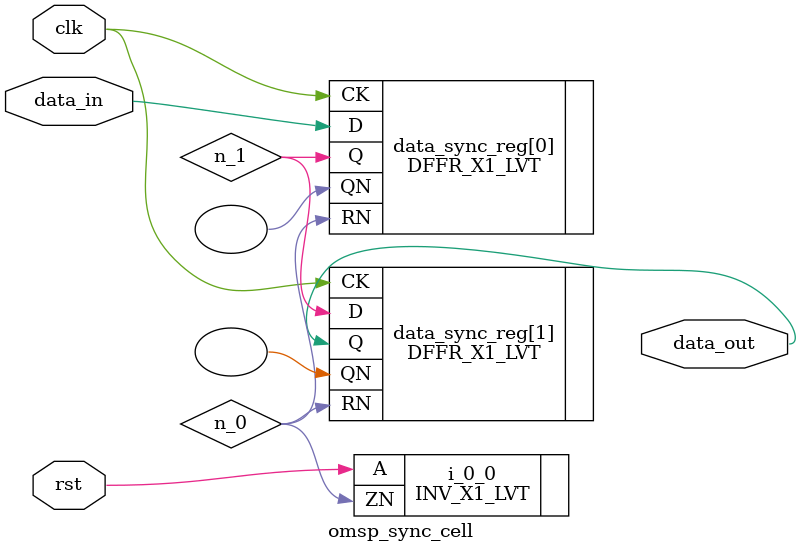
<source format=v>
module openMSP430(cpu_en,dbg_en,dbg_i2c_addr,dbg_i2c_broadcast,dbg_i2c_scl,
      dbg_i2c_sda_in,dbg_uart_rxd,dco_clk,dmem_dout,irq,lfxt_clk,dma_addr,
      dma_din,dma_en,dma_priority,dma_we,dma_wkup,nmi,per_dout,pmem_dout,reset_n,
      scan_enable,scan_mode,wkup,aclk,aclk_en,dbg_freeze,dbg_i2c_sda_out,
      dbg_uart_txd,dco_enable,dco_wkup,dmem_addr,dmem_cen,dmem_din,dmem_wen,
      irq_acc,lfxt_enable,lfxt_wkup,mclk,dma_dout,dma_ready,dma_resp,per_addr,
      per_din,per_en,per_we,pmem_addr,pmem_cen,pmem_din,pmem_wen,puc_rst,smclk,
      smclk_en);
   input cpu_en;
   input dbg_en;
   input [6:0]dbg_i2c_addr;
   input [6:0]dbg_i2c_broadcast;
   input dbg_i2c_scl;
   input dbg_i2c_sda_in;
   input dbg_uart_rxd;
   input dco_clk;
   input [15:0]dmem_dout;
   input [13:0]irq;
   input lfxt_clk;
   input [14:0]dma_addr;
   input [15:0]dma_din;
   input dma_en;
   input dma_priority;
   input [1:0]dma_we;
   input dma_wkup;
   input nmi;
   input [15:0]per_dout;
   input [15:0]pmem_dout;
   input reset_n;
   input scan_enable;
   input scan_mode;
   input wkup;
   output aclk;
   output aclk_en;
   output dbg_freeze;
   output dbg_i2c_sda_out;
   output dbg_uart_txd;
   output dco_enable;
   output dco_wkup;
   output [8:0]dmem_addr;
   output dmem_cen;
   output [15:0]dmem_din;
   output [1:0]dmem_wen;
   output [13:0]irq_acc;
   output lfxt_enable;
   output lfxt_wkup;
   output mclk;
   output [15:0]dma_dout;
   output dma_ready;
   output dma_resp;
   output [13:0]per_addr;
   output [15:0]per_din;
   output per_en;
   output [1:0]per_we;
   output [10:0]pmem_addr;
   output pmem_cen;
   output [15:0]pmem_din;
   output [1:0]pmem_wen;
   output puc_rst;
   output smclk;
   output smclk_en;
   wire wdtnmies;
   wire wdtifg;
   wire wdt_wkup;
   wire wdt_reset;
   wire wdt_irq;
   wire [15:0]per_dout_wdog;
   wire scg1;
   wire scg0;
   wire pc_sw_wr;
   wire [15:0]pc_sw;
   wire oscoff;
   wire [15:0]eu_mdb_out;
   wire [1:0]eu_mb_wr;
   wire eu_mb_en;
   wire [15:0]eu_mab;
   wire gie;
   wire [15:0]dbg_reg_din;
   wire cpuoff;
   wire [15:0]pc_nxt;
   wire [15:0]pc;
   wire nmi_acc;
   wire mclk_wkup;
   wire mclk_enable;
   wire mclk_dma_wkup;
   wire mclk_dma_enable;
   wire fe_mb_en;
   wire [2:0]inst_type;
   wire [15:0]inst_src;
   wire [7:0]inst_so;
   wire [15:0]inst_sext;
   wire inst_mov;
   wire [7:0]inst_jmp;
   wire inst_irq_rst;
   wire [15:0]inst_dext;
   wire [15:0]inst_dest;
   wire inst_bw;
   wire [11:0]inst_alu;
   wire [7:0]inst_as;
   wire [7:0]inst_ad;
   wire exec_done;
   wire [3:0]e_state;
   wire decode_noirq;
   wire cpu_halt_st;
   wire [15:0]per_dout_mpy;
   wire fe_pmem_wait;
   wire [15:0]fe_mdb_in;
   wire [15:0]eu_mdb_in;
   wire [15:0]dbg_mem_din;
   wire cpu_halt_cmd;
   wire dbg_reg_wr;
   wire [1:0]dbg_mem_wr;
   wire dbg_mem_en;
   wire [15:0]dbg_mem_dout;
   wire [15:0]dbg_mem_addr;
   wire dbg_halt_cmd;
   wire dbg_cpu_reset;
   wire wdtifg_sw_set;
   wire wdtifg_sw_clr;
   wire wdtie;
   wire [15:0]per_dout_sfr;
   wire nmi_wkup;
   wire nmi_pnd;
   wire [31:0]cpu_id;
   wire puc_pnd_set;
   wire por;
   wire [15:0]per_dout_clk;
   wire dbg_rst;
   wire dbg_en_s;
   wire dbg_clk;
   wire cpu_mclk;
   wire cpu_en_s;
   wire n_0_0_0;
   wire [15:0]per_dout_or;
   wire n_0_0_1;
   wire n_0_0_2;
   wire n_0_0_3;
   wire n_0_0_4;
   wire n_0_0_5;
   wire n_0_0_6;
   wire n_0_0_7;
   wire n_0_0_8;
   wire n_0_0_9;
   wire n_0_0_10;
   wire n_0_0_11;
   wire n_0_0_12;
   wire n_0_0_13;
   wire n_0_0_14;
   wire n_0_0_15;
   wire n_14;
   wire n_13;
   wire n_12;
   wire n_11;
   wire n_10;
   wire n_9;
   wire n_8;
   wire n_7;
   wire n_6;
   wire n_5;
   wire n_4;
   wire n_3;
   wire n_2;
   wire n_1;
   wire n_0;
   wire uc_0;
  omsp_watchdog watchdog_0 (.aclk(aclk), .aclk_en(aclk_en), .dbg_freeze(
      dbg_freeze), .mclk(mclk), .per_addr({per_addr[13],per_addr[12],
      per_addr[11],per_addr[10],per_addr[9],per_addr[8],per_addr[7],per_addr[6],
      per_addr[5],per_addr[4],per_addr[3],per_addr[2],per_addr[1],per_addr[0]}), 
      .per_din({per_din[15],per_din[14],per_din[13],per_din[12],per_din[11],
      per_din[10],per_din[9],per_din[8],per_din[7],per_din[6],per_din[5],
      per_din[4],per_din[3],per_din[2],per_din[1],per_din[0]}), .per_en(per_en), 
      .per_we({per_we[1],per_we[0]}), .por(por), .puc_rst(puc_rst), .scan_enable(
      scan_enable), .scan_mode(scan_mode), .smclk(smclk), .smclk_en(smclk_en), 
      .wdtie(wdtie), .wdtifg_irq_clr(irq_acc[10]), .wdtifg_sw_clr(wdtifg_sw_clr), 
      .wdtifg_sw_set(wdtifg_sw_set), .per_dout({per_dout_wdog[15],
      per_dout_wdog[14],per_dout_wdog[13],per_dout_wdog[12],per_dout_wdog[11],
      per_dout_wdog[10],per_dout_wdog[9],per_dout_wdog[8],per_dout_wdog[7],
      per_dout_wdog[6],per_dout_wdog[5],per_dout_wdog[4],per_dout_wdog[3],
      per_dout_wdog[2],per_dout_wdog[1],per_dout_wdog[0]}), .wdt_irq(wdt_irq), 
      .wdt_reset(wdt_reset), .wdt_wkup(wdt_wkup), .wdtifg(wdtifg), .wdtnmies(
      wdtnmies));
  omsp_sfr sfr_0 (.cpu_nr_inst({1'b0,1'b0,1'b0,1'b0,1'b0,1'b0,1'b0,1'b0}), 
      .cpu_nr_total({1'b0,1'b0,1'b0,1'b0,1'b0,1'b0,1'b0,1'b0}), .mclk(mclk), 
      .nmi(nmi), .nmi_acc(nmi_acc), .per_addr({per_addr[13],per_addr[12],
      per_addr[11],per_addr[10],per_addr[9],per_addr[8],per_addr[7],per_addr[6],
      per_addr[5],per_addr[4],per_addr[3],per_addr[2],per_addr[1],per_addr[0]}), 
      .per_din({per_din[15],per_din[14],per_din[13],per_din[12],per_din[11],
      per_din[10],per_din[9],per_din[8],per_din[7],per_din[6],per_din[5],
      per_din[4],per_din[3],per_din[2],per_din[1],per_din[0]}), .per_en(per_en), 
      .per_we({per_we[1],per_we[0]}), .puc_rst(puc_rst), .scan_mode(scan_mode), 
      .wdtifg(wdtifg), .wdtnmies(wdtnmies), .cpu_id({cpu_id[31],cpu_id[30],
      cpu_id[29],cpu_id[28],cpu_id[27],cpu_id[26],cpu_id[25],cpu_id[24],
      cpu_id[23],cpu_id[22],cpu_id[21],cpu_id[20],cpu_id[19],cpu_id[18],
      cpu_id[17],cpu_id[16],cpu_id[15],cpu_id[14],cpu_id[13],cpu_id[12],
      cpu_id[11],cpu_id[10],cpu_id[9],cpu_id[8],cpu_id[7],cpu_id[6],cpu_id[5],
      cpu_id[4],cpu_id[3],cpu_id[2],cpu_id[1],cpu_id[0]}), .nmi_pnd(nmi_pnd), 
      .nmi_wkup(nmi_wkup), .per_dout({per_dout_sfr[15],per_dout_sfr[14],
      per_dout_sfr[13],per_dout_sfr[12],per_dout_sfr[11],per_dout_sfr[10],
      per_dout_sfr[9],per_dout_sfr[8],per_dout_sfr[7],per_dout_sfr[6],
      per_dout_sfr[5],per_dout_sfr[4],per_dout_sfr[3],per_dout_sfr[2],
      per_dout_sfr[1],per_dout_sfr[0]}), .wdtie(wdtie), .wdtifg_sw_clr(
      wdtifg_sw_clr), .wdtifg_sw_set(wdtifg_sw_set));
  omsp_dbg dbg_0 (.cpu_en_s(cpu_en_s), .cpu_id({cpu_id[31],cpu_id[30],cpu_id[29],
      cpu_id[28],cpu_id[27],cpu_id[26],cpu_id[25],cpu_id[24],cpu_id[23],
      cpu_id[22],cpu_id[21],cpu_id[20],cpu_id[19],cpu_id[18],cpu_id[17],
      cpu_id[16],cpu_id[15],cpu_id[14],cpu_id[13],cpu_id[12],cpu_id[11],
      cpu_id[10],cpu_id[9],cpu_id[8],cpu_id[7],cpu_id[6],cpu_id[5],cpu_id[4],
      cpu_id[3],cpu_id[2],cpu_id[1],cpu_id[0]}), .cpu_nr_inst({1'b0,1'b0,1'b0,
      1'b0,1'b0,1'b0,1'b0,1'b0}), .cpu_nr_total({1'b0,1'b0,1'b0,1'b0,1'b0,1'b0,
      1'b0,1'b0}), .dbg_clk(dbg_clk), .dbg_en_s(dbg_en_s), .dbg_halt_st(
      cpu_halt_st), .dbg_i2c_addr({dbg_i2c_addr[6],dbg_i2c_addr[5],
      dbg_i2c_addr[4],dbg_i2c_addr[3],dbg_i2c_addr[2],dbg_i2c_addr[1],
      dbg_i2c_addr[0]}), .dbg_i2c_broadcast({dbg_i2c_broadcast[6],
      dbg_i2c_broadcast[5],dbg_i2c_broadcast[4],dbg_i2c_broadcast[3],
      dbg_i2c_broadcast[2],dbg_i2c_broadcast[1],dbg_i2c_broadcast[0]}), 
      .dbg_i2c_scl(dbg_i2c_scl), .dbg_i2c_sda_in(dbg_i2c_sda_in), .dbg_mem_din({
      dbg_mem_din[15],dbg_mem_din[14],dbg_mem_din[13],dbg_mem_din[12],
      dbg_mem_din[11],dbg_mem_din[10],dbg_mem_din[9],dbg_mem_din[8],
      dbg_mem_din[7],dbg_mem_din[6],dbg_mem_din[5],dbg_mem_din[4],dbg_mem_din[3],
      dbg_mem_din[2],dbg_mem_din[1],dbg_mem_din[0]}), .dbg_reg_din({
      dbg_reg_din[15],dbg_reg_din[14],dbg_reg_din[13],dbg_reg_din[12],
      dbg_reg_din[11],dbg_reg_din[10],dbg_reg_din[9],dbg_reg_din[8],
      dbg_reg_din[7],dbg_reg_din[6],dbg_reg_din[5],dbg_reg_din[4],dbg_reg_din[3],
      dbg_reg_din[2],dbg_reg_din[1],dbg_reg_din[0]}), .dbg_rst(dbg_rst), 
      .dbg_uart_rxd(dbg_uart_rxd), .decode_noirq(decode_noirq), .eu_mab({
      eu_mab[15],eu_mab[14],eu_mab[13],eu_mab[12],eu_mab[11],eu_mab[10],
      eu_mab[9],eu_mab[8],eu_mab[7],eu_mab[6],eu_mab[5],eu_mab[4],eu_mab[3],
      eu_mab[2],eu_mab[1],eu_mab[0]}), .eu_mb_en(eu_mb_en), .eu_mb_wr({
      eu_mb_wr[1],eu_mb_wr[0]}), .fe_mdb_in({fe_mdb_in[15],fe_mdb_in[14],
      fe_mdb_in[13],fe_mdb_in[12],fe_mdb_in[11],fe_mdb_in[10],fe_mdb_in[9],
      fe_mdb_in[8],fe_mdb_in[7],fe_mdb_in[6],fe_mdb_in[5],fe_mdb_in[4],
      fe_mdb_in[3],fe_mdb_in[2],fe_mdb_in[1],fe_mdb_in[0]}), .pc({pc[15],pc[14],
      pc[13],pc[12],pc[11],pc[10],pc[9],pc[8],pc[7],pc[6],pc[5],pc[4],pc[3],
      pc[2],pc[1],pc[0]}), .puc_pnd_set(puc_pnd_set), .dbg_cpu_reset(
      dbg_cpu_reset), .dbg_freeze(dbg_freeze), .dbg_halt_cmd(dbg_halt_cmd), 
      .dbg_i2c_sda_out(dbg_i2c_sda_out), .dbg_mem_addr({dbg_mem_addr[15],
      dbg_mem_addr[14],dbg_mem_addr[13],dbg_mem_addr[12],dbg_mem_addr[11],
      dbg_mem_addr[10],dbg_mem_addr[9],dbg_mem_addr[8],dbg_mem_addr[7],
      dbg_mem_addr[6],dbg_mem_addr[5],dbg_mem_addr[4],dbg_mem_addr[3],
      dbg_mem_addr[2],dbg_mem_addr[1],dbg_mem_addr[0]}), .dbg_mem_dout({
      dbg_mem_dout[15],dbg_mem_dout[14],dbg_mem_dout[13],dbg_mem_dout[12],
      dbg_mem_dout[11],dbg_mem_dout[10],dbg_mem_dout[9],dbg_mem_dout[8],
      dbg_mem_dout[7],dbg_mem_dout[6],dbg_mem_dout[5],dbg_mem_dout[4],
      dbg_mem_dout[3],dbg_mem_dout[2],dbg_mem_dout[1],dbg_mem_dout[0]}), 
      .dbg_mem_en(dbg_mem_en), .dbg_mem_wr({dbg_mem_wr[1],dbg_mem_wr[0]}), 
      .dbg_reg_wr(dbg_reg_wr), .dbg_uart_txd(dbg_uart_txd));
  omsp_multiplier multiplier_0 (.mclk(mclk), .per_addr({per_addr[13],
      per_addr[12],per_addr[11],per_addr[10],per_addr[9],per_addr[8],per_addr[7],
      per_addr[6],per_addr[5],per_addr[4],per_addr[3],per_addr[2],per_addr[1],
      per_addr[0]}), .per_din({per_din[15],per_din[14],per_din[13],per_din[12],
      per_din[11],per_din[10],per_din[9],per_din[8],per_din[7],per_din[6],
      per_din[5],per_din[4],per_din[3],per_din[2],per_din[1],per_din[0]}), 
      .per_en(per_en), .per_we({per_we[1],per_we[0]}), .puc_rst(puc_rst), 
      .scan_enable(scan_enable), .per_dout({per_dout_mpy[15],per_dout_mpy[14],
      per_dout_mpy[13],per_dout_mpy[12],per_dout_mpy[11],per_dout_mpy[10],
      per_dout_mpy[9],per_dout_mpy[8],per_dout_mpy[7],per_dout_mpy[6],
      per_dout_mpy[5],per_dout_mpy[4],per_dout_mpy[3],per_dout_mpy[2],
      per_dout_mpy[1],per_dout_mpy[0]}));
  OR4_X1_LVT i_0_0_30 (.A1(per_dout_mpy[15]), .A2(per_dout_wdog[15]), .A3(
      per_dout_sfr[15]), .A4(per_dout_clk[15]), .ZN(n_0_0_15));
  OR2_X1_LVT i_0_0_31 (.A1(n_0_0_15), .A2(per_dout[15]), .ZN(per_dout_or[15]));
  OR4_X1_LVT i_0_0_28 (.A1(per_dout_mpy[14]), .A2(per_dout_wdog[14]), .A3(
      per_dout_sfr[14]), .A4(per_dout_clk[14]), .ZN(n_0_0_14));
  OR2_X1_LVT i_0_0_29 (.A1(n_0_0_14), .A2(per_dout[14]), .ZN(per_dout_or[14]));
  OR4_X1_LVT i_0_0_26 (.A1(per_dout_mpy[13]), .A2(per_dout_wdog[13]), .A3(
      per_dout_sfr[13]), .A4(per_dout_clk[13]), .ZN(n_0_0_13));
  OR2_X1_LVT i_0_0_27 (.A1(n_0_0_13), .A2(per_dout[13]), .ZN(per_dout_or[13]));
  OR4_X1_LVT i_0_0_24 (.A1(per_dout_mpy[12]), .A2(per_dout_wdog[12]), .A3(
      per_dout_sfr[12]), .A4(per_dout_clk[12]), .ZN(n_0_0_12));
  OR2_X1_LVT i_0_0_25 (.A1(n_0_0_12), .A2(per_dout[12]), .ZN(per_dout_or[12]));
  OR4_X1_LVT i_0_0_22 (.A1(per_dout_mpy[11]), .A2(per_dout_wdog[11]), .A3(
      per_dout_sfr[11]), .A4(per_dout_clk[11]), .ZN(n_0_0_11));
  OR2_X1_LVT i_0_0_23 (.A1(n_0_0_11), .A2(per_dout[11]), .ZN(per_dout_or[11]));
  OR4_X1_LVT i_0_0_20 (.A1(per_dout_mpy[10]), .A2(per_dout_wdog[10]), .A3(
      per_dout_sfr[10]), .A4(per_dout_clk[10]), .ZN(n_0_0_10));
  OR2_X1_LVT i_0_0_21 (.A1(n_0_0_10), .A2(per_dout[10]), .ZN(per_dout_or[10]));
  OR4_X1_LVT i_0_0_18 (.A1(per_dout_mpy[9]), .A2(per_dout_wdog[9]), .A3(
      per_dout_sfr[9]), .A4(per_dout_clk[9]), .ZN(n_0_0_9));
  OR2_X1_LVT i_0_0_19 (.A1(n_0_0_9), .A2(per_dout[9]), .ZN(per_dout_or[9]));
  OR4_X1_LVT i_0_0_16 (.A1(per_dout_mpy[8]), .A2(per_dout_wdog[8]), .A3(
      per_dout_sfr[8]), .A4(per_dout_clk[8]), .ZN(n_0_0_8));
  OR2_X1_LVT i_0_0_17 (.A1(n_0_0_8), .A2(per_dout[8]), .ZN(per_dout_or[8]));
  OR4_X1_LVT i_0_0_14 (.A1(per_dout_mpy[7]), .A2(per_dout_wdog[7]), .A3(
      per_dout_sfr[7]), .A4(per_dout_clk[7]), .ZN(n_0_0_7));
  OR2_X1_LVT i_0_0_15 (.A1(n_0_0_7), .A2(per_dout[7]), .ZN(per_dout_or[7]));
  OR4_X1_LVT i_0_0_12 (.A1(per_dout_mpy[6]), .A2(per_dout_wdog[6]), .A3(
      per_dout_sfr[6]), .A4(per_dout_clk[6]), .ZN(n_0_0_6));
  OR2_X1_LVT i_0_0_13 (.A1(n_0_0_6), .A2(per_dout[6]), .ZN(per_dout_or[6]));
  OR4_X1_LVT i_0_0_10 (.A1(per_dout_mpy[5]), .A2(per_dout_wdog[5]), .A3(
      per_dout_sfr[5]), .A4(per_dout_clk[5]), .ZN(n_0_0_5));
  OR2_X1_LVT i_0_0_11 (.A1(n_0_0_5), .A2(per_dout[5]), .ZN(per_dout_or[5]));
  OR4_X1_LVT i_0_0_8 (.A1(per_dout_mpy[4]), .A2(per_dout_wdog[4]), .A3(
      per_dout_sfr[4]), .A4(per_dout_clk[4]), .ZN(n_0_0_4));
  OR2_X1_LVT i_0_0_9 (.A1(n_0_0_4), .A2(per_dout[4]), .ZN(per_dout_or[4]));
  OR4_X1_LVT i_0_0_6 (.A1(per_dout_mpy[3]), .A2(per_dout_wdog[3]), .A3(
      per_dout_sfr[3]), .A4(per_dout_clk[3]), .ZN(n_0_0_3));
  OR2_X1_LVT i_0_0_7 (.A1(n_0_0_3), .A2(per_dout[3]), .ZN(per_dout_or[3]));
  OR4_X1_LVT i_0_0_4 (.A1(per_dout_mpy[2]), .A2(per_dout_wdog[2]), .A3(
      per_dout_sfr[2]), .A4(per_dout_clk[2]), .ZN(n_0_0_2));
  OR2_X1_LVT i_0_0_5 (.A1(n_0_0_2), .A2(per_dout[2]), .ZN(per_dout_or[2]));
  OR4_X1_LVT i_0_0_2 (.A1(per_dout_mpy[1]), .A2(per_dout_wdog[1]), .A3(
      per_dout_sfr[1]), .A4(per_dout_clk[1]), .ZN(n_0_0_1));
  OR2_X1_LVT i_0_0_3 (.A1(n_0_0_1), .A2(per_dout[1]), .ZN(per_dout_or[1]));
  OR4_X1_LVT i_0_0_0 (.A1(per_dout_mpy[0]), .A2(per_dout_wdog[0]), .A3(
      per_dout_sfr[0]), .A4(per_dout_clk[0]), .ZN(n_0_0_0));
  OR2_X1_LVT i_0_0_1 (.A1(n_0_0_0), .A2(per_dout[0]), .ZN(per_dout_or[0]));
  omsp_mem_backbone mem_backbone_0 (.cpu_halt_st(cpu_halt_st), .dbg_halt_cmd(
      dbg_halt_cmd), .dbg_mem_addr({dbg_mem_addr[15],dbg_mem_addr[14],
      dbg_mem_addr[13],dbg_mem_addr[12],dbg_mem_addr[11],dbg_mem_addr[10],
      dbg_mem_addr[9],dbg_mem_addr[8],dbg_mem_addr[7],dbg_mem_addr[6],
      dbg_mem_addr[5],dbg_mem_addr[4],dbg_mem_addr[3],dbg_mem_addr[2],
      dbg_mem_addr[1]}), .dbg_mem_dout({dbg_mem_dout[15],dbg_mem_dout[14],
      dbg_mem_dout[13],dbg_mem_dout[12],dbg_mem_dout[11],dbg_mem_dout[10],
      dbg_mem_dout[9],dbg_mem_dout[8],dbg_mem_dout[7],dbg_mem_dout[6],
      dbg_mem_dout[5],dbg_mem_dout[4],dbg_mem_dout[3],dbg_mem_dout[2],
      dbg_mem_dout[1],dbg_mem_dout[0]}), .dbg_mem_en(dbg_mem_en), .dbg_mem_wr({
      dbg_mem_wr[1],dbg_mem_wr[0]}), .dmem_dout({dmem_dout[15],dmem_dout[14],
      dmem_dout[13],dmem_dout[12],dmem_dout[11],dmem_dout[10],dmem_dout[9],
      dmem_dout[8],dmem_dout[7],dmem_dout[6],dmem_dout[5],dmem_dout[4],
      dmem_dout[3],dmem_dout[2],dmem_dout[1],dmem_dout[0]}), .eu_mab({eu_mab[15],
      eu_mab[14],eu_mab[13],eu_mab[12],eu_mab[11],eu_mab[10],eu_mab[9],eu_mab[8],
      eu_mab[7],eu_mab[6],eu_mab[5],eu_mab[4],eu_mab[3],eu_mab[2],eu_mab[1]}), 
      .eu_mb_en(eu_mb_en), .eu_mb_wr({eu_mb_wr[1],eu_mb_wr[0]}), .eu_mdb_out({
      eu_mdb_out[15],eu_mdb_out[14],eu_mdb_out[13],eu_mdb_out[12],eu_mdb_out[11],
      eu_mdb_out[10],eu_mdb_out[9],eu_mdb_out[8],eu_mdb_out[7],eu_mdb_out[6],
      eu_mdb_out[5],eu_mdb_out[4],eu_mdb_out[3],eu_mdb_out[2],eu_mdb_out[1],
      eu_mdb_out[0]}), .fe_mab({n_14,n_13,n_12,n_11,n_10,n_9,n_8,n_7,n_6,n_5,n_4,
      n_3,n_2,n_1,n_0}), .fe_mb_en(fe_mb_en), .mclk(mclk), .dma_addr({
      dma_addr[14],dma_addr[13],dma_addr[12],dma_addr[11],dma_addr[10],
      dma_addr[9],dma_addr[8],dma_addr[7],dma_addr[6],dma_addr[5],dma_addr[4],
      dma_addr[3],dma_addr[2],dma_addr[1],dma_addr[0]}), .dma_din({dma_din[15],
      dma_din[14],dma_din[13],dma_din[12],dma_din[11],dma_din[10],dma_din[9],
      dma_din[8],dma_din[7],dma_din[6],dma_din[5],dma_din[4],dma_din[3],
      dma_din[2],dma_din[1],dma_din[0]}), .dma_en(dma_en), .dma_priority(
      dma_priority), .dma_we({dma_we[1],dma_we[0]}), .per_dout({per_dout_or[15],
      per_dout_or[14],per_dout_or[13],per_dout_or[12],per_dout_or[11],
      per_dout_or[10],per_dout_or[9],per_dout_or[8],per_dout_or[7],
      per_dout_or[6],per_dout_or[5],per_dout_or[4],per_dout_or[3],per_dout_or[2],
      per_dout_or[1],per_dout_or[0]}), .pmem_dout({pmem_dout[15],pmem_dout[14],
      pmem_dout[13],pmem_dout[12],pmem_dout[11],pmem_dout[10],pmem_dout[9],
      pmem_dout[8],pmem_dout[7],pmem_dout[6],pmem_dout[5],pmem_dout[4],
      pmem_dout[3],pmem_dout[2],pmem_dout[1],pmem_dout[0]}), .puc_rst(puc_rst), 
      .scan_enable(scan_enable), .cpu_halt_cmd(cpu_halt_cmd), .dbg_mem_din({
      dbg_mem_din[15],dbg_mem_din[14],dbg_mem_din[13],dbg_mem_din[12],
      dbg_mem_din[11],dbg_mem_din[10],dbg_mem_din[9],dbg_mem_din[8],
      dbg_mem_din[7],dbg_mem_din[6],dbg_mem_din[5],dbg_mem_din[4],dbg_mem_din[3],
      dbg_mem_din[2],dbg_mem_din[1],dbg_mem_din[0]}), .dmem_addr({dmem_addr[8],
      dmem_addr[7],dmem_addr[6],dmem_addr[5],dmem_addr[4],dmem_addr[3],
      dmem_addr[2],dmem_addr[1],dmem_addr[0]}), .dmem_cen(dmem_cen), .dmem_din({
      dmem_din[15],dmem_din[14],dmem_din[13],dmem_din[12],dmem_din[11],
      dmem_din[10],dmem_din[9],dmem_din[8],dmem_din[7],dmem_din[6],dmem_din[5],
      dmem_din[4],dmem_din[3],dmem_din[2],dmem_din[1],dmem_din[0]}), .dmem_wen({
      dmem_wen[1],dmem_wen[0]}), .eu_mdb_in({eu_mdb_in[15],eu_mdb_in[14],
      eu_mdb_in[13],eu_mdb_in[12],eu_mdb_in[11],eu_mdb_in[10],eu_mdb_in[9],
      eu_mdb_in[8],eu_mdb_in[7],eu_mdb_in[6],eu_mdb_in[5],eu_mdb_in[4],
      eu_mdb_in[3],eu_mdb_in[2],eu_mdb_in[1],eu_mdb_in[0]}), .fe_mdb_in({
      fe_mdb_in[15],fe_mdb_in[14],fe_mdb_in[13],fe_mdb_in[12],fe_mdb_in[11],
      fe_mdb_in[10],fe_mdb_in[9],fe_mdb_in[8],fe_mdb_in[7],fe_mdb_in[6],
      fe_mdb_in[5],fe_mdb_in[4],fe_mdb_in[3],fe_mdb_in[2],fe_mdb_in[1],
      fe_mdb_in[0]}), .fe_pmem_wait(fe_pmem_wait), .dma_dout({dma_dout[15],
      dma_dout[14],dma_dout[13],dma_dout[12],dma_dout[11],dma_dout[10],
      dma_dout[9],dma_dout[8],dma_dout[7],dma_dout[6],dma_dout[5],dma_dout[4],
      dma_dout[3],dma_dout[2],dma_dout[1],dma_dout[0]}), .dma_ready(dma_ready), 
      .dma_resp(dma_resp), .per_addr({per_addr[13],per_addr[12],per_addr[11],
      per_addr[10],per_addr[9],per_addr[8],per_addr[7],per_addr[6],per_addr[5],
      per_addr[4],per_addr[3],per_addr[2],per_addr[1],per_addr[0]}), .per_din({
      per_din[15],per_din[14],per_din[13],per_din[12],per_din[11],per_din[10],
      per_din[9],per_din[8],per_din[7],per_din[6],per_din[5],per_din[4],
      per_din[3],per_din[2],per_din[1],per_din[0]}), .per_we({per_we[1],per_we[0]}), 
      .per_en(per_en), .pmem_addr({pmem_addr[10],pmem_addr[9],pmem_addr[8],
      pmem_addr[7],pmem_addr[6],pmem_addr[5],pmem_addr[4],pmem_addr[3],
      pmem_addr[2],pmem_addr[1],pmem_addr[0]}), .pmem_cen(pmem_cen), .pmem_din({
      pmem_din[15],pmem_din[14],pmem_din[13],pmem_din[12],pmem_din[11],
      pmem_din[10],pmem_din[9],pmem_din[8],pmem_din[7],pmem_din[6],pmem_din[5],
      pmem_din[4],pmem_din[3],pmem_din[2],pmem_din[1],pmem_din[0]}), .pmem_wen({
      pmem_wen[1],pmem_wen[0]}));
  omsp_frontend frontend_0 (.cpu_en_s(cpu_en_s), .cpu_halt_cmd(cpu_halt_cmd), 
      .cpuoff(cpuoff), .dbg_reg_sel({dbg_mem_addr[3],dbg_mem_addr[2],
      dbg_mem_addr[1],dbg_mem_addr[0]}), .dma_en(dma_en), .dma_wkup(dma_wkup), 
      .fe_pmem_wait(fe_pmem_wait), .gie(gie), .irq({irq[13],irq[12],irq[11],
      irq[10],irq[9],irq[8],irq[7],irq[6],irq[5],irq[4],irq[3],irq[2],irq[1],
      irq[0]}), .mclk(cpu_mclk), .mdb_in({fe_mdb_in[15],fe_mdb_in[14],
      fe_mdb_in[13],fe_mdb_in[12],fe_mdb_in[11],fe_mdb_in[10],fe_mdb_in[9],
      fe_mdb_in[8],fe_mdb_in[7],fe_mdb_in[6],fe_mdb_in[5],fe_mdb_in[4],
      fe_mdb_in[3],fe_mdb_in[2],fe_mdb_in[1],fe_mdb_in[0]}), .nmi_pnd(nmi_pnd), 
      .nmi_wkup(nmi_wkup), .pc_sw({pc_sw[15],pc_sw[14],pc_sw[13],pc_sw[12],
      pc_sw[11],pc_sw[10],pc_sw[9],pc_sw[8],pc_sw[7],pc_sw[6],pc_sw[5],pc_sw[4],
      pc_sw[3],pc_sw[2],pc_sw[1],pc_sw[0]}), .pc_sw_wr(pc_sw_wr), .puc_rst(
      puc_rst), .scan_enable(scan_enable), .wdt_irq(wdt_irq), .wdt_wkup(wdt_wkup), 
      .wkup(wkup), .cpu_halt_st(cpu_halt_st), .decode_noirq(decode_noirq), 
      .e_state({e_state[3],e_state[2],e_state[1],e_state[0]}), .exec_done(
      exec_done), .inst_ad({inst_ad[7],inst_ad[6],inst_ad[5],inst_ad[4],
      inst_ad[3],inst_ad[2],inst_ad[1],inst_ad[0]}), .inst_as({inst_as[7],
      inst_as[6],inst_as[5],inst_as[4],inst_as[3],inst_as[2],inst_as[1],
      inst_as[0]}), .inst_alu({inst_alu[11],inst_alu[10],inst_alu[9],inst_alu[8],
      inst_alu[7],inst_alu[6],inst_alu[5],inst_alu[4],inst_alu[3],inst_alu[2],
      inst_alu[1],inst_alu[0]}), .inst_bw(inst_bw), .inst_dest({inst_dest[15],
      inst_dest[14],inst_dest[13],inst_dest[12],inst_dest[11],inst_dest[10],
      inst_dest[9],inst_dest[8],inst_dest[7],inst_dest[6],inst_dest[5],
      inst_dest[4],inst_dest[3],inst_dest[2],inst_dest[1],inst_dest[0]}), 
      .inst_dext({inst_dext[15],inst_dext[14],inst_dext[13],inst_dext[12],
      inst_dext[11],inst_dext[10],inst_dext[9],inst_dext[8],inst_dext[7],
      inst_dext[6],inst_dext[5],inst_dext[4],inst_dext[3],inst_dext[2],
      inst_dext[1],inst_dext[0]}), .inst_irq_rst(inst_irq_rst), .inst_jmp({
      inst_jmp[7],inst_jmp[6],inst_jmp[5],inst_jmp[4],inst_jmp[3],inst_jmp[2],
      inst_jmp[1],inst_jmp[0]}), .inst_mov(inst_mov), .inst_sext({inst_sext[15],
      inst_sext[14],inst_sext[13],inst_sext[12],inst_sext[11],inst_sext[10],
      inst_sext[9],inst_sext[8],inst_sext[7],inst_sext[6],inst_sext[5],
      inst_sext[4],inst_sext[3],inst_sext[2],inst_sext[1],inst_sext[0]}), 
      .inst_so({inst_so[7],inst_so[6],inst_so[5],inst_so[4],inst_so[3],
      inst_so[2],inst_so[1],inst_so[0]}), .inst_src({inst_src[15],inst_src[14],
      inst_src[13],inst_src[12],inst_src[11],inst_src[10],inst_src[9],
      inst_src[8],inst_src[7],inst_src[6],inst_src[5],inst_src[4],inst_src[3],
      inst_src[2],inst_src[1],inst_src[0]}), .inst_type({inst_type[2],
      inst_type[1],inst_type[0]}), .irq_acc({irq_acc[13],irq_acc[12],irq_acc[11],
      irq_acc[10],irq_acc[9],irq_acc[8],irq_acc[7],irq_acc[6],irq_acc[5],
      irq_acc[4],irq_acc[3],irq_acc[2],irq_acc[1],irq_acc[0]}), .mab({n_14,n_13,
      n_12,n_11,n_10,n_9,n_8,n_7,n_6,n_5,n_4,n_3,n_2,n_1,n_0,uc_0}), .mb_en(
      fe_mb_en), .mclk_dma_enable(mclk_dma_enable), .mclk_dma_wkup(mclk_dma_wkup), 
      .mclk_enable(mclk_enable), .mclk_wkup(mclk_wkup), .nmi_acc(nmi_acc), .pc({
      pc[15],pc[14],pc[13],pc[12],pc[11],pc[10],pc[9],pc[8],pc[7],pc[6],pc[5],
      pc[4],pc[3],pc[2],pc[1],pc[0]}), .pc_nxt({pc_nxt[15],pc_nxt[14],pc_nxt[13],
      pc_nxt[12],pc_nxt[11],pc_nxt[10],pc_nxt[9],pc_nxt[8],pc_nxt[7],pc_nxt[6],
      pc_nxt[5],pc_nxt[4],pc_nxt[3],pc_nxt[2],pc_nxt[1],pc_nxt[0]}));
  omsp_execution_unit execution_unit_0 (.dbg_halt_st(cpu_halt_st), .dbg_mem_dout({
      dbg_mem_dout[15],dbg_mem_dout[14],dbg_mem_dout[13],dbg_mem_dout[12],
      dbg_mem_dout[11],dbg_mem_dout[10],dbg_mem_dout[9],dbg_mem_dout[8],
      dbg_mem_dout[7],dbg_mem_dout[6],dbg_mem_dout[5],dbg_mem_dout[4],
      dbg_mem_dout[3],dbg_mem_dout[2],dbg_mem_dout[1],dbg_mem_dout[0]}), 
      .dbg_reg_wr(dbg_reg_wr), .e_state({e_state[3],e_state[2],e_state[1],
      e_state[0]}), .exec_done(exec_done), .inst_ad({inst_ad[7],inst_ad[6],
      inst_ad[5],inst_ad[4],inst_ad[3],inst_ad[2],inst_ad[1],inst_ad[0]}), 
      .inst_as({inst_as[7],inst_as[6],inst_as[5],inst_as[4],inst_as[3],
      inst_as[2],inst_as[1],inst_as[0]}), .inst_alu({inst_alu[11],inst_alu[10],
      inst_alu[9],inst_alu[8],inst_alu[7],inst_alu[6],inst_alu[5],inst_alu[4],
      inst_alu[3],inst_alu[2],inst_alu[1],inst_alu[0]}), .inst_bw(inst_bw), 
      .inst_dest({inst_dest[15],inst_dest[14],inst_dest[13],inst_dest[12],
      inst_dest[11],inst_dest[10],inst_dest[9],inst_dest[8],inst_dest[7],
      inst_dest[6],inst_dest[5],inst_dest[4],inst_dest[3],inst_dest[2],
      inst_dest[1],inst_dest[0]}), .inst_dext({inst_dext[15],inst_dext[14],
      inst_dext[13],inst_dext[12],inst_dext[11],inst_dext[10],inst_dext[9],
      inst_dext[8],inst_dext[7],inst_dext[6],inst_dext[5],inst_dext[4],
      inst_dext[3],inst_dext[2],inst_dext[1],inst_dext[0]}), .inst_irq_rst(
      inst_irq_rst), .inst_jmp({inst_jmp[7],inst_jmp[6],inst_jmp[5],inst_jmp[4],
      inst_jmp[3],inst_jmp[2],inst_jmp[1],inst_jmp[0]}), .inst_mov(inst_mov), 
      .inst_sext({inst_sext[15],inst_sext[14],inst_sext[13],inst_sext[12],
      inst_sext[11],inst_sext[10],inst_sext[9],inst_sext[8],inst_sext[7],
      inst_sext[6],inst_sext[5],inst_sext[4],inst_sext[3],inst_sext[2],
      inst_sext[1],inst_sext[0]}), .inst_so({inst_so[7],inst_so[6],inst_so[5],
      inst_so[4],inst_so[3],inst_so[2],inst_so[1],inst_so[0]}), .inst_src({
      inst_src[15],inst_src[14],inst_src[13],inst_src[12],inst_src[11],
      inst_src[10],inst_src[9],inst_src[8],inst_src[7],inst_src[6],inst_src[5],
      inst_src[4],inst_src[3],inst_src[2],inst_src[1],inst_src[0]}), .inst_type({
      inst_type[2],inst_type[1],inst_type[0]}), .mclk(cpu_mclk), .mdb_in({
      eu_mdb_in[15],eu_mdb_in[14],eu_mdb_in[13],eu_mdb_in[12],eu_mdb_in[11],
      eu_mdb_in[10],eu_mdb_in[9],eu_mdb_in[8],eu_mdb_in[7],eu_mdb_in[6],
      eu_mdb_in[5],eu_mdb_in[4],eu_mdb_in[3],eu_mdb_in[2],eu_mdb_in[1],
      eu_mdb_in[0]}), .pc({pc[15],pc[14],pc[13],pc[12],pc[11],pc[10],pc[9],pc[8],
      pc[7],pc[6],pc[5],pc[4],pc[3],pc[2],pc[1],pc[0]}), .pc_nxt({pc_nxt[15],
      pc_nxt[14],pc_nxt[13],pc_nxt[12],pc_nxt[11],pc_nxt[10],pc_nxt[9],pc_nxt[8],
      pc_nxt[7],pc_nxt[6],pc_nxt[5],pc_nxt[4],pc_nxt[3],pc_nxt[2],pc_nxt[1],
      pc_nxt[0]}), .puc_rst(puc_rst), .scan_enable(scan_enable), .cpuoff(cpuoff), 
      .dbg_reg_din({dbg_reg_din[15],dbg_reg_din[14],dbg_reg_din[13],
      dbg_reg_din[12],dbg_reg_din[11],dbg_reg_din[10],dbg_reg_din[9],
      dbg_reg_din[8],dbg_reg_din[7],dbg_reg_din[6],dbg_reg_din[5],dbg_reg_din[4],
      dbg_reg_din[3],dbg_reg_din[2],dbg_reg_din[1],dbg_reg_din[0]}), .gie(gie), 
      .mab({eu_mab[15],eu_mab[14],eu_mab[13],eu_mab[12],eu_mab[11],eu_mab[10],
      eu_mab[9],eu_mab[8],eu_mab[7],eu_mab[6],eu_mab[5],eu_mab[4],eu_mab[3],
      eu_mab[2],eu_mab[1],eu_mab[0]}), .mb_en(eu_mb_en), .mb_wr({eu_mb_wr[1],
      eu_mb_wr[0]}), .mdb_out({eu_mdb_out[15],eu_mdb_out[14],eu_mdb_out[13],
      eu_mdb_out[12],eu_mdb_out[11],eu_mdb_out[10],eu_mdb_out[9],eu_mdb_out[8],
      eu_mdb_out[7],eu_mdb_out[6],eu_mdb_out[5],eu_mdb_out[4],eu_mdb_out[3],
      eu_mdb_out[2],eu_mdb_out[1],eu_mdb_out[0]}), .oscoff(oscoff), .pc_sw({
      pc_sw[15],pc_sw[14],pc_sw[13],pc_sw[12],pc_sw[11],pc_sw[10],pc_sw[9],
      pc_sw[8],pc_sw[7],pc_sw[6],pc_sw[5],pc_sw[4],pc_sw[3],pc_sw[2],pc_sw[1],
      pc_sw[0]}), .pc_sw_wr(pc_sw_wr), .scg0(scg0), .scg1(scg1));
  omsp_clock_module clock_module_0 (.cpu_en(cpu_en), .cpuoff(cpuoff), 
      .dbg_cpu_reset(dbg_cpu_reset), .dbg_en(dbg_en), .dco_clk(dco_clk), 
      .lfxt_clk(lfxt_clk), .mclk_dma_enable(mclk_dma_enable), .mclk_dma_wkup(
      mclk_dma_wkup), .mclk_enable(mclk_enable), .mclk_wkup(mclk_wkup), .oscoff(
      oscoff), .per_addr({per_addr[13],per_addr[12],per_addr[11],per_addr[10],
      per_addr[9],per_addr[8],per_addr[7],per_addr[6],per_addr[5],per_addr[4],
      per_addr[3],per_addr[2],per_addr[1],per_addr[0]}), .per_din({per_din[15],
      per_din[14],per_din[13],per_din[12],per_din[11],per_din[10],per_din[9],
      per_din[8],per_din[7],per_din[6],per_din[5],per_din[4],per_din[3],
      per_din[2],per_din[1],per_din[0]}), .per_en(per_en), .per_we({per_we[1],
      per_we[0]}), .reset_n(reset_n), .scan_enable(scan_enable), .scan_mode(
      scan_mode), .scg0(scg0), .scg1(scg1), .wdt_reset(wdt_reset), .aclk(aclk), 
      .aclk_en(aclk_en), .cpu_en_s(cpu_en_s), .cpu_mclk(cpu_mclk), .dma_mclk(
      mclk), .dbg_clk(dbg_clk), .dbg_en_s(dbg_en_s), .dbg_rst(dbg_rst), 
      .dco_enable(dco_enable), .dco_wkup(dco_wkup), .lfxt_enable(lfxt_enable), 
      .lfxt_wkup(lfxt_wkup), .per_dout({per_dout_clk[15],per_dout_clk[14],
      per_dout_clk[13],per_dout_clk[12],per_dout_clk[11],per_dout_clk[10],
      per_dout_clk[9],per_dout_clk[8],per_dout_clk[7],per_dout_clk[6],
      per_dout_clk[5],per_dout_clk[4],per_dout_clk[3],per_dout_clk[2],
      per_dout_clk[1],per_dout_clk[0]}), .por(por), .puc_pnd_set(puc_pnd_set), 
      .puc_rst(puc_rst), .smclk(smclk), .smclk_en(smclk_en));
endmodule

module omsp_watchdog(aclk,aclk_en,dbg_freeze,mclk,per_addr,per_din,per_en,per_we,
      por,puc_rst,scan_enable,scan_mode,smclk,smclk_en,wdtie,wdtifg_irq_clr,
      wdtifg_sw_clr,wdtifg_sw_set,per_dout,wdt_irq,wdt_reset,wdt_wkup,wdtifg,
      wdtnmies);
   input aclk;
   input aclk_en;
   input dbg_freeze;
   input mclk;
   input [13:0]per_addr;
   input [15:0]per_din;
   input per_en;
   input [1:0]per_we;
   input por;
   input puc_rst;
   input scan_enable;
   input scan_mode;
   input smclk;
   input smclk_en;
   input wdtie;
   input wdtifg_irq_clr;
   input wdtifg_sw_clr;
   input wdtifg_sw_set;
   output [15:0]per_dout;
   output wdt_irq;
   output wdt_reset;
   output wdt_wkup;
   output wdtifg;
   output wdtnmies;
   wire wdt_rst_noscan;
   wire wdt_rst;
   wire wdtcnt_incr;
   wire wdtcnt_clr_sync;
   wire wdt_evt_toggle_sync;
   wire wdt_wkup_pre;
   wire n_0_0;
   wire n_0_1;
   wire n_0_2;
   wire n_0_3;
   wire n_0_4;
   wire reg_wr;
   wire [7:0]wdtctl;
   wire n_8_0;
   wire n_8_1;
   wire n_8_2;
   wire wdtpw_error;
   wire wdt_evt_toggle_sync_dly;
   wire n_9_0;
   wire wdtifg_set;
   wire n_10_0;
   wire wdtifg_clr;
   wire n_13_0;
   wire n_13_1;
   wire n_17_0;
   wire wdtcnt_clr_sync_dly;
   wire n_19_0;
   wire wdtcnt_clr;
   wire [15:0]wdtcnt;
   wire n_21_0;
   wire n_22_0;
   wire n_22_1;
   wire [15:0]wdtcnt_nxt;
   wire n_24_0;
   wire n_24_1;
   wire n_24_2;
   wire n_24_3;
   wire n_24_4;
   wire n_24_5;
   wire n_24_6;
   wire n_24_7;
   wire n_24_8;
   wire n_24_9;
   wire n_24_10;
   wire n_24_11;
   wire n_24_12;
   wire n_24_13;
   wire n_24_14;
   wire [1:0]wdtisx_ss;
   wire [1:0]wdtisx_s;
   wire n_28_0;
   wire n_28_1;
   wire n_28_2;
   wire n_28_3;
   wire n_28_4;
   wire n_28_5;
   wire n_28_6;
   wire n_28_7;
   wire n_28_8;
   wire wdtqn_reg;
   wire wdtqn_edge;
   wire wdt_evt_toggle;
   wire wdt_wkup_en;
   wire n_35_0;
   wire n_35_1;
   wire n_37_0;
   wire wdtcnt_clr_detect;
   wire wdtcnt_clr_toggle;
   wire wdtifg_clr_reg;
   wire wdtqn_edge_reg;
   wire n_1;
   wire n_0;
   wire n_2;
   wire n_3;
   wire n_4;
   wire n_30;
   wire n_29;
   wire n_35;
   wire n_34;
   wire n_17;
   wire n_31;
   wire n_33;
   wire n_27;
   wire n_10;
   wire n_16;
   wire n_15;
   wire n_14;
   wire n_13;
   wire n_12;
   wire n_11;
   wire n_26;
   wire n_25;
   wire n_24;
   wire n_23;
   wire n_22;
   wire n_21;
   wire n_20;
   wire n_19;
   wire n_18;
   wire n_28;
   wire n_7;
   wire n_5;
   wire n_6;
   wire n_8;
   wire n_9;
   wire n_32;
  assign per_dout[15] = 1'b0;
  assign per_dout[14] = per_dout[5];
  assign per_dout[13] = per_dout[5];
  assign per_dout[12] = 1'b0;
  assign per_dout[11] = per_dout[5];
  assign per_dout[10] = 1'b0;
  assign per_dout[9] = 1'b0;
  assign per_dout[8] = per_dout[5];
  NOR2_X1_LVT i_1_0 (.A1(per_we[0]), .A2(per_we[1]), .ZN(n_1));
  NAND3_X1_LVT i_0_0 (.A1(per_addr[4]), .A2(per_addr[7]), .A3(per_en), .ZN(n_0_0));
  NOR4_X1_LVT i_0_1 (.A1(n_0_0), .A2(per_addr[12]), .A3(per_addr[13]), .A4(
      per_addr[0]), .ZN(n_0_1));
  NOR4_X1_LVT i_0_2 (.A1(per_addr[2]), .A2(per_addr[3]), .A3(per_addr[5]), .A4(
      per_addr[6]), .ZN(n_0_2));
  NOR4_X1_LVT i_0_3 (.A1(per_addr[8]), .A2(per_addr[9]), .A3(per_addr[10]), .A4(
      per_addr[11]), .ZN(n_0_3));
  NAND3_X1_LVT i_0_4 (.A1(n_0_1), .A2(n_0_2), .A3(n_0_3), .ZN(n_0_4));
  NOR2_X1_LVT i_0_5 (.A1(n_0_4), .A2(per_addr[1]), .ZN(n_0));
  AND2_X1_LVT i_2_0 (.A1(n_1), .A2(n_0), .ZN(per_dout[5]));
  OR2_X1_LVT i_3_0 (.A1(per_we[0]), .A2(per_we[1]), .ZN(n_2));
  AND2_X1_LVT i_4_0 (.A1(n_2), .A2(n_0), .ZN(reg_wr));
  CLKGATETST_X1_LVT clk_gate_wdtctl_reg (.CK(mclk), .E(reg_wr), .SE(1'b0), .GCK(
      n_3));
  INV_X1_LVT i_5_0 (.A(puc_rst), .ZN(n_4));
  DFFR_X1_LVT \wdtctl_reg[7] (.CK(n_3), .D(per_din[7]), .RN(n_4), .Q(wdtctl[7]), 
      .QN());
  AND2_X1_LVT i_7_6 (.A1(per_dout[5]), .A2(wdtctl[7]), .ZN(per_dout[7]));
  DFFR_X1_LVT \wdtctl_reg[6] (.CK(n_3), .D(per_din[6]), .RN(n_4), .Q(wdtnmies), 
      .QN());
  AND2_X1_LVT i_7_5 (.A1(per_dout[5]), .A2(wdtnmies), .ZN(per_dout[6]));
  DFFR_X1_LVT \wdtctl_reg[4] (.CK(n_3), .D(per_din[4]), .RN(n_4), .Q(wdtctl[4]), 
      .QN());
  AND2_X1_LVT i_7_4 (.A1(per_dout[5]), .A2(wdtctl[4]), .ZN(per_dout[4]));
  DFFR_X1_LVT \wdtctl_reg[3] (.CK(n_3), .D(1'b0), .RN(n_4), .Q(wdtctl[3]), .QN());
  AND2_X1_LVT i_7_3 (.A1(per_dout[5]), .A2(wdtctl[3]), .ZN(per_dout[3]));
  DFFR_X1_LVT \wdtctl_reg[2] (.CK(n_3), .D(1'b0), .RN(n_4), .Q(wdtctl[2]), .QN());
  AND2_X1_LVT i_7_2 (.A1(per_dout[5]), .A2(wdtctl[2]), .ZN(per_dout[2]));
  DFFR_X1_LVT \wdtctl_reg[1] (.CK(n_3), .D(per_din[1]), .RN(n_4), .Q(wdtctl[1]), 
      .QN());
  AND2_X1_LVT i_7_1 (.A1(per_dout[5]), .A2(wdtctl[1]), .ZN(per_dout[1]));
  DFFR_X1_LVT \wdtctl_reg[0] (.CK(n_3), .D(per_din[0]), .RN(n_4), .Q(wdtctl[0]), 
      .QN());
  AND2_X1_LVT i_7_0 (.A1(wdtctl[0]), .A2(per_dout[5]), .ZN(per_dout[0]));
  INV_X1_LVT i_32_0 (.A(wdt_evt_toggle), .ZN(n_30));
  omsp_sync_reset__0_1432 sync_reset_por (.clk(smclk), .rst_a(puc_rst), .rst_s(
      wdt_rst_noscan));
  omsp_scan_mux__0_1427 scan_mux_wdt_rst (.data_in_scan(puc_rst), .data_in_func(
      wdt_rst_noscan), .scan_mode(scan_mode), .data_out(wdt_rst));
  INV_X1_LVT i_30_0 (.A(wdt_rst), .ZN(n_29));
  DFFR_X1_LVT \wdtisx_s_reg[0] (.CK(smclk), .D(wdtctl[0]), .RN(n_29), .Q(
      wdtisx_s[0]), .QN());
  DFFR_X1_LVT \wdtisx_ss_reg[0] (.CK(smclk), .D(wdtisx_s[0]), .RN(n_29), .Q(
      wdtisx_ss[0]), .QN());
  INV_X1_LVT i_28_0 (.A(wdtisx_ss[0]), .ZN(n_28_0));
  DFFR_X1_LVT \wdtisx_s_reg[1] (.CK(smclk), .D(wdtctl[1]), .RN(n_29), .Q(
      wdtisx_s[1]), .QN());
  DFFR_X1_LVT \wdtisx_ss_reg[1] (.CK(smclk), .D(wdtisx_s[1]), .RN(n_29), .Q(
      wdtisx_ss[1]), .QN());
  AND2_X1_LVT i_28_1 (.A1(n_28_0), .A2(wdtisx_ss[1]), .ZN(n_28_1));
  NOR2_X1_LVT i_28_2 (.A1(n_28_0), .A2(wdtisx_ss[1]), .ZN(n_28_2));
  NOR2_X1_LVT i_28_3 (.A1(wdtisx_ss[0]), .A2(wdtisx_ss[1]), .ZN(n_28_3));
  INV_X1_LVT i_40_0 (.A(wdtcnt_clr_toggle), .ZN(n_35));
  AND2_X1_LVT i_38_0 (.A1(per_din[3]), .A2(reg_wr), .ZN(wdtcnt_clr_detect));
  CLKGATETST_X1_LVT clk_gate_wdtcnt_clr_toggle_reg (.CK(mclk), .E(
      wdtcnt_clr_detect), .SE(1'b0), .GCK(n_34));
  DFFR_X1_LVT wdtcnt_clr_toggle_reg (.CK(n_34), .D(n_35), .RN(n_4), .Q(
      wdtcnt_clr_toggle), .QN());
  omsp_sync_cell__1_13 sync_cell_wdtcnt_clr (.clk(smclk), .data_in(
      wdtcnt_clr_toggle), .rst(wdt_rst), .data_out(wdtcnt_clr_sync));
  DFFR_X1_LVT wdtcnt_clr_sync_dly_reg (.CK(smclk), .D(wdtcnt_clr_sync), .RN(n_29), 
      .Q(wdtcnt_clr_sync_dly), .QN());
  XOR2_X1_LVT i_19_0 (.A(wdtcnt_clr_sync), .B(wdtcnt_clr_sync_dly), .Z(n_19_0));
  OR2_X1_LVT i_19_1 (.A1(n_19_0), .A2(wdtqn_edge), .ZN(wdtcnt_clr));
  INV_X1_LVT i_21_0 (.A(wdtcnt_clr), .ZN(n_21_0));
  AND2_X1_LVT i_21_7 (.A1(n_21_0), .A2(wdtcnt_nxt[6]), .ZN(n_17));
  INV_X1_LVT i_34_0 (.A(wdtctl[7]), .ZN(n_31));
  INV_X1_LVT i_37_0 (.A(n_31), .ZN(n_37_0));
  NOR2_X1_LVT i_37_1 (.A1(n_37_0), .A2(dbg_freeze), .ZN(n_33));
  omsp_sync_cell__1_11 sync_cell_wdtcnt_incr (.clk(smclk), .data_in(n_33), .rst(
      wdt_rst), .data_out(wdtcnt_incr));
  INV_X1_LVT i_22_1 (.A(wdtcnt_incr), .ZN(n_22_1));
  INV_X1_LVT i_22_0 (.A(wdtcnt_clr), .ZN(n_22_0));
  NAND2_X1_LVT i_22_2 (.A1(n_22_1), .A2(n_22_0), .ZN(n_27));
  CLKGATETST_X1_LVT clk_gate_wdtcnt_reg (.CK(smclk), .E(n_27), .SE(1'b0), .GCK(
      n_10));
  DFFR_X1_LVT \wdtcnt_reg[6] (.CK(n_10), .D(n_17), .RN(n_29), .Q(wdtcnt[6]), .QN());
  AND2_X1_LVT i_21_6 (.A1(n_21_0), .A2(wdtcnt_nxt[5]), .ZN(n_16));
  DFFR_X1_LVT \wdtcnt_reg[5] (.CK(n_10), .D(n_16), .RN(n_29), .Q(wdtcnt[5]), .QN());
  AND2_X1_LVT i_21_5 (.A1(n_21_0), .A2(wdtcnt_nxt[4]), .ZN(n_15));
  DFFR_X1_LVT \wdtcnt_reg[4] (.CK(n_10), .D(n_15), .RN(n_29), .Q(wdtcnt[4]), .QN());
  AND2_X1_LVT i_21_4 (.A1(n_21_0), .A2(wdtcnt_nxt[3]), .ZN(n_14));
  DFFR_X1_LVT \wdtcnt_reg[3] (.CK(n_10), .D(n_14), .RN(n_29), .Q(wdtcnt[3]), .QN());
  AND2_X1_LVT i_21_3 (.A1(n_21_0), .A2(wdtcnt_nxt[2]), .ZN(n_13));
  DFFR_X1_LVT \wdtcnt_reg[2] (.CK(n_10), .D(n_13), .RN(n_29), .Q(wdtcnt[2]), .QN());
  AND2_X1_LVT i_21_2 (.A1(n_21_0), .A2(wdtcnt_nxt[1]), .ZN(n_12));
  DFFR_X1_LVT \wdtcnt_reg[1] (.CK(n_10), .D(n_12), .RN(n_29), .Q(wdtcnt[1]), .QN());
  INV_X1_LVT i_24_0 (.A(wdtcnt[0]), .ZN(wdtcnt_nxt[0]));
  AND2_X1_LVT i_21_1 (.A1(n_21_0), .A2(wdtcnt_nxt[0]), .ZN(n_11));
  DFFR_X1_LVT \wdtcnt_reg[0] (.CK(n_10), .D(n_11), .RN(n_29), .Q(wdtcnt[0]), .QN());
  HA_X1_LVT i_24_1 (.A(wdtcnt[1]), .B(wdtcnt[0]), .CO(n_24_0), .S(wdtcnt_nxt[1]));
  HA_X1_LVT i_24_2 (.A(wdtcnt[2]), .B(n_24_0), .CO(n_24_1), .S(wdtcnt_nxt[2]));
  HA_X1_LVT i_24_3 (.A(wdtcnt[3]), .B(n_24_1), .CO(n_24_2), .S(wdtcnt_nxt[3]));
  HA_X1_LVT i_24_4 (.A(wdtcnt[4]), .B(n_24_2), .CO(n_24_3), .S(wdtcnt_nxt[4]));
  HA_X1_LVT i_24_5 (.A(wdtcnt[5]), .B(n_24_3), .CO(n_24_4), .S(wdtcnt_nxt[5]));
  HA_X1_LVT i_24_6 (.A(wdtcnt[6]), .B(n_24_4), .CO(n_24_5), .S(wdtcnt_nxt[6]));
  INV_X1_LVT i_28_4 (.A(wdtcnt_nxt[6]), .ZN(n_28_4));
  OR4_X1_LVT i_28_5 (.A1(n_28_1), .A2(n_28_2), .A3(n_28_3), .A4(n_28_4), .ZN(
      n_28_5));
  AND2_X1_LVT i_21_16 (.A1(n_21_0), .A2(wdtcnt_nxt[15]), .ZN(n_26));
  DFFR_X1_LVT \wdtcnt_reg[15] (.CK(n_10), .D(n_26), .RN(n_29), .Q(wdtcnt[15]), 
      .QN());
  AND2_X1_LVT i_21_15 (.A1(n_21_0), .A2(wdtcnt_nxt[14]), .ZN(n_25));
  DFFR_X1_LVT \wdtcnt_reg[14] (.CK(n_10), .D(n_25), .RN(n_29), .Q(wdtcnt[14]), 
      .QN());
  AND2_X1_LVT i_21_14 (.A1(n_21_0), .A2(wdtcnt_nxt[13]), .ZN(n_24));
  DFFR_X1_LVT \wdtcnt_reg[13] (.CK(n_10), .D(n_24), .RN(n_29), .Q(wdtcnt[13]), 
      .QN());
  AND2_X1_LVT i_21_13 (.A1(n_21_0), .A2(wdtcnt_nxt[12]), .ZN(n_23));
  DFFR_X1_LVT \wdtcnt_reg[12] (.CK(n_10), .D(n_23), .RN(n_29), .Q(wdtcnt[12]), 
      .QN());
  AND2_X1_LVT i_21_12 (.A1(n_21_0), .A2(wdtcnt_nxt[11]), .ZN(n_22));
  DFFR_X1_LVT \wdtcnt_reg[11] (.CK(n_10), .D(n_22), .RN(n_29), .Q(wdtcnt[11]), 
      .QN());
  AND2_X1_LVT i_21_11 (.A1(n_21_0), .A2(wdtcnt_nxt[10]), .ZN(n_21));
  DFFR_X1_LVT \wdtcnt_reg[10] (.CK(n_10), .D(n_21), .RN(n_29), .Q(wdtcnt[10]), 
      .QN());
  AND2_X1_LVT i_21_10 (.A1(n_21_0), .A2(wdtcnt_nxt[9]), .ZN(n_20));
  DFFR_X1_LVT \wdtcnt_reg[9] (.CK(n_10), .D(n_20), .RN(n_29), .Q(wdtcnt[9]), .QN());
  AND2_X1_LVT i_21_9 (.A1(n_21_0), .A2(wdtcnt_nxt[8]), .ZN(n_19));
  DFFR_X1_LVT \wdtcnt_reg[8] (.CK(n_10), .D(n_19), .RN(n_29), .Q(wdtcnt[8]), .QN());
  AND2_X1_LVT i_21_8 (.A1(n_21_0), .A2(wdtcnt_nxt[7]), .ZN(n_18));
  DFFR_X1_LVT \wdtcnt_reg[7] (.CK(n_10), .D(n_18), .RN(n_29), .Q(wdtcnt[7]), .QN());
  HA_X1_LVT i_24_7 (.A(wdtcnt[7]), .B(n_24_5), .CO(n_24_6), .S(wdtcnt_nxt[7]));
  HA_X1_LVT i_24_8 (.A(wdtcnt[8]), .B(n_24_6), .CO(n_24_7), .S(wdtcnt_nxt[8]));
  HA_X1_LVT i_24_9 (.A(wdtcnt[9]), .B(n_24_7), .CO(n_24_8), .S(wdtcnt_nxt[9]));
  HA_X1_LVT i_24_10 (.A(wdtcnt[10]), .B(n_24_8), .CO(n_24_9), .S(wdtcnt_nxt[10]));
  HA_X1_LVT i_24_11 (.A(wdtcnt[11]), .B(n_24_9), .CO(n_24_10), .S(wdtcnt_nxt[11]));
  HA_X1_LVT i_24_12 (.A(wdtcnt[12]), .B(n_24_10), .CO(n_24_11), .S(
      wdtcnt_nxt[12]));
  HA_X1_LVT i_24_13 (.A(wdtcnt[13]), .B(n_24_11), .CO(n_24_12), .S(
      wdtcnt_nxt[13]));
  HA_X1_LVT i_24_14 (.A(wdtcnt[14]), .B(n_24_12), .CO(n_24_13), .S(
      wdtcnt_nxt[14]));
  XNOR2_X1_LVT i_24_15 (.A(wdtcnt[15]), .B(n_24_13), .ZN(n_24_14));
  INV_X1_LVT i_24_16 (.A(n_24_14), .ZN(wdtcnt_nxt[15]));
  NAND2_X1_LVT i_28_6 (.A1(n_28_3), .A2(wdtcnt_nxt[15]), .ZN(n_28_6));
  NAND2_X1_LVT i_28_7 (.A1(n_28_2), .A2(wdtcnt_nxt[13]), .ZN(n_28_7));
  NAND2_X1_LVT i_28_8 (.A1(n_28_1), .A2(wdtcnt_nxt[9]), .ZN(n_28_8));
  NAND4_X1_LVT i_28_9 (.A1(n_28_5), .A2(n_28_6), .A3(n_28_7), .A4(n_28_8), .ZN(
      wdtqn_reg));
  AND2_X1_LVT i_29_0 (.A1(wdtqn_reg), .A2(wdtcnt_incr), .ZN(wdtqn_edge));
  CLKGATETST_X1_LVT clk_gate_wdt_evt_toggle_reg (.CK(smclk), .E(wdtqn_edge), .SE(
      1'b0), .GCK(n_28));
  DFFR_X1_LVT wdt_evt_toggle_reg (.CK(n_28), .D(n_30), .RN(n_29), .Q(
      wdt_evt_toggle), .QN());
  omsp_sync_cell__0_1430 sync_cell_wdt_evt (.clk(mclk), .data_in(wdt_evt_toggle), 
      .rst(puc_rst), .data_out(wdt_evt_toggle_sync));
  DFFR_X1_LVT wdt_evt_toggle_sync_dly_reg (.CK(mclk), .D(wdt_evt_toggle_sync), 
      .RN(n_4), .Q(wdt_evt_toggle_sync_dly), .QN());
  XOR2_X1_LVT i_9_0 (.A(wdt_evt_toggle_sync_dly), .B(wdt_evt_toggle_sync), .Z(
      n_9_0));
  INV_X1_LVT i_8_0 (.A(reg_wr), .ZN(n_8_0));
  AND4_X1_LVT i_8_1 (.A1(per_din[9]), .A2(per_din[11]), .A3(per_din[12]), .A4(
      per_din[14]), .ZN(n_8_1));
  NOR4_X1_LVT i_8_2 (.A1(per_din[8]), .A2(per_din[10]), .A3(per_din[13]), .A4(
      per_din[15]), .ZN(n_8_2));
  AOI21_X1_LVT i_8_3 (.A(n_8_0), .B1(n_8_1), .B2(n_8_2), .ZN(wdtpw_error));
  OR3_X1_LVT i_9_1 (.A1(n_9_0), .A2(wdtifg_sw_set), .A3(wdtpw_error), .ZN(
      wdtifg_set));
  AOI21_X1_LVT i_10_0 (.A(wdtifg_sw_clr), .B1(wdtifg_irq_clr), .B2(wdtctl[4]), 
      .ZN(n_10_0));
  INV_X1_LVT i_10_1 (.A(n_10_0), .ZN(wdtifg_clr));
  INV_X1_LVT i_13_1 (.A(wdtifg_clr), .ZN(n_13_1));
  INV_X1_LVT i_13_0 (.A(wdtifg_set), .ZN(n_13_0));
  NAND2_X1_LVT i_13_2 (.A1(n_13_1), .A2(n_13_0), .ZN(n_7));
  CLKGATETST_X1_LVT clk_gate_wdtifg_reg (.CK(mclk), .E(n_7), .SE(1'b0), .GCK(n_5));
  INV_X1_LVT i_11_0 (.A(por), .ZN(n_6));
  DFFR_X1_LVT wdtifg_reg (.CK(n_5), .D(wdtifg_set), .RN(n_6), .Q(wdtifg), .QN());
  AND3_X1_LVT i_15_0 (.A1(wdtctl[4]), .A2(wdtie), .A3(wdtifg), .ZN(wdt_irq));
  INV_X1_LVT i_16_0 (.A(wdtctl[4]), .ZN(n_8));
  AOI21_X1_LVT i_17_0 (.A(wdtpw_error), .B1(wdtifg_set), .B2(n_8), .ZN(n_17_0));
  INV_X1_LVT i_17_1 (.A(n_17_0), .ZN(n_9));
  DFFR_X1_LVT wdt_reset_reg (.CK(mclk), .D(n_9), .RN(n_6), .Q(wdt_reset), .QN());
  DFFS_X1_LVT wdtifg_clr_reg_reg (.CK(mclk), .D(wdtifg_clr), .SN(n_4), .Q(
      wdtifg_clr_reg), .QN());
  DFFR_X1_LVT wdtqn_edge_reg_reg (.CK(smclk), .D(wdtqn_edge), .RN(n_29), .Q(
      wdtqn_edge_reg), .QN());
  omsp_wakeup_cell__0_1428 wakeup_cell_wdog (.scan_clk(mclk), .scan_mode(
      scan_mode), .scan_rst(puc_rst), .wkup_clear(wdtifg_clr_reg), .wkup_event(
      wdtqn_edge_reg), .wkup_out(wdt_wkup_pre));
  NOR2_X1_LVT i_35_2 (.A1(wdtie), .A2(n_8), .ZN(n_35_1));
  INV_X1_LVT i_35_0 (.A(n_31), .ZN(n_35_0));
  NOR2_X1_LVT i_35_1 (.A1(n_35_1), .A2(n_35_0), .ZN(n_32));
  DFFR_X1_LVT wdt_wkup_en_reg (.CK(mclk), .D(n_32), .RN(n_4), .Q(wdt_wkup_en), 
      .QN());
  omsp_and_gate__0_1424 and_wdt_wkup (.a(wdt_wkup_pre), .b(wdt_wkup_en), .y(
      wdt_wkup));
  DFFR_X1_LVT \wdtctl_reg[5] (.CK(n_3), .D(1'b0), .RN(n_4), .Q(wdtctl[5]), .QN());
endmodule

module omsp_sfr(cpu_nr_inst,cpu_nr_total,mclk,nmi,nmi_acc,per_addr,per_din,
      per_en,per_we,puc_rst,scan_mode,wdtifg,wdtnmies,cpu_id,nmi_pnd,nmi_wkup,
      per_dout,wdtie,wdtifg_sw_clr,wdtifg_sw_set);
   input [7:0]cpu_nr_inst;
   input [7:0]cpu_nr_total;
   input mclk;
   input nmi;
   input nmi_acc;
   input [13:0]per_addr;
   input [15:0]per_din;
   input per_en;
   input [1:0]per_we;
   input puc_rst;
   input scan_mode;
   input wdtifg;
   input wdtnmies;
   output [31:0]cpu_id;
   output nmi_pnd;
   output nmi_wkup;
   output [15:0]per_dout;
   output wdtie;
   output wdtifg_sw_clr;
   output wdtifg_sw_set;
   wire nmi_capture;
   wire nmi_s;
   wire n_0_0;
   wire n_0_1;
   wire n_0_2;
   wire n_0_3;
   wire reg_sel;
   wire reg_lo_write;
   wire n_2_0;
   wire n_2_1;
   wire n_2_2;
   wire n_2_3;
   wire n_2_4;
   wire n_2_5;
   wire n_2_6;
   wire ifg1_wr;
   wire nmi_capture_rst;
   wire n_4_0;
   wire nmie;
   wire n_7_0;
   wire n_8_0;
   wire n_8_1;
   wire nmi_dly;
   wire n_10_0;
   wire nmi_edge;
   wire nmiifg;
   wire n_13_0;
   wire n_13_1;
   wire n_14_0;
   wire n_14_1;
   wire reg_read;
   wire n_27_0;
   wire n_28_0;
   wire nmi_pol;
   wire n_1;
   wire n_6;
   wire n_11;
   wire n_12;
   wire n_13;
   wire n_10;
   wire n_8;
   wire n_0;
   wire n_5;
   wire n_9;
   wire n_7;
   wire n_31;
   wire n_14;
   wire n_4;
   wire n_19;
   wire n_3;
   wire n_18;
   wire n_25;
   wire n_2;
   wire n_17;
   wire n_24;
   wire n_15;
   wire n_30;
   wire n_16;
   wire n_27;
   wire n_23;
   wire n_22;
   wire n_21;
   wire n_26;
   wire n_20;
   wire n_28;
   wire n_29;
  assign cpu_id[31] = 1'b0;
  assign cpu_id[30] = 1'b0;
  assign cpu_id[29] = 1'b0;
  assign cpu_id[28] = 1'b1;
  assign cpu_id[27] = 1'b0;
  assign cpu_id[26] = 1'b0;
  assign cpu_id[25] = 1'b0;
  assign cpu_id[24] = 1'b0;
  assign cpu_id[23] = 1'b0;
  assign cpu_id[22] = 1'b0;
  assign cpu_id[21] = 1'b0;
  assign cpu_id[20] = 1'b1;
  assign cpu_id[19] = 1'b0;
  assign cpu_id[18] = 1'b0;
  assign cpu_id[17] = 1'b0;
  assign cpu_id[16] = 1'b1;
  assign cpu_id[15] = 1'b0;
  assign cpu_id[14] = 1'b0;
  assign cpu_id[13] = 1'b0;
  assign cpu_id[12] = 1'b0;
  assign cpu_id[11] = 1'b0;
  assign cpu_id[10] = 1'b0;
  assign cpu_id[9] = 1'b1;
  assign cpu_id[8] = 1'b0;
  assign cpu_id[7] = 1'b0;
  assign cpu_id[6] = 1'b0;
  assign cpu_id[5] = 1'b0;
  assign cpu_id[4] = 1'b0;
  assign cpu_id[3] = 1'b1;
  assign cpu_id[2] = 1'b0;
  assign cpu_id[1] = 1'b1;
  assign cpu_id[0] = 1'b1;
  INV_X1_LVT i_13_1 (.A(per_din[4]), .ZN(n_13_1));
  INV_X1_LVT i_0_0 (.A(per_en), .ZN(n_0_0));
  NOR4_X1_LVT i_0_1 (.A1(n_0_0), .A2(per_addr[11]), .A3(per_addr[12]), .A4(
      per_addr[13]), .ZN(n_0_1));
  NOR4_X1_LVT i_0_2 (.A1(per_addr[3]), .A2(per_addr[4]), .A3(per_addr[5]), .A4(
      per_addr[6]), .ZN(n_0_2));
  NOR4_X1_LVT i_0_3 (.A1(per_addr[7]), .A2(per_addr[8]), .A3(per_addr[9]), .A4(
      per_addr[10]), .ZN(n_0_3));
  AND3_X1_LVT i_0_4 (.A1(n_0_1), .A2(n_0_2), .A3(n_0_3), .ZN(reg_sel));
  AND2_X1_LVT i_1_0 (.A1(per_we[0]), .A2(reg_sel), .ZN(reg_lo_write));
  INV_X1_LVT i_2_1 (.A(per_addr[1]), .ZN(n_2_1));
  NAND2_X1_LVT i_2_3 (.A1(per_addr[0]), .A2(n_2_1), .ZN(n_2_3));
  NOR2_X1_LVT i_2_8 (.A1(n_2_3), .A2(per_addr[2]), .ZN(n_1));
  AND2_X1_LVT i_3_1 (.A1(reg_lo_write), .A2(n_1), .ZN(ifg1_wr));
  INV_X1_LVT i_4_0 (.A(ifg1_wr), .ZN(n_4_0));
  NOR2_X1_LVT i_4_1 (.A1(n_4_0), .A2(per_din[4]), .ZN(n_6));
  INV_X1_LVT i_11_0 (.A(puc_rst), .ZN(n_11));
  DFFS_X1_LVT nmi_capture_rst_reg (.CK(mclk), .D(n_6), .SN(n_11), .Q(
      nmi_capture_rst), .QN());
  XOR2_X1_LVT i_31_0 (.A(nmi), .B(wdtnmies), .Z(nmi_pol));
  omsp_wakeup_cell wakeup_cell_nmi (.scan_clk(mclk), .scan_mode(scan_mode), 
      .scan_rst(puc_rst), .wkup_clear(nmi_capture_rst), .wkup_event(nmi_pol), 
      .wkup_out(nmi_capture));
  omsp_sync_cell__2_27 sync_cell_nmi (.clk(mclk), .data_in(nmi_capture), .rst(
      puc_rst), .data_out(nmi_s));
  INV_X1_LVT i_10_0 (.A(nmi_s), .ZN(n_10_0));
  DFFR_X1_LVT nmi_dly_reg (.CK(mclk), .D(nmi_s), .RN(n_11), .Q(nmi_dly), .QN());
  NOR2_X1_LVT i_10_1 (.A1(n_10_0), .A2(nmi_dly), .ZN(nmi_edge));
  INV_X1_LVT i_13_0 (.A(nmi_edge), .ZN(n_13_0));
  NAND2_X1_LVT i_13_2 (.A1(n_13_1), .A2(n_13_0), .ZN(n_12));
  INV_X1_LVT i_14_1 (.A(ifg1_wr), .ZN(n_14_1));
  INV_X1_LVT i_14_0 (.A(nmi_edge), .ZN(n_14_0));
  NAND2_X1_LVT i_14_2 (.A1(n_14_1), .A2(n_14_0), .ZN(n_13));
  CLKGATETST_X1_LVT clk_gate_nmiifg_reg (.CK(mclk), .E(n_13), .SE(1'b0), .GCK(
      n_10));
  DFFR_X1_LVT nmiifg_reg (.CK(n_10), .D(n_12), .RN(n_11), .Q(nmiifg), .QN());
  INV_X1_LVT i_7_0 (.A(per_din[4]), .ZN(n_7_0));
  NOR2_X1_LVT i_7_1 (.A1(n_7_0), .A2(nmi_acc), .ZN(n_8));
  INV_X1_LVT i_2_0 (.A(per_addr[0]), .ZN(n_2_0));
  NAND2_X1_LVT i_2_2 (.A1(n_2_0), .A2(n_2_1), .ZN(n_2_2));
  NOR2_X1_LVT i_2_7 (.A1(n_2_2), .A2(per_addr[2]), .ZN(n_0));
  AND2_X1_LVT i_3_0 (.A1(n_0), .A2(reg_lo_write), .ZN(n_5));
  INV_X1_LVT i_8_1 (.A(n_5), .ZN(n_8_1));
  INV_X1_LVT i_8_0 (.A(nmi_acc), .ZN(n_8_0));
  NAND2_X1_LVT i_8_2 (.A1(n_8_1), .A2(n_8_0), .ZN(n_9));
  CLKGATETST_X1_LVT clk_gate_nmie_reg (.CK(mclk), .E(n_9), .SE(1'b0), .GCK(n_7));
  DFFR_X1_LVT nmie_reg (.CK(n_7), .D(n_8), .RN(n_11), .Q(nmie), .QN());
  AND2_X1_LVT i_16_0 (.A1(nmiifg), .A2(nmie), .ZN(nmi_pnd));
  XOR2_X1_LVT i_30_0 (.A(nmi_capture), .B(nmi_dly), .Z(n_31));
  omsp_and_gate and_nmi_wkup (.a(n_31), .b(nmie), .y(nmi_wkup));
  NOR2_X1_LVT i_17_0 (.A1(per_we[0]), .A2(per_we[1]), .ZN(n_14));
  AND2_X1_LVT i_18_0 (.A1(n_14), .A2(reg_sel), .ZN(reg_read));
  INV_X1_LVT i_2_6 (.A(per_addr[2]), .ZN(n_2_6));
  NOR2_X1_LVT i_2_11 (.A1(n_2_2), .A2(n_2_6), .ZN(n_4));
  AND2_X1_LVT i_19_4 (.A1(reg_read), .A2(n_4), .ZN(n_19));
  AND2_X1_LVT i_21_7 (.A1(n_19), .A2(cpu_nr_total[7]), .ZN(per_dout[15]));
  AND2_X1_LVT i_21_6 (.A1(n_19), .A2(cpu_nr_total[6]), .ZN(per_dout[14]));
  AND2_X1_LVT i_21_5 (.A1(n_19), .A2(cpu_nr_total[5]), .ZN(per_dout[13]));
  NAND2_X1_LVT i_2_5 (.A1(per_addr[0]), .A2(per_addr[1]), .ZN(n_2_5));
  NOR2_X1_LVT i_2_10 (.A1(n_2_5), .A2(per_addr[2]), .ZN(n_3));
  AND2_X1_LVT i_19_3 (.A1(reg_read), .A2(n_3), .ZN(n_18));
  AND2_X1_LVT i_21_4 (.A1(n_19), .A2(cpu_nr_total[4]), .ZN(n_25));
  OR2_X1_LVT i_27_6 (.A1(n_18), .A2(n_25), .ZN(per_dout[12]));
  AND2_X1_LVT i_21_3 (.A1(n_19), .A2(cpu_nr_total[3]), .ZN(per_dout[11]));
  AND2_X1_LVT i_21_2 (.A1(n_19), .A2(cpu_nr_total[2]), .ZN(per_dout[10]));
  NAND2_X1_LVT i_2_4 (.A1(n_2_0), .A2(per_addr[1]), .ZN(n_2_4));
  NOR2_X1_LVT i_2_9 (.A1(n_2_4), .A2(per_addr[2]), .ZN(n_2));
  AND2_X1_LVT i_19_2 (.A1(reg_read), .A2(n_2), .ZN(n_17));
  AND2_X1_LVT i_21_1 (.A1(n_19), .A2(cpu_nr_total[1]), .ZN(n_24));
  OR2_X1_LVT i_27_5 (.A1(n_17), .A2(n_24), .ZN(per_dout[9]));
  AND2_X1_LVT i_21_0 (.A1(cpu_nr_total[0]), .A2(n_19), .ZN(per_dout[8]));
  AND2_X1_LVT i_20_7 (.A1(n_19), .A2(cpu_nr_inst[7]), .ZN(per_dout[7]));
  AND2_X1_LVT i_20_6 (.A1(n_19), .A2(cpu_nr_inst[6]), .ZN(per_dout[6]));
  AND2_X1_LVT i_20_5 (.A1(n_19), .A2(cpu_nr_inst[5]), .ZN(per_dout[5]));
  AND2_X1_LVT i_19_0 (.A1(n_0), .A2(reg_read), .ZN(n_15));
  AND2_X1_LVT i_26_0 (.A1(nmie), .A2(n_15), .ZN(n_30));
  AND2_X1_LVT i_19_1 (.A1(reg_read), .A2(n_1), .ZN(n_16));
  AND2_X1_LVT i_23_0 (.A1(nmiifg), .A2(n_16), .ZN(n_27));
  AND2_X1_LVT i_20_4 (.A1(n_19), .A2(cpu_nr_inst[4]), .ZN(n_23));
  OR4_X1_LVT i_27_4 (.A1(n_30), .A2(n_27), .A3(n_18), .A4(n_23), .ZN(per_dout[4]));
  AND2_X1_LVT i_20_3 (.A1(n_19), .A2(cpu_nr_inst[3]), .ZN(n_22));
  OR2_X1_LVT i_27_3 (.A1(n_17), .A2(n_22), .ZN(per_dout[3]));
  AND2_X1_LVT i_20_2 (.A1(n_19), .A2(cpu_nr_inst[2]), .ZN(per_dout[2]));
  AND2_X1_LVT i_20_1 (.A1(n_19), .A2(cpu_nr_inst[1]), .ZN(n_21));
  OR2_X1_LVT i_27_2 (.A1(n_17), .A2(n_21), .ZN(per_dout[1]));
  AND2_X1_LVT i_22_0 (.A1(wdtifg), .A2(n_16), .ZN(n_26));
  AND2_X1_LVT i_20_0 (.A1(cpu_nr_inst[0]), .A2(n_19), .ZN(n_20));
  OR4_X1_LVT i_27_0 (.A1(n_26), .A2(n_17), .A3(n_18), .A4(n_20), .ZN(n_27_0));
  CLKGATETST_X1_LVT clk_gate_wdtie_reg (.CK(mclk), .E(n_5), .SE(1'b0), .GCK(n_28));
  DFFR_X1_LVT wdtie_reg (.CK(n_28), .D(per_din[0]), .RN(n_11), .Q(wdtie), .QN());
  AND2_X1_LVT i_25_0 (.A1(wdtie), .A2(n_15), .ZN(n_29));
  OR2_X1_LVT i_27_1 (.A1(n_27_0), .A2(n_29), .ZN(per_dout[0]));
  INV_X1_LVT i_28_0 (.A(ifg1_wr), .ZN(n_28_0));
  NOR2_X1_LVT i_28_1 (.A1(n_28_0), .A2(per_din[0]), .ZN(wdtifg_sw_clr));
  AND2_X1_LVT i_29_0 (.A1(ifg1_wr), .A2(per_din[0]), .ZN(wdtifg_sw_set));
endmodule

module omsp_dbg(cpu_en_s,cpu_id,cpu_nr_inst,cpu_nr_total,dbg_clk,dbg_en_s,
      dbg_halt_st,dbg_i2c_addr,dbg_i2c_broadcast,dbg_i2c_scl,dbg_i2c_sda_in,
      dbg_mem_din,dbg_reg_din,dbg_rst,dbg_uart_rxd,decode_noirq,eu_mab,eu_mb_en,
      eu_mb_wr,fe_mdb_in,pc,puc_pnd_set,dbg_cpu_reset,dbg_freeze,dbg_halt_cmd,
      dbg_i2c_sda_out,dbg_mem_addr,dbg_mem_dout,dbg_mem_en,dbg_mem_wr,dbg_reg_wr,
      dbg_uart_txd);
   input cpu_en_s;
   input [31:0]cpu_id;
   input [7:0]cpu_nr_inst;
   input [7:0]cpu_nr_total;
   input dbg_clk;
   input dbg_en_s;
   input dbg_halt_st;
   input [6:0]dbg_i2c_addr;
   input [6:0]dbg_i2c_broadcast;
   input dbg_i2c_scl;
   input dbg_i2c_sda_in;
   input [15:0]dbg_mem_din;
   input [15:0]dbg_reg_din;
   input dbg_rst;
   input dbg_uart_rxd;
   input decode_noirq;
   input [15:0]eu_mab;
   input eu_mb_en;
   input [1:0]eu_mb_wr;
   input [15:0]fe_mdb_in;
   input [15:0]pc;
   input puc_pnd_set;
   output dbg_cpu_reset;
   output dbg_freeze;
   output dbg_halt_cmd;
   output dbg_i2c_sda_out;
   output [15:0]dbg_mem_addr;
   output [15:0]dbg_mem_dout;
   output dbg_mem_en;
   output [1:0]dbg_mem_wr;
   output dbg_reg_wr;
   output dbg_uart_txd;
   wire dbg_wr;
   wire dbg_rd;
   wire [15:0]dbg_din;
   wire [5:0]dbg_addr;
   wire n_0_0;
   wire n_0_1;
   wire n_0_2;
   wire n_0_3;
   wire mem_start;
   wire [2:0]mem_ctl;
   wire mem_burst_rd;
   wire mem_startb;
   wire n_6_0;
   wire n_6_1;
   wire n_8_0;
   wire n_9_0;
   wire n_9_1;
   wire n_9_2;
   wire n_9_3;
   wire n_9_4;
   wire n_9_5;
   wire [1:0]mem_state_nxt_reg;
   wire n_9_6;
   wire [1:0]mem_state;
   wire n_12_0;
   wire mem_access;
   wire n_16_0;
   wire n_17_0;
   wire n_17_1;
   wire n_17_2;
   wire n_17_3;
   wire n_17_4;
   wire n_17_5;
   wire n_17_6;
   wire n_19_0;
   wire n_19_1;
   wire n_19_2;
   wire n_19_3;
   wire n_19_4;
   wire n_19_5;
   wire n_19_6;
   wire n_19_7;
   wire n_19_8;
   wire n_19_9;
   wire n_19_10;
   wire n_19_11;
   wire n_19_12;
   wire n_19_13;
   wire n_19_14;
   wire n_19_15;
   wire n_20_0;
   wire n_20_1;
   wire n_20_2;
   wire n_20_3;
   wire n_20_4;
   wire n_20_5;
   wire n_20_6;
   wire n_20_7;
   wire n_20_8;
   wire n_20_9;
   wire n_20_10;
   wire n_20_11;
   wire n_20_12;
   wire n_20_13;
   wire n_20_14;
   wire n_20_15;
   wire n_20_16;
   wire n_22_0;
   wire dbg_reg_rd;
   wire dbg_mem_rd;
   wire dbg_mem_rd_dly;
   wire dbg_rd_rdy;
   wire n_32_0;
   wire n_32_1;
   wire n_34_0;
   wire dbg_mem_acc;
   wire n_35_0;
   wire n_35_1;
   wire n_37_0;
   wire n_37_1;
   wire n_37_2;
   wire n_37_3;
   wire n_37_4;
   wire [15:0]mem_cnt;
   wire n_39_0;
   wire n_39_1;
   wire n_39_2;
   wire n_39_3;
   wire n_39_4;
   wire n_39_5;
   wire n_39_6;
   wire n_39_7;
   wire n_39_8;
   wire n_39_9;
   wire n_39_10;
   wire n_39_11;
   wire n_39_12;
   wire n_39_13;
   wire n_39_14;
   wire n_39_15;
   wire n_39_16;
   wire n_40_0;
   wire n_40_1;
   wire n_40_2;
   wire n_40_3;
   wire n_40_4;
   wire n_40_5;
   wire n_40_6;
   wire n_40_7;
   wire n_40_8;
   wire n_40_9;
   wire n_40_10;
   wire n_40_11;
   wire n_40_12;
   wire n_40_13;
   wire n_40_14;
   wire n_40_15;
   wire n_40_16;
   wire n_42_0;
   wire n_42_1;
   wire n_42_2;
   wire n_42_3;
   wire mem_burst_start;
   wire n_44_0;
   wire mem_burst_end;
   wire mem_burst;
   wire n_46_0;
   wire n_46_1;
   wire n_48_0;
   wire [5:0]dbg_addr_in;
   wire n_48_1;
   wire n_48_2;
   wire n_49_0;
   wire n_49_1;
   wire n_49_2;
   wire n_49_3;
   wire n_49_4;
   wire n_49_5;
   wire n_49_6;
   wire n_49_7;
   wire n_49_8;
   wire n_49_9;
   wire n_49_10;
   wire n_49_11;
   wire n_49_12;
   wire n_49_13;
   wire n_49_14;
   wire n_49_15;
   wire n_49_16;
   wire n_49_17;
   wire n_49_18;
   wire n_49_19;
   wire n_49_20;
   wire n_49_21;
   wire cpu_ctl_wr;
   wire mem_ctl_wr;
   wire mem_data_wr;
   wire [3:0]cpu_ctl;
   wire n_53_0;
   wire n_53_1;
   wire n_54_0;
   wire n_54_1;
   wire n_54_2;
   wire n_54_3;
   wire n_54_4;
   wire dbg_swbrk;
   wire n_55_0;
   wire n_55_1;
   wire n_55_2;
   wire n_55_3;
   wire n_55_4;
   wire n_55_5;
   wire halt_flag_set;
   wire n_57_0;
   wire n_57_1;
   wire n_57_2;
   wire halt_flag_clr;
   wire halt_flag;
   wire n_59_0;
   wire n_60_0;
   wire n_60_1;
   wire istep;
   wire n_64_0;
   wire n_64_1;
   wire n_66_0;
   wire n_68_0;
   wire n_68_1;
   wire n_68_2;
   wire n_68_3;
   wire n_68_4;
   wire n_68_5;
   wire n_68_6;
   wire n_68_7;
   wire n_68_8;
   wire [15:0]mem_data;
   wire n_70_0;
   wire n_71_0;
   wire n_71_1;
   wire n_71_2;
   wire n_71_3;
   wire n_71_4;
   wire n_71_5;
   wire n_71_6;
   wire n_71_7;
   wire n_71_8;
   wire n_71_9;
   wire n_71_10;
   wire n_71_11;
   wire n_71_12;
   wire n_71_13;
   wire n_71_14;
   wire n_71_15;
   wire n_72_0;
   wire n_72_1;
   wire n_72_2;
   wire n_74_0;
   wire n_74_1;
   wire n_74_2;
   wire n_74_3;
   wire n_74_4;
   wire n_74_5;
   wire n_74_6;
   wire n_74_7;
   wire n_74_8;
   wire n_74_9;
   wire n_74_10;
   wire n_74_11;
   wire n_74_12;
   wire n_74_13;
   wire n_74_14;
   wire n_74_15;
   wire n_74_16;
   wire n_74_17;
   wire n_74_18;
   wire n_74_19;
   wire [1:0]cpu_stat;
   wire n_76_0;
   wire n_76_1;
   wire n_76_2;
   wire n_76_3;
   wire n_76_4;
   wire n_76_5;
   wire n_76_6;
   wire n_78_0;
   wire n_78_1;
   wire n_78_2;
   wire n_78_3;
   wire n_78_4;
   wire n_78_5;
   wire n_78_6;
   wire n_78_7;
   wire [15:0]dbg_dout;
   wire n_78_8;
   wire n_78_9;
   wire n_78_10;
   wire n_78_11;
   wire n_78_12;
   wire n_78_13;
   wire n_78_14;
   wire n_78_15;
   wire n_78_16;
   wire n_78_17;
   wire n_78_18;
   wire n_78_19;
   wire n_78_20;
   wire n_78_21;
   wire n_78_22;
   wire n_78_23;
   wire n_78_24;
   wire n_78_25;
   wire n_78_26;
   wire n_78_27;
   wire n_78_28;
   wire n_78_29;
   wire n_78_30;
   wire n_78_31;
   wire n_78_32;
   wire n_78_33;
   wire n_78_34;
   wire n_78_35;
   wire n_78_36;
   wire n_78_37;
   wire n_78_38;
   wire n_78_39;
   wire n_78_40;
   wire n_78_41;
   wire n_78_42;
   wire n_78_43;
   wire n_78_44;
   wire n_78_45;
   wire n_78_46;
   wire n_78_47;
   wire n_78_48;
   wire n_78_49;
   wire n_78_50;
   wire n_78_51;
   wire n_78_52;
   wire n_78_53;
   wire n_78_54;
   wire n_78_55;
   wire n_78_56;
   wire n_78_57;
   wire n_78_58;
   wire n_78_59;
   wire n_78_60;
   wire n_78_61;
   wire n_78_62;
   wire n_78_63;
   wire n_78_64;
   wire n_78_65;
   wire n_78_66;
   wire n_78_67;
   wire n_78_68;
   wire n_78_69;
   wire n_78_70;
   wire n_78_71;
   wire n_78_72;
   wire n_78_73;
   wire n_78_74;
   wire n_78_75;
   wire n_78_76;
   wire n_78_77;
   wire n_78_78;
   wire n_78_79;
   wire n_78_80;
   wire n_78_81;
   wire n_78_82;
   wire n_78_83;
   wire n_78_84;
   wire n_78_85;
   wire n_78_86;
   wire n_78_87;
   wire n_78_88;
   wire n_78_89;
   wire n_78_90;
   wire n_78_91;
   wire n_78_92;
   wire n_78_93;
   wire n_78_94;
   wire n_78_95;
   wire n_78_96;
   wire n_78_97;
   wire n_78_98;
   wire n_78_99;
   wire n_78_100;
   wire n_78_101;
   wire n_78_102;
   wire n_78_103;
   wire n_78_104;
   wire n_78_105;
   wire n_78_106;
   wire n_78_107;
   wire n_78_108;
   wire n_78_109;
   wire n_78_110;
   wire n_78_111;
   wire n_78_112;
   wire n_78_113;
   wire n_78_114;
   wire n_78_115;
   wire mem_burst_wr;
   wire n_95;
   wire n_1;
   wire n_104;
   wire n_98;
   wire n_102;
   wire n_55;
   wire n_57;
   wire n_73;
   wire n_58;
   wire n_74;
   wire n_59;
   wire n_75;
   wire n_60;
   wire n_76;
   wire n_61;
   wire n_77;
   wire n_62;
   wire n_78;
   wire n_63;
   wire n_79;
   wire n_64;
   wire n_80;
   wire n_65;
   wire n_81;
   wire n_66;
   wire n_82;
   wire n_67;
   wire n_83;
   wire n_68;
   wire n_84;
   wire n_69;
   wire n_85;
   wire n_70;
   wire n_86;
   wire n_71;
   wire n_87;
   wire n_2;
   wire n_3;
   wire n_4;
   wire n_0;
   wire n_5;
   wire n_6;
   wire n_7;
   wire n_47;
   wire n_48;
   wire n_96;
   wire n_101;
   wire n_10;
   wire n_53;
   wire n_11;
   wire n_13;
   wire n_29;
   wire n_46;
   wire n_45;
   wire n_49;
   wire n_51;
   wire n_9;
   wire n_50;
   wire n_52;
   wire n_54;
   wire n_56;
   wire n_72;
   wire n_88;
   wire n_90;
   wire n_89;
   wire n_27;
   wire n_43;
   wire n_26;
   wire n_42;
   wire n_25;
   wire n_41;
   wire n_24;
   wire n_40;
   wire n_23;
   wire n_39;
   wire n_22;
   wire n_38;
   wire n_21;
   wire n_37;
   wire n_20;
   wire n_36;
   wire n_19;
   wire n_35;
   wire n_18;
   wire n_34;
   wire n_17;
   wire n_33;
   wire n_16;
   wire n_32;
   wire n_15;
   wire n_31;
   wire n_12;
   wire n_14;
   wire n_30;
   wire n_28;
   wire n_44;
   wire n_97;
   wire n_136;
   wire n_135;
   wire n_115;
   wire n_133;
   wire n_152;
   wire n_153;
   wire n_134;
   wire n_92;
   wire n_91;
   wire n_99;
   wire n_132;
   wire n_151;
   wire n_131;
   wire n_150;
   wire n_130;
   wire n_149;
   wire n_129;
   wire n_148;
   wire n_128;
   wire n_147;
   wire n_127;
   wire n_146;
   wire n_126;
   wire n_145;
   wire n_116;
   wire n_117;
   wire n_125;
   wire n_144;
   wire n_124;
   wire n_143;
   wire n_93;
   wire n_123;
   wire n_142;
   wire n_105;
   wire n_122;
   wire n_141;
   wire n_106;
   wire n_121;
   wire n_140;
   wire n_94;
   wire n_107;
   wire n_100;
   wire n_155;
   wire n_120;
   wire n_139;
   wire n_154;
   wire n_119;
   wire n_138;
   wire n_118;
   wire n_137;
   wire n_103;
   wire n_8;
   wire n_108;
   wire n_110;
   wire n_111;
   wire n_109;
   wire n_113;
   wire n_114;
   wire n_112;
  assign dbg_i2c_sda_out = 1'b1;
  INV_X1_LVT i_48_2 (.A(dbg_addr[1]), .ZN(n_48_1));
  NAND2_X1_LVT i_48_7 (.A1(n_48_1), .A2(n_48_0), .ZN(dbg_addr_in[1]));
  NOR2_X1_LVT i_49_2 (.A1(dbg_addr_in[0]), .A2(dbg_addr_in[1]), .ZN(n_49_2));
  INV_X1_LVT i_48_3 (.A(dbg_addr[2]), .ZN(n_48_2));
  NAND2_X1_LVT i_48_8 (.A1(n_48_2), .A2(n_48_0), .ZN(dbg_addr_in[2]));
  NAND2_X1_LVT i_49_11 (.A1(n_49_2), .A2(dbg_addr_in[2]), .ZN(n_49_11));
  AND2_X1_LVT i_48_4 (.A1(n_48_0), .A2(dbg_addr[3]), .ZN(dbg_addr_in[3]));
  INV_X1_LVT i_49_15 (.A(dbg_addr_in[3]), .ZN(n_49_15));
  AND2_X1_LVT i_48_5 (.A1(n_48_0), .A2(dbg_addr[4]), .ZN(dbg_addr_in[4]));
  AND2_X1_LVT i_48_6 (.A1(n_48_0), .A2(dbg_addr[5]), .ZN(dbg_addr_in[5]));
  NOR2_X1_LVT i_49_16 (.A1(dbg_addr_in[4]), .A2(dbg_addr_in[5]), .ZN(n_49_16));
  NAND2_X1_LVT i_49_20 (.A1(n_49_15), .A2(n_49_16), .ZN(n_49_20));
  NOR2_X1_LVT i_49_26 (.A1(n_49_11), .A2(n_49_20), .ZN(n_95));
  AND2_X1_LVT i_50_2 (.A1(dbg_wr), .A2(n_95), .ZN(mem_ctl_wr));
  AND2_X1_LVT i_1_0 (.A1(mem_ctl_wr), .A2(dbg_din[0]), .ZN(n_1));
  INV_X1_LVT i_51_0 (.A(dbg_rst), .ZN(n_104));
  DFFR_X1_LVT mem_start_reg (.CK(dbg_clk), .D(n_1), .RN(n_104), .Q(mem_start), 
      .QN());
  AND2_X1_LVT i_50_5 (.A1(dbg_wr), .A2(n_98), .ZN(n_102));
  INV_X1_LVT i_40_0 (.A(n_102), .ZN(n_40_0));
  INV_X1_LVT i_39_3 (.A(mem_cnt[0]), .ZN(n_39_2));
  NAND2_X1_LVT i_39_2 (.A1(n_55), .A2(n_39_2), .ZN(n_39_1));
  XNOR2_X1_LVT i_39_4 (.A(mem_cnt[1]), .B(n_39_1), .ZN(n_57));
  AOI22_X1_LVT i_40_3 (.A1(n_40_0), .A2(n_57), .B1(n_102), .B2(dbg_din[1]), .ZN(
      n_40_2));
  INV_X1_LVT i_40_4 (.A(n_40_2), .ZN(n_73));
  DFFR_X1_LVT \mem_cnt_reg[1] (.CK(dbg_clk), .D(n_73), .RN(n_104), .Q(mem_cnt[1]), 
      .QN());
  OR2_X1_LVT i_39_5 (.A1(mem_cnt[1]), .A2(n_39_1), .ZN(n_39_3));
  XNOR2_X1_LVT i_39_6 (.A(mem_cnt[2]), .B(n_39_3), .ZN(n_58));
  AOI22_X1_LVT i_40_5 (.A1(n_40_0), .A2(n_58), .B1(n_102), .B2(dbg_din[2]), .ZN(
      n_40_3));
  INV_X1_LVT i_40_6 (.A(n_40_3), .ZN(n_74));
  DFFR_X1_LVT \mem_cnt_reg[2] (.CK(dbg_clk), .D(n_74), .RN(n_104), .Q(mem_cnt[2]), 
      .QN());
  OR2_X1_LVT i_39_7 (.A1(mem_cnt[2]), .A2(n_39_3), .ZN(n_39_4));
  XNOR2_X1_LVT i_39_8 (.A(mem_cnt[3]), .B(n_39_4), .ZN(n_59));
  AOI22_X1_LVT i_40_7 (.A1(n_40_0), .A2(n_59), .B1(n_102), .B2(dbg_din[3]), .ZN(
      n_40_4));
  INV_X1_LVT i_40_8 (.A(n_40_4), .ZN(n_75));
  DFFR_X1_LVT \mem_cnt_reg[3] (.CK(dbg_clk), .D(n_75), .RN(n_104), .Q(mem_cnt[3]), 
      .QN());
  NOR4_X1_LVT i_37_0 (.A1(mem_cnt[0]), .A2(mem_cnt[1]), .A3(mem_cnt[2]), .A4(
      mem_cnt[3]), .ZN(n_37_0));
  OR2_X1_LVT i_39_9 (.A1(mem_cnt[3]), .A2(n_39_4), .ZN(n_39_5));
  XNOR2_X1_LVT i_39_10 (.A(mem_cnt[4]), .B(n_39_5), .ZN(n_60));
  AOI22_X1_LVT i_40_9 (.A1(n_40_0), .A2(n_60), .B1(n_102), .B2(dbg_din[4]), .ZN(
      n_40_5));
  INV_X1_LVT i_40_10 (.A(n_40_5), .ZN(n_76));
  DFFR_X1_LVT \mem_cnt_reg[4] (.CK(dbg_clk), .D(n_76), .RN(n_104), .Q(mem_cnt[4]), 
      .QN());
  OR2_X1_LVT i_39_11 (.A1(mem_cnt[4]), .A2(n_39_5), .ZN(n_39_6));
  XNOR2_X1_LVT i_39_12 (.A(mem_cnt[5]), .B(n_39_6), .ZN(n_61));
  AOI22_X1_LVT i_40_11 (.A1(n_40_0), .A2(n_61), .B1(n_102), .B2(dbg_din[5]), .ZN(
      n_40_6));
  INV_X1_LVT i_40_12 (.A(n_40_6), .ZN(n_77));
  DFFR_X1_LVT \mem_cnt_reg[5] (.CK(dbg_clk), .D(n_77), .RN(n_104), .Q(mem_cnt[5]), 
      .QN());
  OR2_X1_LVT i_39_13 (.A1(mem_cnt[5]), .A2(n_39_6), .ZN(n_39_7));
  XNOR2_X1_LVT i_39_14 (.A(mem_cnt[6]), .B(n_39_7), .ZN(n_62));
  AOI22_X1_LVT i_40_13 (.A1(n_40_0), .A2(n_62), .B1(n_102), .B2(dbg_din[6]), .ZN(
      n_40_7));
  INV_X1_LVT i_40_14 (.A(n_40_7), .ZN(n_78));
  DFFR_X1_LVT \mem_cnt_reg[6] (.CK(dbg_clk), .D(n_78), .RN(n_104), .Q(mem_cnt[6]), 
      .QN());
  OR2_X1_LVT i_39_15 (.A1(mem_cnt[6]), .A2(n_39_7), .ZN(n_39_8));
  XNOR2_X1_LVT i_39_16 (.A(mem_cnt[7]), .B(n_39_8), .ZN(n_63));
  AOI22_X1_LVT i_40_15 (.A1(n_40_0), .A2(n_63), .B1(n_102), .B2(dbg_din[7]), .ZN(
      n_40_8));
  INV_X1_LVT i_40_16 (.A(n_40_8), .ZN(n_79));
  DFFR_X1_LVT \mem_cnt_reg[7] (.CK(dbg_clk), .D(n_79), .RN(n_104), .Q(mem_cnt[7]), 
      .QN());
  NOR4_X1_LVT i_37_1 (.A1(mem_cnt[4]), .A2(mem_cnt[5]), .A3(mem_cnt[6]), .A4(
      mem_cnt[7]), .ZN(n_37_1));
  OR2_X1_LVT i_39_17 (.A1(mem_cnt[7]), .A2(n_39_8), .ZN(n_39_9));
  XNOR2_X1_LVT i_39_18 (.A(mem_cnt[8]), .B(n_39_9), .ZN(n_64));
  AOI22_X1_LVT i_40_17 (.A1(n_40_0), .A2(n_64), .B1(n_102), .B2(dbg_din[8]), .ZN(
      n_40_9));
  INV_X1_LVT i_40_18 (.A(n_40_9), .ZN(n_80));
  DFFR_X1_LVT \mem_cnt_reg[8] (.CK(dbg_clk), .D(n_80), .RN(n_104), .Q(mem_cnt[8]), 
      .QN());
  OR2_X1_LVT i_39_19 (.A1(mem_cnt[8]), .A2(n_39_9), .ZN(n_39_10));
  XNOR2_X1_LVT i_39_20 (.A(mem_cnt[9]), .B(n_39_10), .ZN(n_65));
  AOI22_X1_LVT i_40_19 (.A1(n_40_0), .A2(n_65), .B1(n_102), .B2(dbg_din[9]), .ZN(
      n_40_10));
  INV_X1_LVT i_40_20 (.A(n_40_10), .ZN(n_81));
  DFFR_X1_LVT \mem_cnt_reg[9] (.CK(dbg_clk), .D(n_81), .RN(n_104), .Q(mem_cnt[9]), 
      .QN());
  OR2_X1_LVT i_39_21 (.A1(mem_cnt[9]), .A2(n_39_10), .ZN(n_39_11));
  XNOR2_X1_LVT i_39_22 (.A(mem_cnt[10]), .B(n_39_11), .ZN(n_66));
  AOI22_X1_LVT i_40_21 (.A1(n_40_0), .A2(n_66), .B1(n_102), .B2(dbg_din[10]), 
      .ZN(n_40_11));
  INV_X1_LVT i_40_22 (.A(n_40_11), .ZN(n_82));
  DFFR_X1_LVT \mem_cnt_reg[10] (.CK(dbg_clk), .D(n_82), .RN(n_104), .Q(
      mem_cnt[10]), .QN());
  OR2_X1_LVT i_39_23 (.A1(mem_cnt[10]), .A2(n_39_11), .ZN(n_39_12));
  XNOR2_X1_LVT i_39_24 (.A(mem_cnt[11]), .B(n_39_12), .ZN(n_67));
  AOI22_X1_LVT i_40_23 (.A1(n_40_0), .A2(n_67), .B1(n_102), .B2(dbg_din[11]), 
      .ZN(n_40_12));
  INV_X1_LVT i_40_24 (.A(n_40_12), .ZN(n_83));
  DFFR_X1_LVT \mem_cnt_reg[11] (.CK(dbg_clk), .D(n_83), .RN(n_104), .Q(
      mem_cnt[11]), .QN());
  NOR4_X1_LVT i_37_2 (.A1(mem_cnt[8]), .A2(mem_cnt[9]), .A3(mem_cnt[10]), .A4(
      mem_cnt[11]), .ZN(n_37_2));
  OR2_X1_LVT i_39_25 (.A1(mem_cnt[11]), .A2(n_39_12), .ZN(n_39_13));
  XNOR2_X1_LVT i_39_26 (.A(mem_cnt[12]), .B(n_39_13), .ZN(n_68));
  AOI22_X1_LVT i_40_25 (.A1(n_40_0), .A2(n_68), .B1(n_102), .B2(dbg_din[12]), 
      .ZN(n_40_13));
  INV_X1_LVT i_40_26 (.A(n_40_13), .ZN(n_84));
  DFFR_X1_LVT \mem_cnt_reg[12] (.CK(dbg_clk), .D(n_84), .RN(n_104), .Q(
      mem_cnt[12]), .QN());
  OR2_X1_LVT i_39_27 (.A1(mem_cnt[12]), .A2(n_39_13), .ZN(n_39_14));
  XNOR2_X1_LVT i_39_28 (.A(mem_cnt[13]), .B(n_39_14), .ZN(n_69));
  AOI22_X1_LVT i_40_27 (.A1(n_40_0), .A2(n_69), .B1(n_102), .B2(dbg_din[13]), 
      .ZN(n_40_14));
  INV_X1_LVT i_40_28 (.A(n_40_14), .ZN(n_85));
  DFFR_X1_LVT \mem_cnt_reg[13] (.CK(dbg_clk), .D(n_85), .RN(n_104), .Q(
      mem_cnt[13]), .QN());
  OR2_X1_LVT i_39_29 (.A1(mem_cnt[13]), .A2(n_39_14), .ZN(n_39_15));
  XNOR2_X1_LVT i_39_30 (.A(mem_cnt[14]), .B(n_39_15), .ZN(n_70));
  AOI22_X1_LVT i_40_29 (.A1(n_40_0), .A2(n_70), .B1(n_102), .B2(dbg_din[14]), 
      .ZN(n_40_15));
  INV_X1_LVT i_40_30 (.A(n_40_15), .ZN(n_86));
  DFFR_X1_LVT \mem_cnt_reg[14] (.CK(dbg_clk), .D(n_86), .RN(n_104), .Q(
      mem_cnt[14]), .QN());
  OR2_X1_LVT i_39_31 (.A1(mem_cnt[14]), .A2(n_39_15), .ZN(n_39_16));
  XNOR2_X1_LVT i_39_32 (.A(mem_cnt[15]), .B(n_39_16), .ZN(n_71));
  AOI22_X1_LVT i_40_31 (.A1(n_40_0), .A2(n_71), .B1(n_102), .B2(dbg_din[15]), 
      .ZN(n_40_16));
  INV_X1_LVT i_40_32 (.A(n_40_16), .ZN(n_87));
  DFFR_X1_LVT \mem_cnt_reg[15] (.CK(dbg_clk), .D(n_87), .RN(n_104), .Q(
      mem_cnt[15]), .QN());
  NOR4_X1_LVT i_37_3 (.A1(mem_cnt[12]), .A2(mem_cnt[13]), .A3(mem_cnt[14]), .A4(
      mem_cnt[15]), .ZN(n_37_3));
  NAND4_X1_LVT i_37_4 (.A1(n_37_0), .A2(n_37_1), .A3(n_37_2), .A4(n_37_3), .ZN(
      n_37_4));
  CLKGATETST_X1_LVT clk_gate_mem_ctl_reg (.CK(dbg_clk), .E(mem_ctl_wr), .SE(1'b0), 
      .GCK(n_2));
  DFFR_X1_LVT \mem_ctl_reg[1] (.CK(n_2), .D(dbg_din[1]), .RN(n_104), .Q(
      mem_ctl[0]), .QN());
  OAI21_X1_LVT i_6_0 (.A(mem_burst), .B1(dbg_wr), .B2(dbg_rd), .ZN(n_6_0));
  INV_X1_LVT i_4_0 (.A(mem_ctl[0]), .ZN(n_3));
  AND2_X1_LVT i_5_0 (.A1(n_3), .A2(mem_burst_start), .ZN(mem_burst_rd));
  INV_X1_LVT i_6_1 (.A(mem_burst_rd), .ZN(n_6_1));
  NAND2_X1_LVT i_6_2 (.A1(n_6_0), .A2(n_6_1), .ZN(n_4));
  DFFR_X1_LVT mem_startb_reg (.CK(dbg_clk), .D(n_4), .RN(n_104), .Q(mem_startb), 
      .QN());
  NOR4_X1_LVT i_0_0 (.A1(mem_cnt[0]), .A2(mem_cnt[1]), .A3(mem_cnt[2]), .A4(
      mem_cnt[3]), .ZN(n_0_0));
  NOR4_X1_LVT i_0_1 (.A1(mem_cnt[4]), .A2(mem_cnt[5]), .A3(mem_cnt[6]), .A4(
      mem_cnt[7]), .ZN(n_0_1));
  NOR4_X1_LVT i_0_2 (.A1(mem_cnt[8]), .A2(mem_cnt[9]), .A3(mem_cnt[10]), .A4(
      mem_cnt[11]), .ZN(n_0_2));
  NOR4_X1_LVT i_0_3 (.A1(mem_cnt[12]), .A2(mem_cnt[13]), .A3(mem_cnt[14]), .A4(
      mem_cnt[15]), .ZN(n_0_3));
  AND4_X1_LVT i_0_4 (.A1(n_0_0), .A2(n_0_1), .A3(n_0_2), .A4(n_0_3), .ZN(n_0));
  AOI21_X1_LVT i_8_0 (.A(mem_startb), .B1(n_0), .B2(mem_start), .ZN(n_8_0));
  INV_X1_LVT i_8_1 (.A(n_8_0), .ZN(n_5));
  NAND2_X1_LVT i_9_0 (.A1(dbg_halt_st), .A2(n_5), .ZN(n_9_0));
  INV_X1_LVT i_9_1 (.A(n_9_0), .ZN(n_9_1));
  INV_X1_LVT i_9_7 (.A(dbg_halt_st), .ZN(n_9_6));
  AOI21_X1_LVT i_9_2 (.A(n_9_1), .B1(n_9_6), .B2(n_5), .ZN(n_9_2));
  INV_X1_LVT i_9_4 (.A(mem_state[1]), .ZN(n_9_4));
  NAND2_X1_LVT i_9_5 (.A1(n_9_4), .A2(mem_state[0]), .ZN(n_9_5));
  OAI22_X1_LVT i_9_8 (.A1(n_9_3), .A2(n_9_0), .B1(n_9_5), .B2(n_9_6), .ZN(
      mem_state_nxt_reg[1]));
  DFFR_X1_LVT \mem_state_reg[1] (.CK(dbg_clk), .D(mem_state_nxt_reg[1]), .RN(
      n_104), .Q(mem_state[1]), .QN());
  OR2_X1_LVT i_9_3 (.A1(mem_state[0]), .A2(mem_state[1]), .ZN(n_9_3));
  OAI22_X1_LVT i_9_6 (.A1(n_9_2), .A2(n_9_3), .B1(n_9_5), .B2(dbg_halt_st), .ZN(
      mem_state_nxt_reg[0]));
  DFFR_X1_LVT \mem_state_reg[0] (.CK(dbg_clk), .D(mem_state_nxt_reg[0]), .RN(
      n_104), .Q(mem_state[0]), .QN());
  AND2_X1_LVT i_12_0 (.A1(mem_state[0]), .A2(mem_state[1]), .ZN(n_6));
  INV_X1_LVT i_12_1 (.A(mem_state[1]), .ZN(n_12_0));
  NOR2_X1_LVT i_12_2 (.A1(n_12_0), .A2(mem_state[0]), .ZN(n_7));
  OR2_X1_LVT i_13_0 (.A1(n_6), .A2(n_7), .ZN(mem_access));
  DFFR_X1_LVT \mem_ctl_reg[2] (.CK(n_2), .D(dbg_din[2]), .RN(n_104), .Q(
      mem_ctl[1]), .QN());
  INV_X1_LVT i_23_0 (.A(mem_ctl[1]), .ZN(n_47));
  AND2_X1_LVT i_24_0 (.A1(mem_access), .A2(n_47), .ZN(dbg_mem_en));
  AND2_X1_LVT i_25_0 (.A1(mem_ctl[0]), .A2(dbg_mem_en), .ZN(n_48));
  NOR2_X1_LVT i_49_3 (.A1(n_49_0), .A2(dbg_addr_in[1]), .ZN(n_49_3));
  NAND2_X1_LVT i_49_12 (.A1(n_49_3), .A2(dbg_addr_in[2]), .ZN(n_49_12));
  NOR2_X1_LVT i_49_27 (.A1(n_49_12), .A2(n_49_20), .ZN(n_96));
  AND2_X1_LVT i_50_3 (.A1(dbg_wr), .A2(n_96), .ZN(n_101));
  INV_X1_LVT i_20_0 (.A(n_101), .ZN(n_20_0));
  NOR4_X1_LVT i_17_0 (.A1(mem_cnt[0]), .A2(mem_cnt[1]), .A3(mem_cnt[2]), .A4(
      mem_cnt[3]), .ZN(n_17_0));
  NOR4_X1_LVT i_17_1 (.A1(mem_cnt[4]), .A2(mem_cnt[5]), .A3(mem_cnt[6]), .A4(
      mem_cnt[7]), .ZN(n_17_1));
  NOR4_X1_LVT i_17_2 (.A1(mem_cnt[8]), .A2(mem_cnt[9]), .A3(mem_cnt[10]), .A4(
      mem_cnt[11]), .ZN(n_17_2));
  NOR4_X1_LVT i_17_3 (.A1(mem_cnt[12]), .A2(mem_cnt[13]), .A3(mem_cnt[14]), .A4(
      mem_cnt[15]), .ZN(n_17_3));
  NAND4_X1_LVT i_17_4 (.A1(n_17_0), .A2(n_17_1), .A3(n_17_2), .A4(n_17_3), .ZN(
      n_17_4));
  INV_X1_LVT i_16_0 (.A(dbg_mem_acc), .ZN(n_16_0));
  DFFR_X1_LVT \mem_ctl_reg[3] (.CK(n_2), .D(dbg_din[3]), .RN(n_104), .Q(
      mem_ctl[2]), .QN());
  NOR2_X1_LVT i_16_1 (.A1(n_16_0), .A2(mem_ctl[2]), .ZN(n_10));
  NAND2_X1_LVT i_17_5 (.A1(n_10), .A2(mem_burst), .ZN(n_17_5));
  AND4_X1_LVT i_17_6 (.A1(n_17_4), .A2(n_17_5), .A3(mem_burst), .A4(n_53), .ZN(
      n_11));
  HA_X1_LVT i_19_0 (.A(n_11), .B(dbg_mem_addr[0]), .CO(n_19_0), .S(n_13));
  AOI22_X1_LVT i_20_1 (.A1(n_20_0), .A2(n_13), .B1(dbg_din[0]), .B2(n_101), .ZN(
      n_20_1));
  INV_X1_LVT i_20_2 (.A(n_20_1), .ZN(n_29));
  DFFR_X1_LVT \mem_addr_reg[0] (.CK(dbg_clk), .D(n_29), .RN(n_104), .Q(
      dbg_mem_addr[0]), .QN());
  NAND2_X1_LVT i_22_2 (.A1(dbg_mem_addr[0]), .A2(mem_ctl[2]), .ZN(n_46));
  AND2_X1_LVT i_26_0 (.A1(n_48), .A2(n_46), .ZN(dbg_mem_wr[0]));
  INV_X1_LVT i_22_0 (.A(dbg_mem_addr[0]), .ZN(n_22_0));
  NAND2_X1_LVT i_22_1 (.A1(n_22_0), .A2(mem_ctl[2]), .ZN(n_45));
  AND2_X1_LVT i_26_1 (.A1(n_48), .A2(n_45), .ZN(dbg_mem_wr[1]));
  OR2_X1_LVT i_27_0 (.A1(dbg_mem_wr[0]), .A2(dbg_mem_wr[1]), .ZN(n_49));
  OR2_X1_LVT i_31_0 (.A1(mem_burst), .A2(mem_burst_rd), .ZN(n_51));
  INV_X1_LVT i_32_0 (.A(n_51), .ZN(n_32_0));
  AND2_X1_LVT i_14_0 (.A1(mem_ctl[1]), .A2(mem_access), .ZN(n_9));
  AND2_X1_LVT i_28_0 (.A1(n_3), .A2(n_9), .ZN(dbg_reg_rd));
  AND2_X1_LVT i_29_0 (.A1(n_3), .A2(dbg_mem_en), .ZN(dbg_mem_rd));
  DFFR_X1_LVT dbg_mem_rd_dly_reg (.CK(dbg_clk), .D(dbg_mem_rd), .RN(n_104), .Q(
      dbg_mem_rd_dly), .QN());
  OR2_X1_LVT i_30_0 (.A1(dbg_reg_rd), .A2(dbg_mem_rd_dly), .ZN(n_50));
  AOI22_X1_LVT i_32_1 (.A1(n_32_0), .A2(dbg_rd), .B1(n_50), .B2(n_51), .ZN(
      n_32_1));
  INV_X1_LVT i_32_2 (.A(n_32_1), .ZN(n_52));
  DFFR_X1_LVT dbg_rd_rdy_reg (.CK(dbg_clk), .D(n_52), .RN(n_104), .Q(dbg_rd_rdy), 
      .QN());
  AOI21_X1_LVT i_34_0 (.A(n_49), .B1(dbg_rd_rdy), .B2(n_47), .ZN(n_34_0));
  INV_X1_LVT i_34_1 (.A(n_34_0), .ZN(dbg_mem_acc));
  AND2_X1_LVT i_15_0 (.A1(mem_ctl[0]), .A2(n_9), .ZN(dbg_reg_wr));
  NOR2_X1_LVT i_35_0 (.A1(dbg_mem_acc), .A2(dbg_reg_wr), .ZN(n_35_0));
  NAND2_X1_LVT i_35_1 (.A1(mem_ctl[1]), .A2(dbg_rd_rdy), .ZN(n_35_1));
  NAND2_X1_LVT i_35_2 (.A1(n_35_0), .A2(n_35_1), .ZN(n_53));
  AND2_X1_LVT i_36_0 (.A1(n_53), .A2(mem_burst), .ZN(n_54));
  AND2_X1_LVT i_37_5 (.A1(n_37_4), .A2(n_54), .ZN(n_55));
  XNOR2_X1_LVT i_39_0 (.A(n_55), .B(mem_cnt[0]), .ZN(n_39_0));
  INV_X1_LVT i_39_1 (.A(n_39_0), .ZN(n_56));
  AOI22_X1_LVT i_40_1 (.A1(n_40_0), .A2(n_56), .B1(dbg_din[0]), .B2(n_102), .ZN(
      n_40_1));
  INV_X1_LVT i_40_2 (.A(n_40_1), .ZN(n_72));
  DFFR_X1_LVT \mem_cnt_reg[0] (.CK(dbg_clk), .D(n_72), .RN(n_104), .Q(mem_cnt[0]), 
      .QN());
  NOR4_X1_LVT i_42_0 (.A1(mem_cnt[0]), .A2(mem_cnt[1]), .A3(mem_cnt[2]), .A4(
      mem_cnt[3]), .ZN(n_42_0));
  NOR4_X1_LVT i_42_1 (.A1(mem_cnt[4]), .A2(mem_cnt[5]), .A3(mem_cnt[6]), .A4(
      mem_cnt[7]), .ZN(n_42_1));
  NOR4_X1_LVT i_42_2 (.A1(mem_cnt[8]), .A2(mem_cnt[9]), .A3(mem_cnt[10]), .A4(
      mem_cnt[11]), .ZN(n_42_2));
  NOR4_X1_LVT i_42_3 (.A1(mem_cnt[12]), .A2(mem_cnt[13]), .A3(mem_cnt[14]), .A4(
      mem_cnt[15]), .ZN(n_42_3));
  NAND4_X1_LVT i_42_4 (.A1(n_42_0), .A2(n_42_1), .A3(n_42_2), .A4(n_42_3), .ZN(
      n_88));
  AND2_X1_LVT i_43_0 (.A1(mem_start), .A2(n_88), .ZN(mem_burst_start));
  OAI21_X1_LVT i_44_0 (.A(n_0), .B1(dbg_wr), .B2(dbg_rd_rdy), .ZN(n_44_0));
  INV_X1_LVT i_44_1 (.A(n_44_0), .ZN(mem_burst_end));
  INV_X1_LVT i_46_1 (.A(mem_burst_end), .ZN(n_46_1));
  INV_X1_LVT i_46_0 (.A(mem_burst_start), .ZN(n_46_0));
  NAND2_X1_LVT i_46_2 (.A1(n_46_1), .A2(n_46_0), .ZN(n_90));
  CLKGATETST_X1_LVT clk_gate_mem_burst_reg (.CK(dbg_clk), .E(n_90), .SE(1'b0), 
      .GCK(n_89));
  DFFR_X1_LVT mem_burst_reg (.CK(n_89), .D(mem_burst_start), .RN(n_104), .Q(
      mem_burst), .QN());
  INV_X1_LVT i_48_0 (.A(mem_burst), .ZN(n_48_0));
  AND2_X1_LVT i_48_1 (.A1(n_48_0), .A2(dbg_addr[0]), .ZN(dbg_addr_in[0]));
  INV_X1_LVT i_49_0 (.A(dbg_addr_in[0]), .ZN(n_49_0));
  INV_X1_LVT i_49_1 (.A(dbg_addr_in[1]), .ZN(n_49_1));
  NOR2_X1_LVT i_49_5 (.A1(n_49_0), .A2(n_49_1), .ZN(n_49_5));
  NAND2_X1_LVT i_49_14 (.A1(n_49_5), .A2(dbg_addr_in[2]), .ZN(n_49_14));
  NOR2_X1_LVT i_49_29 (.A1(n_49_14), .A2(n_49_20), .ZN(n_98));
  NAND2_X1_LVT i_78_125 (.A1(n_98), .A2(mem_cnt[15]), .ZN(n_78_110));
  AOI22_X1_LVT i_20_29 (.A1(n_20_0), .A2(n_27), .B1(n_101), .B2(dbg_din[14]), 
      .ZN(n_20_15));
  INV_X1_LVT i_20_30 (.A(n_20_15), .ZN(n_43));
  DFFR_X1_LVT \mem_addr_reg[14] (.CK(dbg_clk), .D(n_43), .RN(n_104), .Q(
      dbg_mem_addr[14]), .QN());
  AOI22_X1_LVT i_20_27 (.A1(n_20_0), .A2(n_26), .B1(n_101), .B2(dbg_din[13]), 
      .ZN(n_20_14));
  INV_X1_LVT i_20_28 (.A(n_20_14), .ZN(n_42));
  DFFR_X1_LVT \mem_addr_reg[13] (.CK(dbg_clk), .D(n_42), .RN(n_104), .Q(
      dbg_mem_addr[13]), .QN());
  AOI22_X1_LVT i_20_25 (.A1(n_20_0), .A2(n_25), .B1(n_101), .B2(dbg_din[12]), 
      .ZN(n_20_13));
  INV_X1_LVT i_20_26 (.A(n_20_13), .ZN(n_41));
  DFFR_X1_LVT \mem_addr_reg[12] (.CK(dbg_clk), .D(n_41), .RN(n_104), .Q(
      dbg_mem_addr[12]), .QN());
  AOI22_X1_LVT i_20_23 (.A1(n_20_0), .A2(n_24), .B1(n_101), .B2(dbg_din[11]), 
      .ZN(n_20_12));
  INV_X1_LVT i_20_24 (.A(n_20_12), .ZN(n_40));
  DFFR_X1_LVT \mem_addr_reg[11] (.CK(dbg_clk), .D(n_40), .RN(n_104), .Q(
      dbg_mem_addr[11]), .QN());
  AOI22_X1_LVT i_20_21 (.A1(n_20_0), .A2(n_23), .B1(n_101), .B2(dbg_din[10]), 
      .ZN(n_20_11));
  INV_X1_LVT i_20_22 (.A(n_20_11), .ZN(n_39));
  DFFR_X1_LVT \mem_addr_reg[10] (.CK(dbg_clk), .D(n_39), .RN(n_104), .Q(
      dbg_mem_addr[10]), .QN());
  AOI22_X1_LVT i_20_19 (.A1(n_20_0), .A2(n_22), .B1(n_101), .B2(dbg_din[9]), .ZN(
      n_20_10));
  INV_X1_LVT i_20_20 (.A(n_20_10), .ZN(n_38));
  DFFR_X1_LVT \mem_addr_reg[9] (.CK(dbg_clk), .D(n_38), .RN(n_104), .Q(
      dbg_mem_addr[9]), .QN());
  AOI22_X1_LVT i_20_17 (.A1(n_20_0), .A2(n_21), .B1(n_101), .B2(dbg_din[8]), .ZN(
      n_20_9));
  INV_X1_LVT i_20_18 (.A(n_20_9), .ZN(n_37));
  DFFR_X1_LVT \mem_addr_reg[8] (.CK(dbg_clk), .D(n_37), .RN(n_104), .Q(
      dbg_mem_addr[8]), .QN());
  AOI22_X1_LVT i_20_15 (.A1(n_20_0), .A2(n_20), .B1(n_101), .B2(dbg_din[7]), .ZN(
      n_20_8));
  INV_X1_LVT i_20_16 (.A(n_20_8), .ZN(n_36));
  DFFR_X1_LVT \mem_addr_reg[7] (.CK(dbg_clk), .D(n_36), .RN(n_104), .Q(
      dbg_mem_addr[7]), .QN());
  AOI22_X1_LVT i_20_13 (.A1(n_20_0), .A2(n_19), .B1(n_101), .B2(dbg_din[6]), .ZN(
      n_20_7));
  INV_X1_LVT i_20_14 (.A(n_20_7), .ZN(n_35));
  DFFR_X1_LVT \mem_addr_reg[6] (.CK(dbg_clk), .D(n_35), .RN(n_104), .Q(
      dbg_mem_addr[6]), .QN());
  AOI22_X1_LVT i_20_11 (.A1(n_20_0), .A2(n_18), .B1(n_101), .B2(dbg_din[5]), .ZN(
      n_20_6));
  INV_X1_LVT i_20_12 (.A(n_20_6), .ZN(n_34));
  DFFR_X1_LVT \mem_addr_reg[5] (.CK(dbg_clk), .D(n_34), .RN(n_104), .Q(
      dbg_mem_addr[5]), .QN());
  AOI22_X1_LVT i_20_9 (.A1(n_20_0), .A2(n_17), .B1(n_101), .B2(dbg_din[4]), .ZN(
      n_20_5));
  INV_X1_LVT i_20_10 (.A(n_20_5), .ZN(n_33));
  DFFR_X1_LVT \mem_addr_reg[4] (.CK(dbg_clk), .D(n_33), .RN(n_104), .Q(
      dbg_mem_addr[4]), .QN());
  AOI22_X1_LVT i_20_7 (.A1(n_20_0), .A2(n_16), .B1(n_101), .B2(dbg_din[3]), .ZN(
      n_20_4));
  INV_X1_LVT i_20_8 (.A(n_20_4), .ZN(n_32));
  DFFR_X1_LVT \mem_addr_reg[3] (.CK(dbg_clk), .D(n_32), .RN(n_104), .Q(
      dbg_mem_addr[3]), .QN());
  AOI22_X1_LVT i_20_5 (.A1(n_20_0), .A2(n_15), .B1(n_101), .B2(dbg_din[2]), .ZN(
      n_20_3));
  INV_X1_LVT i_20_6 (.A(n_20_3), .ZN(n_31));
  DFFR_X1_LVT \mem_addr_reg[2] (.CK(dbg_clk), .D(n_31), .RN(n_104), .Q(
      dbg_mem_addr[2]), .QN());
  INV_X1_LVT i_17_7 (.A(n_17_4), .ZN(n_17_6));
  NOR2_X1_LVT i_17_8 (.A1(n_17_6), .A2(n_17_5), .ZN(n_12));
  AOI22_X1_LVT i_20_3 (.A1(n_20_0), .A2(n_14), .B1(n_101), .B2(dbg_din[1]), .ZN(
      n_20_2));
  INV_X1_LVT i_20_4 (.A(n_20_2), .ZN(n_30));
  DFFR_X1_LVT \mem_addr_reg[1] (.CK(dbg_clk), .D(n_30), .RN(n_104), .Q(
      dbg_mem_addr[1]), .QN());
  FA_X1_LVT i_19_1 (.A(n_12), .B(dbg_mem_addr[1]), .CI(n_19_0), .CO(n_19_1), .S(
      n_14));
  HA_X1_LVT i_19_2 (.A(dbg_mem_addr[2]), .B(n_19_1), .CO(n_19_2), .S(n_15));
  HA_X1_LVT i_19_3 (.A(dbg_mem_addr[3]), .B(n_19_2), .CO(n_19_3), .S(n_16));
  HA_X1_LVT i_19_4 (.A(dbg_mem_addr[4]), .B(n_19_3), .CO(n_19_4), .S(n_17));
  HA_X1_LVT i_19_5 (.A(dbg_mem_addr[5]), .B(n_19_4), .CO(n_19_5), .S(n_18));
  HA_X1_LVT i_19_6 (.A(dbg_mem_addr[6]), .B(n_19_5), .CO(n_19_6), .S(n_19));
  HA_X1_LVT i_19_7 (.A(dbg_mem_addr[7]), .B(n_19_6), .CO(n_19_7), .S(n_20));
  HA_X1_LVT i_19_8 (.A(dbg_mem_addr[8]), .B(n_19_7), .CO(n_19_8), .S(n_21));
  HA_X1_LVT i_19_9 (.A(dbg_mem_addr[9]), .B(n_19_8), .CO(n_19_9), .S(n_22));
  HA_X1_LVT i_19_10 (.A(dbg_mem_addr[10]), .B(n_19_9), .CO(n_19_10), .S(n_23));
  HA_X1_LVT i_19_11 (.A(dbg_mem_addr[11]), .B(n_19_10), .CO(n_19_11), .S(n_24));
  HA_X1_LVT i_19_12 (.A(dbg_mem_addr[12]), .B(n_19_11), .CO(n_19_12), .S(n_25));
  HA_X1_LVT i_19_13 (.A(dbg_mem_addr[13]), .B(n_19_12), .CO(n_19_13), .S(n_26));
  HA_X1_LVT i_19_14 (.A(dbg_mem_addr[14]), .B(n_19_13), .CO(n_19_14), .S(n_27));
  XNOR2_X1_LVT i_19_15 (.A(dbg_mem_addr[15]), .B(n_19_14), .ZN(n_19_15));
  INV_X1_LVT i_19_16 (.A(n_19_15), .ZN(n_28));
  AOI22_X1_LVT i_20_31 (.A1(n_20_0), .A2(n_28), .B1(n_101), .B2(dbg_din[15]), 
      .ZN(n_20_16));
  INV_X1_LVT i_20_32 (.A(n_20_16), .ZN(n_44));
  DFFR_X1_LVT \mem_addr_reg[15] (.CK(dbg_clk), .D(n_44), .RN(n_104), .Q(
      dbg_mem_addr[15]), .QN());
  NAND2_X1_LVT i_78_126 (.A1(n_96), .A2(dbg_mem_addr[15]), .ZN(n_78_111));
  NOR2_X1_LVT i_49_4 (.A1(dbg_addr_in[0]), .A2(n_49_1), .ZN(n_49_4));
  NAND2_X1_LVT i_49_13 (.A1(n_49_4), .A2(dbg_addr_in[2]), .ZN(n_49_13));
  NOR2_X1_LVT i_49_28 (.A1(n_49_13), .A2(n_49_20), .ZN(n_97));
  AND2_X1_LVT i_50_4 (.A1(dbg_wr), .A2(n_97), .ZN(mem_data_wr));
  INV_X1_LVT i_70_1 (.A(dbg_reg_rd), .ZN(n_70_0));
  NOR2_X1_LVT i_70_2 (.A1(n_70_0), .A2(mem_data_wr), .ZN(n_136));
  NOR2_X1_LVT i_70_0 (.A1(dbg_reg_rd), .A2(mem_data_wr), .ZN(n_135));
  INV_X1_LVT i_67_0 (.A(mem_ctl[2]), .ZN(n_115));
  AND2_X1_LVT i_68_24 (.A1(n_115), .A2(dbg_mem_din[15]), .ZN(n_133));
  AOI222_X1_LVT i_71_30 (.A1(mem_data_wr), .A2(dbg_din[15]), .B1(n_136), .B2(
      dbg_reg_din[15]), .C1(n_135), .C2(n_133), .ZN(n_71_15));
  INV_X1_LVT i_71_31 (.A(n_71_15), .ZN(n_152));
  INV_X1_LVT i_72_0 (.A(dbg_reg_rd), .ZN(n_72_0));
  INV_X1_LVT i_72_1 (.A(mem_data_wr), .ZN(n_72_1));
  NAND3_X1_LVT i_72_2 (.A1(n_72_0), .A2(n_72_1), .A3(dbg_mem_rd_dly), .ZN(n_72_2));
  NAND3_X1_LVT i_72_3 (.A1(n_72_2), .A2(n_72_0), .A3(n_72_1), .ZN(n_153));
  CLKGATETST_X1_LVT clk_gate_mem_data_reg (.CK(dbg_clk), .E(n_153), .SE(1'b0), 
      .GCK(n_134));
  DFFR_X1_LVT \mem_data_reg[15] (.CK(n_134), .D(n_152), .RN(n_104), .Q(
      mem_data[15]), .QN());
  NAND2_X1_LVT i_78_127 (.A1(n_97), .A2(mem_data[15]), .ZN(n_78_112));
  INV_X1_LVT i_49_6 (.A(dbg_addr_in[2]), .ZN(n_49_6));
  NAND2_X1_LVT i_49_8 (.A1(n_49_3), .A2(n_49_6), .ZN(n_49_8));
  NOR2_X1_LVT i_49_23 (.A1(n_49_8), .A2(n_49_20), .ZN(n_92));
  NAND2_X1_LVT i_78_128 (.A1(n_92), .A2(cpu_id[31]), .ZN(n_78_113));
  NAND4_X1_LVT i_78_129 (.A1(n_78_110), .A2(n_78_111), .A3(n_78_112), .A4(
      n_78_113), .ZN(n_78_114));
  NAND2_X1_LVT i_49_7 (.A1(n_49_2), .A2(n_49_6), .ZN(n_49_7));
  NOR2_X1_LVT i_49_22 (.A1(n_49_7), .A2(n_49_20), .ZN(n_91));
  INV_X1_LVT i_49_18 (.A(dbg_addr_in[5]), .ZN(n_49_18));
  NAND2_X1_LVT i_49_17 (.A1(dbg_addr_in[4]), .A2(n_49_18), .ZN(n_49_17));
  INV_X1_LVT i_49_19 (.A(n_49_17), .ZN(n_49_19));
  NAND2_X1_LVT i_49_21 (.A1(dbg_addr_in[3]), .A2(n_49_19), .ZN(n_49_21));
  NOR2_X1_LVT i_49_30 (.A1(n_49_7), .A2(n_49_21), .ZN(n_99));
  AOI221_X1_LVT i_78_130 (.A(n_78_114), .B1(n_91), .B2(cpu_id[15]), .C1(n_99), 
      .C2(cpu_nr_total[7]), .ZN(n_78_115));
  INV_X1_LVT i_78_131 (.A(n_78_115), .ZN(dbg_dout[15]));
  NAND2_X1_LVT i_78_118 (.A1(n_98), .A2(mem_cnt[14]), .ZN(n_78_104));
  NAND2_X1_LVT i_78_119 (.A1(n_96), .A2(dbg_mem_addr[14]), .ZN(n_78_105));
  AND2_X1_LVT i_68_23 (.A1(n_115), .A2(dbg_mem_din[14]), .ZN(n_132));
  AOI222_X1_LVT i_71_28 (.A1(mem_data_wr), .A2(dbg_din[14]), .B1(n_136), .B2(
      dbg_reg_din[14]), .C1(n_135), .C2(n_132), .ZN(n_71_14));
  INV_X1_LVT i_71_29 (.A(n_71_14), .ZN(n_151));
  DFFR_X1_LVT \mem_data_reg[14] (.CK(n_134), .D(n_151), .RN(n_104), .Q(
      mem_data[14]), .QN());
  NAND2_X1_LVT i_78_120 (.A1(n_97), .A2(mem_data[14]), .ZN(n_78_106));
  NAND2_X1_LVT i_78_121 (.A1(n_92), .A2(cpu_id[30]), .ZN(n_78_107));
  NAND4_X1_LVT i_78_122 (.A1(n_78_104), .A2(n_78_105), .A3(n_78_106), .A4(
      n_78_107), .ZN(n_78_108));
  AOI221_X1_LVT i_78_123 (.A(n_78_108), .B1(n_91), .B2(cpu_id[14]), .C1(n_99), 
      .C2(cpu_nr_total[6]), .ZN(n_78_109));
  INV_X1_LVT i_78_124 (.A(n_78_109), .ZN(dbg_dout[14]));
  NAND2_X1_LVT i_78_111 (.A1(n_98), .A2(mem_cnt[13]), .ZN(n_78_98));
  NAND2_X1_LVT i_78_112 (.A1(n_96), .A2(dbg_mem_addr[13]), .ZN(n_78_99));
  AND2_X1_LVT i_68_22 (.A1(n_115), .A2(dbg_mem_din[13]), .ZN(n_131));
  AOI222_X1_LVT i_71_26 (.A1(mem_data_wr), .A2(dbg_din[13]), .B1(n_136), .B2(
      dbg_reg_din[13]), .C1(n_135), .C2(n_131), .ZN(n_71_13));
  INV_X1_LVT i_71_27 (.A(n_71_13), .ZN(n_150));
  DFFR_X1_LVT \mem_data_reg[13] (.CK(n_134), .D(n_150), .RN(n_104), .Q(
      mem_data[13]), .QN());
  NAND2_X1_LVT i_78_113 (.A1(n_97), .A2(mem_data[13]), .ZN(n_78_100));
  NAND2_X1_LVT i_78_114 (.A1(n_92), .A2(cpu_id[29]), .ZN(n_78_101));
  NAND4_X1_LVT i_78_115 (.A1(n_78_98), .A2(n_78_99), .A3(n_78_100), .A4(n_78_101), 
      .ZN(n_78_102));
  AOI221_X1_LVT i_78_116 (.A(n_78_102), .B1(n_91), .B2(cpu_id[13]), .C1(n_99), 
      .C2(cpu_nr_total[5]), .ZN(n_78_103));
  INV_X1_LVT i_78_117 (.A(n_78_103), .ZN(dbg_dout[13]));
  NAND2_X1_LVT i_78_104 (.A1(n_98), .A2(mem_cnt[12]), .ZN(n_78_92));
  NAND2_X1_LVT i_78_105 (.A1(n_96), .A2(dbg_mem_addr[12]), .ZN(n_78_93));
  AND2_X1_LVT i_68_21 (.A1(n_115), .A2(dbg_mem_din[12]), .ZN(n_130));
  AOI222_X1_LVT i_71_24 (.A1(mem_data_wr), .A2(dbg_din[12]), .B1(n_136), .B2(
      dbg_reg_din[12]), .C1(n_135), .C2(n_130), .ZN(n_71_12));
  INV_X1_LVT i_71_25 (.A(n_71_12), .ZN(n_149));
  DFFR_X1_LVT \mem_data_reg[12] (.CK(n_134), .D(n_149), .RN(n_104), .Q(
      mem_data[12]), .QN());
  NAND2_X1_LVT i_78_106 (.A1(n_97), .A2(mem_data[12]), .ZN(n_78_94));
  NAND2_X1_LVT i_78_107 (.A1(n_92), .A2(cpu_id[28]), .ZN(n_78_95));
  NAND4_X1_LVT i_78_108 (.A1(n_78_92), .A2(n_78_93), .A3(n_78_94), .A4(n_78_95), 
      .ZN(n_78_96));
  AOI221_X1_LVT i_78_109 (.A(n_78_96), .B1(n_91), .B2(cpu_id[12]), .C1(n_99), 
      .C2(cpu_nr_total[4]), .ZN(n_78_97));
  INV_X1_LVT i_78_110 (.A(n_78_97), .ZN(dbg_dout[12]));
  NAND2_X1_LVT i_78_97 (.A1(n_98), .A2(mem_cnt[11]), .ZN(n_78_86));
  NAND2_X1_LVT i_78_98 (.A1(n_96), .A2(dbg_mem_addr[11]), .ZN(n_78_87));
  AND2_X1_LVT i_68_20 (.A1(n_115), .A2(dbg_mem_din[11]), .ZN(n_129));
  AOI222_X1_LVT i_71_22 (.A1(mem_data_wr), .A2(dbg_din[11]), .B1(n_136), .B2(
      dbg_reg_din[11]), .C1(n_135), .C2(n_129), .ZN(n_71_11));
  INV_X1_LVT i_71_23 (.A(n_71_11), .ZN(n_148));
  DFFR_X1_LVT \mem_data_reg[11] (.CK(n_134), .D(n_148), .RN(n_104), .Q(
      mem_data[11]), .QN());
  NAND2_X1_LVT i_78_99 (.A1(n_97), .A2(mem_data[11]), .ZN(n_78_88));
  NAND2_X1_LVT i_78_100 (.A1(n_92), .A2(cpu_id[27]), .ZN(n_78_89));
  NAND4_X1_LVT i_78_101 (.A1(n_78_86), .A2(n_78_87), .A3(n_78_88), .A4(n_78_89), 
      .ZN(n_78_90));
  AOI221_X1_LVT i_78_102 (.A(n_78_90), .B1(n_91), .B2(cpu_id[11]), .C1(n_99), 
      .C2(cpu_nr_total[3]), .ZN(n_78_91));
  INV_X1_LVT i_78_103 (.A(n_78_91), .ZN(dbg_dout[11]));
  NAND2_X1_LVT i_78_90 (.A1(n_98), .A2(mem_cnt[10]), .ZN(n_78_80));
  NAND2_X1_LVT i_78_91 (.A1(n_96), .A2(dbg_mem_addr[10]), .ZN(n_78_81));
  AND2_X1_LVT i_68_19 (.A1(n_115), .A2(dbg_mem_din[10]), .ZN(n_128));
  AOI222_X1_LVT i_71_20 (.A1(mem_data_wr), .A2(dbg_din[10]), .B1(n_136), .B2(
      dbg_reg_din[10]), .C1(n_135), .C2(n_128), .ZN(n_71_10));
  INV_X1_LVT i_71_21 (.A(n_71_10), .ZN(n_147));
  DFFR_X1_LVT \mem_data_reg[10] (.CK(n_134), .D(n_147), .RN(n_104), .Q(
      mem_data[10]), .QN());
  NAND2_X1_LVT i_78_92 (.A1(n_97), .A2(mem_data[10]), .ZN(n_78_82));
  NAND2_X1_LVT i_78_93 (.A1(n_92), .A2(cpu_id[26]), .ZN(n_78_83));
  NAND4_X1_LVT i_78_94 (.A1(n_78_80), .A2(n_78_81), .A3(n_78_82), .A4(n_78_83), 
      .ZN(n_78_84));
  AOI221_X1_LVT i_78_95 (.A(n_78_84), .B1(n_91), .B2(cpu_id[10]), .C1(n_99), .C2(
      cpu_nr_total[2]), .ZN(n_78_85));
  INV_X1_LVT i_78_96 (.A(n_78_85), .ZN(dbg_dout[10]));
  NAND2_X1_LVT i_78_83 (.A1(n_98), .A2(mem_cnt[9]), .ZN(n_78_74));
  NAND2_X1_LVT i_78_84 (.A1(n_96), .A2(dbg_mem_addr[9]), .ZN(n_78_75));
  AND2_X1_LVT i_68_18 (.A1(n_115), .A2(dbg_mem_din[9]), .ZN(n_127));
  AOI222_X1_LVT i_71_18 (.A1(mem_data_wr), .A2(dbg_din[9]), .B1(n_136), .B2(
      dbg_reg_din[9]), .C1(n_135), .C2(n_127), .ZN(n_71_9));
  INV_X1_LVT i_71_19 (.A(n_71_9), .ZN(n_146));
  DFFR_X1_LVT \mem_data_reg[9] (.CK(n_134), .D(n_146), .RN(n_104), .Q(
      mem_data[9]), .QN());
  NAND2_X1_LVT i_78_85 (.A1(n_97), .A2(mem_data[9]), .ZN(n_78_76));
  NAND2_X1_LVT i_78_86 (.A1(n_92), .A2(cpu_id[25]), .ZN(n_78_77));
  NAND4_X1_LVT i_78_87 (.A1(n_78_74), .A2(n_78_75), .A3(n_78_76), .A4(n_78_77), 
      .ZN(n_78_78));
  AOI221_X1_LVT i_78_88 (.A(n_78_78), .B1(n_91), .B2(cpu_id[9]), .C1(n_99), .C2(
      cpu_nr_total[1]), .ZN(n_78_79));
  INV_X1_LVT i_78_89 (.A(n_78_79), .ZN(dbg_dout[9]));
  NAND2_X1_LVT i_78_76 (.A1(n_98), .A2(mem_cnt[8]), .ZN(n_78_68));
  NAND2_X1_LVT i_78_77 (.A1(n_96), .A2(dbg_mem_addr[8]), .ZN(n_78_69));
  AND2_X1_LVT i_68_17 (.A1(dbg_mem_din[8]), .A2(n_115), .ZN(n_126));
  AOI222_X1_LVT i_71_16 (.A1(mem_data_wr), .A2(dbg_din[8]), .B1(n_136), .B2(
      dbg_reg_din[8]), .C1(n_135), .C2(n_126), .ZN(n_71_8));
  INV_X1_LVT i_71_17 (.A(n_71_8), .ZN(n_145));
  DFFR_X1_LVT \mem_data_reg[8] (.CK(n_134), .D(n_145), .RN(n_104), .Q(
      mem_data[8]), .QN());
  NAND2_X1_LVT i_78_78 (.A1(n_97), .A2(mem_data[8]), .ZN(n_78_70));
  NAND2_X1_LVT i_78_79 (.A1(n_92), .A2(cpu_id[24]), .ZN(n_78_71));
  NAND4_X1_LVT i_78_80 (.A1(n_78_68), .A2(n_78_69), .A3(n_78_70), .A4(n_78_71), 
      .ZN(n_78_72));
  AOI221_X1_LVT i_78_81 (.A(n_78_72), .B1(n_91), .B2(cpu_id[8]), .C1(n_99), .C2(
      cpu_nr_total[0]), .ZN(n_78_73));
  INV_X1_LVT i_78_82 (.A(n_78_73), .ZN(dbg_dout[8]));
  NAND2_X1_LVT i_78_69 (.A1(n_98), .A2(mem_cnt[7]), .ZN(n_78_62));
  NAND2_X1_LVT i_78_70 (.A1(n_96), .A2(dbg_mem_addr[7]), .ZN(n_78_63));
  NOR2_X1_LVT i_67_1 (.A1(n_115), .A2(dbg_mem_addr[0]), .ZN(n_116));
  OR2_X1_LVT i_68_0 (.A1(n_115), .A2(n_116), .ZN(n_68_0));
  AND2_X1_LVT i_67_2 (.A1(dbg_mem_addr[0]), .A2(mem_ctl[2]), .ZN(n_117));
  AOI22_X1_LVT i_68_15 (.A1(n_68_0), .A2(dbg_mem_din[7]), .B1(n_117), .B2(
      dbg_mem_din[15]), .ZN(n_68_8));
  INV_X1_LVT i_68_16 (.A(n_68_8), .ZN(n_125));
  AOI222_X1_LVT i_71_14 (.A1(mem_data_wr), .A2(dbg_din[7]), .B1(n_136), .B2(
      dbg_reg_din[7]), .C1(n_135), .C2(n_125), .ZN(n_71_7));
  INV_X1_LVT i_71_15 (.A(n_71_7), .ZN(n_144));
  DFFR_X1_LVT \mem_data_reg[7] (.CK(n_134), .D(n_144), .RN(n_104), .Q(
      mem_data[7]), .QN());
  NAND2_X1_LVT i_78_71 (.A1(n_97), .A2(mem_data[7]), .ZN(n_78_64));
  NAND2_X1_LVT i_78_72 (.A1(n_92), .A2(cpu_id[23]), .ZN(n_78_65));
  NAND4_X1_LVT i_78_73 (.A1(n_78_62), .A2(n_78_63), .A3(n_78_64), .A4(n_78_65), 
      .ZN(n_78_66));
  AOI221_X1_LVT i_78_74 (.A(n_78_66), .B1(n_91), .B2(cpu_id[7]), .C1(n_99), .C2(
      cpu_nr_inst[7]), .ZN(n_78_67));
  INV_X1_LVT i_78_75 (.A(n_78_67), .ZN(dbg_dout[7]));
  NAND2_X1_LVT i_78_60 (.A1(n_96), .A2(dbg_mem_addr[6]), .ZN(n_78_54));
  AOI22_X1_LVT i_68_13 (.A1(n_68_0), .A2(dbg_mem_din[6]), .B1(n_117), .B2(
      dbg_mem_din[14]), .ZN(n_68_7));
  INV_X1_LVT i_68_14 (.A(n_68_7), .ZN(n_124));
  AOI222_X1_LVT i_71_12 (.A1(mem_data_wr), .A2(dbg_din[6]), .B1(n_136), .B2(
      dbg_reg_din[6]), .C1(n_135), .C2(n_124), .ZN(n_71_6));
  INV_X1_LVT i_71_13 (.A(n_71_6), .ZN(n_143));
  DFFR_X1_LVT \mem_data_reg[6] (.CK(n_134), .D(n_143), .RN(n_104), .Q(
      mem_data[6]), .QN());
  NAND2_X1_LVT i_78_61 (.A1(n_97), .A2(mem_data[6]), .ZN(n_78_55));
  NAND2_X1_LVT i_49_9 (.A1(n_49_4), .A2(n_49_6), .ZN(n_49_9));
  NOR2_X1_LVT i_49_24 (.A1(n_49_9), .A2(n_49_20), .ZN(n_93));
  NAND2_X1_LVT i_78_62 (.A1(n_93), .A2(dbg_cpu_reset), .ZN(n_78_56));
  NAND2_X1_LVT i_78_63 (.A1(n_92), .A2(cpu_id[22]), .ZN(n_78_57));
  AND4_X1_LVT i_78_64 (.A1(n_78_54), .A2(n_78_55), .A3(n_78_56), .A4(n_78_57), 
      .ZN(n_78_58));
  NAND2_X1_LVT i_78_65 (.A1(n_91), .A2(cpu_id[6]), .ZN(n_78_59));
  NAND2_X1_LVT i_78_66 (.A1(n_99), .A2(cpu_nr_inst[6]), .ZN(n_78_60));
  NAND2_X1_LVT i_78_67 (.A1(n_98), .A2(mem_cnt[6]), .ZN(n_78_61));
  NAND4_X1_LVT i_78_68 (.A1(n_78_58), .A2(n_78_59), .A3(n_78_60), .A4(n_78_61), 
      .ZN(dbg_dout[6]));
  NAND2_X1_LVT i_78_51 (.A1(n_96), .A2(dbg_mem_addr[5]), .ZN(n_78_46));
  AOI22_X1_LVT i_68_11 (.A1(n_68_0), .A2(dbg_mem_din[5]), .B1(n_117), .B2(
      dbg_mem_din[13]), .ZN(n_68_6));
  INV_X1_LVT i_68_12 (.A(n_68_6), .ZN(n_123));
  AOI222_X1_LVT i_71_10 (.A1(mem_data_wr), .A2(dbg_din[5]), .B1(n_136), .B2(
      dbg_reg_din[5]), .C1(n_135), .C2(n_123), .ZN(n_71_5));
  INV_X1_LVT i_71_11 (.A(n_71_5), .ZN(n_142));
  DFFR_X1_LVT \mem_data_reg[5] (.CK(n_134), .D(n_142), .RN(n_104), .Q(
      mem_data[5]), .QN());
  NAND2_X1_LVT i_78_52 (.A1(n_97), .A2(mem_data[5]), .ZN(n_78_47));
  AND2_X1_LVT i_50_0 (.A1(dbg_wr), .A2(n_93), .ZN(cpu_ctl_wr));
  CLKGATETST_X1_LVT clk_gate_cpu_ctl_reg__0 (.CK(dbg_clk), .E(cpu_ctl_wr), .SE(
      1'b0), .GCK(n_105));
  DFFS_X1_LVT \cpu_ctl_reg[5] (.CK(n_105), .D(dbg_din[5]), .SN(n_104), .Q(
      cpu_ctl[2]), .QN());
  NAND2_X1_LVT i_78_53 (.A1(n_93), .A2(cpu_ctl[2]), .ZN(n_78_48));
  NAND2_X1_LVT i_78_54 (.A1(n_92), .A2(cpu_id[21]), .ZN(n_78_49));
  AND4_X1_LVT i_78_55 (.A1(n_78_46), .A2(n_78_47), .A3(n_78_48), .A4(n_78_49), 
      .ZN(n_78_50));
  NAND2_X1_LVT i_78_56 (.A1(n_91), .A2(cpu_id[5]), .ZN(n_78_51));
  NAND2_X1_LVT i_78_57 (.A1(n_99), .A2(cpu_nr_inst[5]), .ZN(n_78_52));
  NAND2_X1_LVT i_78_58 (.A1(n_98), .A2(mem_cnt[5]), .ZN(n_78_53));
  NAND4_X1_LVT i_78_59 (.A1(n_78_50), .A2(n_78_51), .A3(n_78_52), .A4(n_78_53), 
      .ZN(dbg_dout[5]));
  NAND2_X1_LVT i_78_42 (.A1(n_96), .A2(dbg_mem_addr[4]), .ZN(n_78_38));
  AOI22_X1_LVT i_68_9 (.A1(n_68_0), .A2(dbg_mem_din[4]), .B1(n_117), .B2(
      dbg_mem_din[12]), .ZN(n_68_5));
  INV_X1_LVT i_68_10 (.A(n_68_5), .ZN(n_122));
  AOI222_X1_LVT i_71_8 (.A1(mem_data_wr), .A2(dbg_din[4]), .B1(n_136), .B2(
      dbg_reg_din[4]), .C1(n_135), .C2(n_122), .ZN(n_71_4));
  INV_X1_LVT i_71_9 (.A(n_71_4), .ZN(n_141));
  DFFR_X1_LVT \mem_data_reg[4] (.CK(n_134), .D(n_141), .RN(n_104), .Q(
      mem_data[4]), .QN());
  NAND2_X1_LVT i_78_43 (.A1(n_97), .A2(mem_data[4]), .ZN(n_78_39));
  CLKGATETST_X1_LVT clk_gate_cpu_ctl_reg__1 (.CK(dbg_clk), .E(cpu_ctl_wr), .SE(
      1'b0), .GCK(n_106));
  DFFS_X1_LVT \cpu_ctl_reg[4] (.CK(n_106), .D(dbg_din[4]), .SN(n_104), .Q(
      cpu_ctl[1]), .QN());
  NAND2_X1_LVT i_78_44 (.A1(n_93), .A2(cpu_ctl[1]), .ZN(n_78_40));
  NAND2_X1_LVT i_78_45 (.A1(n_92), .A2(cpu_id[20]), .ZN(n_78_41));
  AND4_X1_LVT i_78_46 (.A1(n_78_38), .A2(n_78_39), .A3(n_78_40), .A4(n_78_41), 
      .ZN(n_78_42));
  NAND2_X1_LVT i_78_47 (.A1(n_91), .A2(cpu_id[4]), .ZN(n_78_43));
  NAND2_X1_LVT i_78_48 (.A1(n_99), .A2(cpu_nr_inst[4]), .ZN(n_78_44));
  NAND2_X1_LVT i_78_49 (.A1(n_98), .A2(mem_cnt[4]), .ZN(n_78_45));
  NAND4_X1_LVT i_78_50 (.A1(n_78_42), .A2(n_78_43), .A3(n_78_44), .A4(n_78_45), 
      .ZN(dbg_dout[4]));
  NAND2_X1_LVT i_78_29 (.A1(n_99), .A2(cpu_nr_inst[3]), .ZN(n_78_26));
  NAND2_X1_LVT i_78_30 (.A1(n_98), .A2(mem_cnt[3]), .ZN(n_78_27));
  NAND2_X1_LVT i_78_31 (.A1(n_96), .A2(dbg_mem_addr[3]), .ZN(n_78_28));
  AOI22_X1_LVT i_68_7 (.A1(n_68_0), .A2(dbg_mem_din[3]), .B1(n_117), .B2(
      dbg_mem_din[11]), .ZN(n_68_4));
  INV_X1_LVT i_68_8 (.A(n_68_4), .ZN(n_121));
  AOI222_X1_LVT i_71_6 (.A1(mem_data_wr), .A2(dbg_din[3]), .B1(n_136), .B2(
      dbg_reg_din[3]), .C1(n_135), .C2(n_121), .ZN(n_71_3));
  INV_X1_LVT i_71_7 (.A(n_71_3), .ZN(n_140));
  DFFR_X1_LVT \mem_data_reg[3] (.CK(n_134), .D(n_140), .RN(n_104), .Q(
      mem_data[3]), .QN());
  NAND2_X1_LVT i_78_32 (.A1(n_97), .A2(mem_data[3]), .ZN(n_78_29));
  NAND4_X1_LVT i_78_33 (.A1(n_78_26), .A2(n_78_27), .A3(n_78_28), .A4(n_78_29), 
      .ZN(n_78_30));
  NAND2_X1_LVT i_78_34 (.A1(n_95), .A2(mem_ctl[2]), .ZN(n_78_31));
  NAND2_X1_LVT i_49_10 (.A1(n_49_5), .A2(n_49_6), .ZN(n_49_10));
  NOR2_X1_LVT i_49_25 (.A1(n_49_10), .A2(n_49_20), .ZN(n_94));
  NAND4_X1_LVT i_54_0 (.A1(fe_mdb_in[0]), .A2(fe_mdb_in[1]), .A3(fe_mdb_in[6]), 
      .A4(fe_mdb_in[8]), .ZN(n_54_0));
  CLKGATETST_X1_LVT clk_gate_cpu_ctl_reg__2 (.CK(dbg_clk), .E(cpu_ctl_wr), .SE(
      1'b0), .GCK(n_107));
  DFFR_X1_LVT \cpu_ctl_reg[3] (.CK(n_107), .D(dbg_din[3]), .RN(n_104), .Q(
      cpu_ctl[0]), .QN());
  NAND4_X1_LVT i_54_1 (.A1(fe_mdb_in[9]), .A2(fe_mdb_in[14]), .A3(cpu_ctl[0]), 
      .A4(decode_noirq), .ZN(n_54_1));
  NOR4_X1_LVT i_54_2 (.A1(n_54_0), .A2(n_54_1), .A3(fe_mdb_in[13]), .A4(
      fe_mdb_in[15]), .ZN(n_54_2));
  NOR4_X1_LVT i_54_3 (.A1(fe_mdb_in[2]), .A2(fe_mdb_in[3]), .A3(fe_mdb_in[4]), 
      .A4(fe_mdb_in[5]), .ZN(n_54_3));
  NOR4_X1_LVT i_54_4 (.A1(fe_mdb_in[7]), .A2(fe_mdb_in[10]), .A3(fe_mdb_in[11]), 
      .A4(fe_mdb_in[12]), .ZN(n_54_4));
  AND3_X1_LVT i_54_5 (.A1(n_54_2), .A2(n_54_3), .A3(n_54_4), .ZN(dbg_swbrk));
  INV_X1_LVT i_76_5 (.A(dbg_din[3]), .ZN(n_76_4));
  AOI21_X1_LVT i_76_6 (.A(dbg_swbrk), .B1(n_76_4), .B2(cpu_stat[1]), .ZN(n_76_5));
  AND2_X1_LVT i_50_1 (.A1(dbg_wr), .A2(n_94), .ZN(n_100));
  INV_X1_LVT i_76_2 (.A(n_100), .ZN(n_76_2));
  NOR2_X1_LVT i_76_7 (.A1(cpu_stat[1]), .A2(dbg_swbrk), .ZN(n_76_6));
  OAI22_X1_LVT i_76_8 (.A1(n_76_5), .A2(n_76_2), .B1(n_76_6), .B2(n_100), .ZN(
      n_155));
  DFFR_X1_LVT \cpu_stat_reg[3] (.CK(dbg_clk), .D(n_155), .RN(n_104), .Q(
      cpu_stat[1]), .QN());
  NAND2_X1_LVT i_78_35 (.A1(n_94), .A2(cpu_stat[1]), .ZN(n_78_32));
  NAND2_X1_LVT i_78_36 (.A1(n_93), .A2(cpu_ctl[0]), .ZN(n_78_33));
  NAND2_X1_LVT i_78_37 (.A1(n_92), .A2(cpu_id[19]), .ZN(n_78_34));
  NAND4_X1_LVT i_78_38 (.A1(n_78_31), .A2(n_78_32), .A3(n_78_33), .A4(n_78_34), 
      .ZN(n_78_35));
  NOR2_X1_LVT i_78_39 (.A1(n_78_30), .A2(n_78_35), .ZN(n_78_36));
  NAND2_X1_LVT i_78_40 (.A1(n_91), .A2(cpu_id[3]), .ZN(n_78_37));
  NAND2_X1_LVT i_78_41 (.A1(n_78_36), .A2(n_78_37), .ZN(dbg_dout[3]));
  NAND2_X1_LVT i_78_18 (.A1(n_91), .A2(cpu_id[2]), .ZN(n_78_16));
  NAND2_X1_LVT i_78_19 (.A1(n_99), .A2(cpu_nr_inst[2]), .ZN(n_78_17));
  NAND2_X1_LVT i_78_20 (.A1(n_98), .A2(mem_cnt[2]), .ZN(n_78_18));
  NAND2_X1_LVT i_78_21 (.A1(n_96), .A2(dbg_mem_addr[2]), .ZN(n_78_19));
  NAND4_X1_LVT i_78_22 (.A1(n_78_16), .A2(n_78_17), .A3(n_78_18), .A4(n_78_19), 
      .ZN(n_78_20));
  AOI22_X1_LVT i_68_5 (.A1(n_68_0), .A2(dbg_mem_din[2]), .B1(n_117), .B2(
      dbg_mem_din[10]), .ZN(n_68_3));
  INV_X1_LVT i_68_6 (.A(n_68_3), .ZN(n_120));
  AOI222_X1_LVT i_71_4 (.A1(mem_data_wr), .A2(dbg_din[2]), .B1(n_136), .B2(
      dbg_reg_din[2]), .C1(n_135), .C2(n_120), .ZN(n_71_2));
  INV_X1_LVT i_71_5 (.A(n_71_2), .ZN(n_139));
  DFFR_X1_LVT \mem_data_reg[2] (.CK(n_134), .D(n_139), .RN(n_104), .Q(
      mem_data[2]), .QN());
  NAND2_X1_LVT i_78_23 (.A1(n_97), .A2(mem_data[2]), .ZN(n_78_21));
  NAND2_X1_LVT i_78_24 (.A1(n_95), .A2(mem_ctl[1]), .ZN(n_78_22));
  INV_X1_LVT i_76_0 (.A(dbg_din[2]), .ZN(n_76_0));
  AOI21_X1_LVT i_76_1 (.A(puc_pnd_set), .B1(n_76_0), .B2(cpu_stat[0]), .ZN(n_76_1));
  NOR2_X1_LVT i_76_3 (.A1(cpu_stat[0]), .A2(puc_pnd_set), .ZN(n_76_3));
  OAI22_X1_LVT i_76_4 (.A1(n_76_1), .A2(n_76_2), .B1(n_76_3), .B2(n_100), .ZN(
      n_154));
  DFFR_X1_LVT \cpu_stat_reg[2] (.CK(dbg_clk), .D(n_154), .RN(n_104), .Q(
      cpu_stat[0]), .QN());
  NAND2_X1_LVT i_78_25 (.A1(n_94), .A2(cpu_stat[0]), .ZN(n_78_23));
  NAND2_X1_LVT i_78_26 (.A1(n_92), .A2(cpu_id[18]), .ZN(n_78_24));
  NAND4_X1_LVT i_78_27 (.A1(n_78_21), .A2(n_78_22), .A3(n_78_23), .A4(n_78_24), 
      .ZN(n_78_25));
  OR2_X1_LVT i_78_28 (.A1(n_78_20), .A2(n_78_25), .ZN(dbg_dout[2]));
  NAND2_X1_LVT i_78_9 (.A1(n_96), .A2(dbg_mem_addr[1]), .ZN(n_78_8));
  AOI22_X1_LVT i_68_3 (.A1(n_68_0), .A2(dbg_mem_din[1]), .B1(n_117), .B2(
      dbg_mem_din[9]), .ZN(n_68_2));
  INV_X1_LVT i_68_4 (.A(n_68_2), .ZN(n_119));
  AOI222_X1_LVT i_71_2 (.A1(mem_data_wr), .A2(dbg_din[1]), .B1(n_136), .B2(
      dbg_reg_din[1]), .C1(n_135), .C2(n_119), .ZN(n_71_1));
  INV_X1_LVT i_71_3 (.A(n_71_1), .ZN(n_138));
  DFFR_X1_LVT \mem_data_reg[1] (.CK(n_134), .D(n_138), .RN(n_104), .Q(
      mem_data[1]), .QN());
  NAND2_X1_LVT i_78_10 (.A1(n_97), .A2(mem_data[1]), .ZN(n_78_9));
  NAND2_X1_LVT i_78_11 (.A1(n_95), .A2(mem_ctl[0]), .ZN(n_78_10));
  NAND2_X1_LVT i_78_12 (.A1(n_92), .A2(cpu_id[17]), .ZN(n_78_11));
  AND4_X1_LVT i_78_13 (.A1(n_78_8), .A2(n_78_9), .A3(n_78_10), .A4(n_78_11), .ZN(
      n_78_12));
  NAND2_X1_LVT i_78_14 (.A1(n_91), .A2(cpu_id[1]), .ZN(n_78_13));
  NAND2_X1_LVT i_78_15 (.A1(n_99), .A2(cpu_nr_inst[1]), .ZN(n_78_14));
  NAND2_X1_LVT i_78_16 (.A1(n_98), .A2(mem_cnt[1]), .ZN(n_78_15));
  NAND4_X1_LVT i_78_17 (.A1(n_78_12), .A2(n_78_13), .A3(n_78_14), .A4(n_78_15), 
      .ZN(dbg_dout[1]));
  NAND2_X1_LVT i_78_0 (.A1(dbg_mem_addr[0]), .A2(n_96), .ZN(n_78_0));
  AOI22_X1_LVT i_68_1 (.A1(n_68_0), .A2(dbg_mem_din[0]), .B1(dbg_mem_din[8]), .B2(
      n_117), .ZN(n_68_1));
  INV_X1_LVT i_68_2 (.A(n_68_1), .ZN(n_118));
  AOI222_X1_LVT i_71_0 (.A1(dbg_din[0]), .A2(mem_data_wr), .B1(dbg_reg_din[0]), 
      .B2(n_136), .C1(n_118), .C2(n_135), .ZN(n_71_0));
  INV_X1_LVT i_71_1 (.A(n_71_0), .ZN(n_137));
  DFFR_X1_LVT \mem_data_reg[0] (.CK(n_134), .D(n_137), .RN(n_104), .Q(mem_data[0]), 
      .QN());
  NAND2_X1_LVT i_78_1 (.A1(mem_data[0]), .A2(n_97), .ZN(n_78_1));
  NAND2_X1_LVT i_78_2 (.A1(dbg_halt_st), .A2(n_94), .ZN(n_78_2));
  NAND2_X1_LVT i_78_3 (.A1(cpu_id[16]), .A2(n_92), .ZN(n_78_3));
  AND4_X1_LVT i_78_4 (.A1(n_78_0), .A2(n_78_1), .A3(n_78_2), .A4(n_78_3), .ZN(
      n_78_4));
  NAND2_X1_LVT i_78_5 (.A1(cpu_id[0]), .A2(n_91), .ZN(n_78_5));
  NAND2_X1_LVT i_78_6 (.A1(cpu_nr_inst[0]), .A2(n_99), .ZN(n_78_6));
  NAND2_X1_LVT i_78_7 (.A1(mem_cnt[0]), .A2(n_98), .ZN(n_78_7));
  NAND4_X1_LVT i_78_8 (.A1(n_78_4), .A2(n_78_5), .A3(n_78_6), .A4(n_78_7), .ZN(
      dbg_dout[0]));
  AND2_X1_LVT i_79_0 (.A1(mem_ctl[0]), .A2(mem_burst_start), .ZN(mem_burst_wr));
  omsp_dbg_uart dbg_uart_0 (.dbg_clk(dbg_clk), .dbg_dout({dbg_dout[15],
      dbg_dout[14],dbg_dout[13],dbg_dout[12],dbg_dout[11],dbg_dout[10],
      dbg_dout[9],dbg_dout[8],dbg_dout[7],dbg_dout[6],dbg_dout[5],dbg_dout[4],
      dbg_dout[3],dbg_dout[2],dbg_dout[1],dbg_dout[0]}), .dbg_rd_rdy(dbg_rd_rdy), 
      .dbg_rst(dbg_rst), .dbg_uart_rxd(dbg_uart_rxd), .mem_burst(mem_burst), 
      .mem_burst_end(mem_burst_end), .mem_burst_rd(mem_burst_rd), .mem_burst_wr(
      mem_burst_wr), .mem_bw(mem_ctl[2]), .dbg_addr({dbg_addr[5],dbg_addr[4],
      dbg_addr[3],dbg_addr[2],dbg_addr[1],dbg_addr[0]}), .dbg_din({dbg_din[15],
      dbg_din[14],dbg_din[13],dbg_din[12],dbg_din[11],dbg_din[10],dbg_din[9],
      dbg_din[8],dbg_din[7],dbg_din[6],dbg_din[5],dbg_din[4],dbg_din[3],
      dbg_din[2],dbg_din[1],dbg_din[0]}), .dbg_rd(dbg_rd), .dbg_uart_txd(
      dbg_uart_txd), .dbg_wr(dbg_wr));
  CLKGATETST_X1_LVT clk_gate_cpu_ctl_reg (.CK(dbg_clk), .E(cpu_ctl_wr), .SE(1'b0), 
      .GCK(n_103));
  DFFR_X1_LVT \cpu_ctl_reg[6] (.CK(n_103), .D(dbg_din[6]), .RN(n_104), .Q(
      dbg_cpu_reset), .QN());
  INV_X1_LVT i_53_0 (.A(cpu_en_s), .ZN(n_53_0));
  OAI21_X1_LVT i_53_1 (.A(dbg_halt_st), .B1(n_53_0), .B2(cpu_ctl[1]), .ZN(n_53_1));
  INV_X1_LVT i_53_2 (.A(n_53_1), .ZN(dbg_freeze));
  INV_X1_LVT i_55_0 (.A(dbg_halt_st), .ZN(n_55_0));
  NAND3_X1_LVT i_55_1 (.A1(n_55_0), .A2(cpu_ctl_wr), .A3(dbg_din[0]), .ZN(n_55_1));
  INV_X1_LVT i_55_2 (.A(mem_state_nxt_reg[1]), .ZN(n_55_2));
  NOR2_X1_LVT i_12_3 (.A1(mem_state[0]), .A2(mem_state[1]), .ZN(n_8));
  NAND3_X1_LVT i_55_3 (.A1(n_55_2), .A2(mem_state_nxt_reg[0]), .A3(n_8), .ZN(
      n_55_3));
  NAND3_X1_LVT i_55_4 (.A1(puc_pnd_set), .A2(cpu_ctl[2]), .A3(dbg_en_s), .ZN(
      n_55_4));
  INV_X1_LVT i_55_5 (.A(dbg_swbrk), .ZN(n_55_5));
  NAND4_X1_LVT i_55_6 (.A1(n_55_1), .A2(n_55_3), .A3(n_55_4), .A4(n_55_5), .ZN(
      halt_flag_set));
  INV_X1_LVT i_59_0 (.A(halt_flag_set), .ZN(n_59_0));
  INV_X1_LVT i_57_0 (.A(n_7), .ZN(n_57_0));
  NOR3_X1_LVT i_57_1 (.A1(n_57_0), .A2(mem_state_nxt_reg[0]), .A3(
      mem_state_nxt_reg[1]), .ZN(n_57_1));
  AND2_X1_LVT i_56_0 (.A1(dbg_halt_st), .A2(cpu_ctl_wr), .ZN(n_108));
  AOI21_X1_LVT i_57_2 (.A(n_57_1), .B1(dbg_din[1]), .B2(n_108), .ZN(n_57_2));
  INV_X1_LVT i_57_3 (.A(n_57_2), .ZN(halt_flag_clr));
  NOR2_X1_LVT i_59_1 (.A1(n_59_0), .A2(halt_flag_clr), .ZN(n_110));
  INV_X1_LVT i_60_1 (.A(halt_flag_set), .ZN(n_60_1));
  INV_X1_LVT i_60_0 (.A(halt_flag_clr), .ZN(n_60_0));
  NAND2_X1_LVT i_60_2 (.A1(n_60_1), .A2(n_60_0), .ZN(n_111));
  CLKGATETST_X1_LVT clk_gate_halt_flag_reg (.CK(dbg_clk), .E(n_111), .SE(1'b0), 
      .GCK(n_109));
  DFFR_X1_LVT halt_flag_reg (.CK(n_109), .D(n_110), .RN(n_104), .Q(halt_flag), 
      .QN());
  NOR2_X1_LVT i_66_0 (.A1(halt_flag), .A2(halt_flag_set), .ZN(n_66_0));
  AND2_X1_LVT i_62_0 (.A1(dbg_din[2]), .A2(n_108), .ZN(istep));
  DFFR_X1_LVT \inc_step_reg[0] (.CK(dbg_clk), .D(istep), .RN(n_104), .Q(n_113), 
      .QN());
  INV_X1_LVT i_64_1 (.A(n_113), .ZN(n_64_1));
  INV_X1_LVT i_64_0 (.A(istep), .ZN(n_64_0));
  NAND2_X1_LVT i_64_2 (.A1(n_64_1), .A2(n_64_0), .ZN(n_114));
  DFFR_X1_LVT \inc_step_reg[1] (.CK(dbg_clk), .D(n_114), .RN(n_104), .Q(n_112), 
      .QN());
  NOR2_X1_LVT i_66_1 (.A1(n_66_0), .A2(n_112), .ZN(dbg_halt_cmd));
  NAND2_X1_LVT i_74_18 (.A1(dbg_mem_addr[0]), .A2(mem_ctl[2]), .ZN(n_74_10));
  INV_X1_LVT i_74_16 (.A(mem_data[7]), .ZN(n_74_9));
  INV_X1_LVT i_74_33 (.A(mem_data[15]), .ZN(n_74_18));
  OAI22_X1_LVT i_74_34 (.A1(n_74_10), .A2(n_74_9), .B1(mem_ctl[2]), .B2(n_74_18), 
      .ZN(dbg_mem_dout[15]));
  INV_X1_LVT i_74_14 (.A(mem_data[6]), .ZN(n_74_8));
  INV_X1_LVT i_74_31 (.A(mem_data[14]), .ZN(n_74_17));
  OAI22_X1_LVT i_74_32 (.A1(n_74_10), .A2(n_74_8), .B1(mem_ctl[2]), .B2(n_74_17), 
      .ZN(dbg_mem_dout[14]));
  INV_X1_LVT i_74_12 (.A(mem_data[5]), .ZN(n_74_7));
  INV_X1_LVT i_74_29 (.A(mem_data[13]), .ZN(n_74_16));
  OAI22_X1_LVT i_74_30 (.A1(n_74_10), .A2(n_74_7), .B1(mem_ctl[2]), .B2(n_74_16), 
      .ZN(dbg_mem_dout[13]));
  INV_X1_LVT i_74_10 (.A(mem_data[4]), .ZN(n_74_6));
  INV_X1_LVT i_74_27 (.A(mem_data[12]), .ZN(n_74_15));
  OAI22_X1_LVT i_74_28 (.A1(n_74_10), .A2(n_74_6), .B1(mem_ctl[2]), .B2(n_74_15), 
      .ZN(dbg_mem_dout[12]));
  INV_X1_LVT i_74_8 (.A(mem_data[3]), .ZN(n_74_5));
  INV_X1_LVT i_74_25 (.A(mem_data[11]), .ZN(n_74_14));
  OAI22_X1_LVT i_74_26 (.A1(n_74_10), .A2(n_74_5), .B1(mem_ctl[2]), .B2(n_74_14), 
      .ZN(dbg_mem_dout[11]));
  INV_X1_LVT i_74_6 (.A(mem_data[2]), .ZN(n_74_4));
  INV_X1_LVT i_74_23 (.A(mem_data[10]), .ZN(n_74_13));
  OAI22_X1_LVT i_74_24 (.A1(n_74_10), .A2(n_74_4), .B1(mem_ctl[2]), .B2(n_74_13), 
      .ZN(dbg_mem_dout[10]));
  INV_X1_LVT i_74_4 (.A(mem_data[1]), .ZN(n_74_3));
  INV_X1_LVT i_74_21 (.A(mem_data[9]), .ZN(n_74_12));
  OAI22_X1_LVT i_74_22 (.A1(n_74_10), .A2(n_74_3), .B1(mem_ctl[2]), .B2(n_74_12), 
      .ZN(dbg_mem_dout[9]));
  INV_X1_LVT i_74_2 (.A(mem_data[0]), .ZN(n_74_2));
  INV_X1_LVT i_74_19 (.A(mem_data[8]), .ZN(n_74_11));
  OAI22_X1_LVT i_74_20 (.A1(n_74_10), .A2(n_74_2), .B1(mem_ctl[2]), .B2(n_74_11), 
      .ZN(dbg_mem_dout[8]));
  INV_X1_LVT i_74_1 (.A(dbg_mem_addr[0]), .ZN(n_74_1));
  INV_X1_LVT i_74_0 (.A(mem_ctl[2]), .ZN(n_74_0));
  NOR2_X1_LVT i_74_35 (.A1(n_74_1), .A2(n_74_0), .ZN(n_74_19));
  NOR2_X1_LVT i_74_17 (.A1(n_74_19), .A2(n_74_9), .ZN(dbg_mem_dout[7]));
  NOR2_X1_LVT i_74_15 (.A1(n_74_19), .A2(n_74_8), .ZN(dbg_mem_dout[6]));
  NOR2_X1_LVT i_74_13 (.A1(n_74_19), .A2(n_74_7), .ZN(dbg_mem_dout[5]));
  NOR2_X1_LVT i_74_11 (.A1(n_74_19), .A2(n_74_6), .ZN(dbg_mem_dout[4]));
  NOR2_X1_LVT i_74_9 (.A1(n_74_19), .A2(n_74_5), .ZN(dbg_mem_dout[3]));
  NOR2_X1_LVT i_74_7 (.A1(n_74_19), .A2(n_74_4), .ZN(dbg_mem_dout[2]));
  NOR2_X1_LVT i_74_5 (.A1(n_74_19), .A2(n_74_3), .ZN(dbg_mem_dout[1]));
  NOR2_X1_LVT i_74_3 (.A1(n_74_19), .A2(n_74_2), .ZN(dbg_mem_dout[0]));
endmodule

module omsp_multiplier(mclk,per_addr,per_din,per_en,per_we,puc_rst,scan_enable,
      per_dout);
   input mclk;
   input [13:0]per_addr;
   input [15:0]per_din;
   input per_en;
   input [1:0]per_we;
   input puc_rst;
   input scan_enable;
   output [15:0]per_dout;
   wire n_0_0;
   wire n_0_1;
   wire n_0_2;
   wire n_0_3;
   wire reg_sel;
   wire reg_read;
   wire n_3_0;
   wire n_3_1;
   wire n_3_2;
   wire reg_rd1;
   wire reg_rd15;
   wire reg_write;
   wire op2_wr;
   wire reslo_wr;
   wire reshi_wr;
   wire [15:0]per_din_msk;
   wire [15:0]op2_reg;
   wire [1:0]cycle;
   wire result_wr;
   wire op1_wr;
   wire sign_sel;
   wire [8:0]op2_hi_xp;
   wire n_29_0;
   wire n_29_1;
   wire [8:0]op2_xp;
   wire n_29_2;
   wire n_29_3;
   wire n_29_4;
   wire n_29_5;
   wire n_29_6;
   wire n_29_7;
   wire n_29_8;
   wire [15:0]op1;
   wire [16:0]op1_xp;
   wire n_32_0;
   wire n_32_1;
   wire n_32_2;
   wire n_32_3;
   wire n_32_4;
   wire n_32_5;
   wire n_32_6;
   wire n_32_7;
   wire n_32_8;
   wire n_32_9;
   wire n_32_10;
   wire n_32_11;
   wire n_32_12;
   wire n_32_13;
   wire n_32_14;
   wire n_32_15;
   wire n_32_16;
   wire n_32_17;
   wire n_32_18;
   wire n_32_19;
   wire n_32_20;
   wire n_32_21;
   wire n_32_22;
   wire n_32_23;
   wire n_32_24;
   wire n_32_25;
   wire n_32_26;
   wire n_32_27;
   wire n_32_28;
   wire n_32_29;
   wire n_32_30;
   wire n_32_31;
   wire n_32_32;
   wire n_32_33;
   wire n_32_34;
   wire n_32_35;
   wire n_32_36;
   wire n_32_37;
   wire n_32_38;
   wire n_32_39;
   wire n_32_40;
   wire n_32_41;
   wire n_32_42;
   wire n_32_43;
   wire n_32_44;
   wire n_32_45;
   wire n_32_46;
   wire n_32_47;
   wire n_32_48;
   wire n_32_49;
   wire n_32_50;
   wire n_32_51;
   wire n_32_52;
   wire n_32_53;
   wire n_32_54;
   wire n_32_55;
   wire n_32_56;
   wire n_32_57;
   wire n_32_58;
   wire n_32_59;
   wire n_32_60;
   wire n_32_61;
   wire n_32_62;
   wire n_32_63;
   wire n_32_64;
   wire n_32_65;
   wire n_32_66;
   wire n_32_67;
   wire n_32_68;
   wire n_32_69;
   wire n_32_70;
   wire n_32_71;
   wire n_32_72;
   wire n_32_73;
   wire n_32_74;
   wire n_32_75;
   wire n_32_76;
   wire n_32_77;
   wire n_32_78;
   wire n_32_79;
   wire n_32_80;
   wire n_32_81;
   wire n_32_82;
   wire n_32_83;
   wire n_32_84;
   wire n_32_85;
   wire n_32_86;
   wire n_32_87;
   wire n_32_88;
   wire n_32_89;
   wire n_32_90;
   wire n_32_91;
   wire n_32_92;
   wire n_32_93;
   wire n_32_94;
   wire n_32_95;
   wire n_32_96;
   wire n_32_97;
   wire n_32_98;
   wire n_32_99;
   wire n_32_100;
   wire n_32_101;
   wire n_32_102;
   wire n_32_103;
   wire n_32_104;
   wire n_32_105;
   wire n_32_106;
   wire n_32_107;
   wire n_32_108;
   wire n_32_109;
   wire n_32_110;
   wire n_32_111;
   wire n_32_112;
   wire n_32_113;
   wire n_32_114;
   wire n_32_115;
   wire n_32_116;
   wire n_32_117;
   wire n_32_118;
   wire n_32_119;
   wire n_32_120;
   wire n_32_121;
   wire n_32_122;
   wire n_32_123;
   wire n_32_124;
   wire n_32_125;
   wire n_32_126;
   wire n_32_127;
   wire n_32_128;
   wire n_32_129;
   wire n_32_130;
   wire n_32_131;
   wire n_32_132;
   wire n_32_133;
   wire n_32_134;
   wire n_32_135;
   wire n_32_136;
   wire n_32_137;
   wire n_32_138;
   wire n_32_139;
   wire n_32_140;
   wire n_32_141;
   wire n_32_142;
   wire n_32_143;
   wire n_32_144;
   wire n_32_145;
   wire n_32_146;
   wire n_32_147;
   wire n_32_148;
   wire n_32_149;
   wire n_32_150;
   wire n_32_151;
   wire n_32_152;
   wire n_32_153;
   wire n_32_154;
   wire n_32_155;
   wire n_32_156;
   wire n_32_157;
   wire n_32_158;
   wire n_32_159;
   wire n_32_160;
   wire n_32_161;
   wire n_32_162;
   wire n_32_163;
   wire n_32_164;
   wire n_32_165;
   wire n_32_166;
   wire n_32_167;
   wire n_32_168;
   wire n_32_169;
   wire n_32_170;
   wire n_32_171;
   wire n_32_172;
   wire n_32_173;
   wire n_32_174;
   wire n_32_175;
   wire n_32_176;
   wire n_32_177;
   wire n_32_178;
   wire n_32_179;
   wire n_32_180;
   wire n_32_181;
   wire n_32_182;
   wire n_32_183;
   wire n_32_184;
   wire n_32_185;
   wire n_32_186;
   wire n_32_187;
   wire n_32_188;
   wire n_32_189;
   wire n_32_190;
   wire n_32_191;
   wire n_32_192;
   wire n_32_193;
   wire n_32_194;
   wire n_32_195;
   wire n_32_196;
   wire n_32_197;
   wire n_32_198;
   wire n_32_199;
   wire n_32_200;
   wire n_32_201;
   wire n_32_202;
   wire n_32_203;
   wire n_32_204;
   wire n_32_205;
   wire n_32_206;
   wire n_32_207;
   wire n_32_208;
   wire n_32_209;
   wire n_32_210;
   wire n_32_211;
   wire n_32_212;
   wire n_32_213;
   wire n_32_214;
   wire n_32_215;
   wire n_32_216;
   wire n_32_217;
   wire n_32_218;
   wire n_32_219;
   wire n_32_220;
   wire n_32_221;
   wire n_32_222;
   wire n_32_223;
   wire n_32_224;
   wire n_32_225;
   wire n_32_226;
   wire n_32_227;
   wire n_32_228;
   wire n_32_229;
   wire n_32_230;
   wire n_32_231;
   wire n_32_232;
   wire n_32_233;
   wire n_32_234;
   wire n_32_235;
   wire n_32_236;
   wire n_32_237;
   wire n_32_238;
   wire n_32_239;
   wire n_32_240;
   wire n_32_241;
   wire n_32_242;
   wire n_32_243;
   wire n_32_244;
   wire n_32_245;
   wire n_32_246;
   wire n_32_247;
   wire n_32_248;
   wire n_32_249;
   wire n_32_250;
   wire n_32_251;
   wire n_32_252;
   wire n_32_253;
   wire n_32_254;
   wire n_32_255;
   wire n_32_256;
   wire n_32_257;
   wire n_32_258;
   wire n_32_259;
   wire n_32_260;
   wire n_32_261;
   wire n_32_262;
   wire n_32_263;
   wire n_32_264;
   wire n_32_265;
   wire n_32_266;
   wire n_32_267;
   wire n_32_268;
   wire n_32_269;
   wire n_32_270;
   wire n_32_271;
   wire n_32_272;
   wire n_32_273;
   wire n_32_274;
   wire n_32_275;
   wire n_32_276;
   wire n_32_277;
   wire n_32_278;
   wire n_32_279;
   wire n_32_280;
   wire n_32_281;
   wire n_32_282;
   wire n_32_283;
   wire n_32_284;
   wire n_32_285;
   wire n_32_286;
   wire n_32_287;
   wire n_32_288;
   wire n_32_289;
   wire n_32_290;
   wire n_32_291;
   wire n_32_292;
   wire n_32_293;
   wire n_32_294;
   wire n_32_295;
   wire n_32_296;
   wire n_32_297;
   wire n_32_298;
   wire n_32_299;
   wire n_32_300;
   wire n_32_301;
   wire n_32_302;
   wire n_32_303;
   wire n_32_304;
   wire n_32_305;
   wire n_32_306;
   wire n_32_307;
   wire n_32_308;
   wire n_32_309;
   wire n_32_310;
   wire n_32_311;
   wire n_32_312;
   wire n_32_313;
   wire n_32_314;
   wire n_32_315;
   wire n_32_316;
   wire n_32_317;
   wire n_32_318;
   wire n_32_319;
   wire n_32_320;
   wire n_32_321;
   wire n_32_322;
   wire n_32_323;
   wire n_32_324;
   wire n_32_325;
   wire n_32_326;
   wire n_32_327;
   wire n_32_328;
   wire n_32_329;
   wire n_32_330;
   wire n_32_331;
   wire n_32_332;
   wire n_32_333;
   wire n_32_334;
   wire n_32_335;
   wire n_32_336;
   wire n_32_337;
   wire n_32_338;
   wire n_32_339;
   wire n_32_340;
   wire n_32_341;
   wire n_32_342;
   wire n_32_343;
   wire n_32_344;
   wire n_32_345;
   wire n_32_346;
   wire n_32_347;
   wire n_32_348;
   wire n_32_349;
   wire n_32_350;
   wire n_32_351;
   wire n_32_352;
   wire n_32_353;
   wire n_32_354;
   wire n_32_355;
   wire n_32_356;
   wire n_32_357;
   wire n_32_358;
   wire n_32_359;
   wire n_32_360;
   wire n_32_361;
   wire n_32_362;
   wire n_32_363;
   wire n_32_364;
   wire n_32_365;
   wire n_32_366;
   wire n_32_367;
   wire n_32_368;
   wire n_32_369;
   wire n_32_370;
   wire n_32_371;
   wire n_32_372;
   wire n_32_373;
   wire n_32_374;
   wire n_32_375;
   wire n_32_376;
   wire n_32_377;
   wire n_32_378;
   wire n_32_379;
   wire n_32_380;
   wire n_32_381;
   wire n_32_382;
   wire n_32_383;
   wire n_32_384;
   wire n_32_385;
   wire n_32_386;
   wire n_32_387;
   wire n_32_388;
   wire n_32_389;
   wire n_32_390;
   wire n_32_391;
   wire n_32_392;
   wire n_32_393;
   wire n_32_394;
   wire n_32_395;
   wire n_32_396;
   wire n_32_397;
   wire n_32_398;
   wire n_32_399;
   wire n_32_400;
   wire n_32_401;
   wire n_32_402;
   wire n_32_403;
   wire n_32_404;
   wire n_32_405;
   wire n_32_406;
   wire n_32_407;
   wire n_32_408;
   wire n_32_409;
   wire n_32_410;
   wire n_32_411;
   wire n_32_412;
   wire n_32_413;
   wire n_32_414;
   wire n_32_415;
   wire n_32_416;
   wire n_32_417;
   wire n_32_418;
   wire n_32_419;
   wire n_32_420;
   wire n_32_421;
   wire n_32_422;
   wire n_32_423;
   wire n_32_424;
   wire n_32_425;
   wire n_32_426;
   wire n_32_427;
   wire n_32_428;
   wire n_32_429;
   wire n_32_430;
   wire n_32_431;
   wire n_32_432;
   wire n_32_433;
   wire n_32_434;
   wire n_32_435;
   wire n_32_436;
   wire n_32_437;
   wire n_32_438;
   wire n_32_439;
   wire n_32_440;
   wire n_32_441;
   wire n_32_442;
   wire n_32_443;
   wire n_32_444;
   wire n_32_445;
   wire n_32_446;
   wire n_32_447;
   wire n_32_448;
   wire n_32_449;
   wire n_32_450;
   wire n_32_451;
   wire n_32_452;
   wire n_32_453;
   wire n_32_454;
   wire n_32_455;
   wire n_32_456;
   wire n_32_457;
   wire n_32_458;
   wire n_32_459;
   wire n_32_460;
   wire n_32_461;
   wire n_32_462;
   wire n_32_463;
   wire n_32_464;
   wire n_32_465;
   wire n_32_466;
   wire n_32_467;
   wire n_32_468;
   wire n_32_469;
   wire n_32_470;
   wire n_32_471;
   wire n_32_472;
   wire n_32_473;
   wire n_32_474;
   wire n_32_475;
   wire n_32_476;
   wire n_32_477;
   wire n_32_478;
   wire n_32_479;
   wire n_32_480;
   wire n_32_481;
   wire n_32_482;
   wire n_32_483;
   wire n_32_484;
   wire n_32_485;
   wire n_32_486;
   wire n_32_487;
   wire n_32_488;
   wire n_32_489;
   wire n_32_490;
   wire n_32_491;
   wire n_32_492;
   wire n_32_493;
   wire n_32_494;
   wire n_32_495;
   wire n_32_496;
   wire n_32_497;
   wire n_32_498;
   wire n_32_499;
   wire n_32_500;
   wire n_32_501;
   wire n_32_502;
   wire n_32_503;
   wire n_32_504;
   wire n_32_505;
   wire n_32_506;
   wire n_32_507;
   wire n_32_508;
   wire n_32_509;
   wire n_32_510;
   wire n_32_511;
   wire n_32_512;
   wire n_32_513;
   wire n_32_514;
   wire n_32_515;
   wire n_32_516;
   wire n_32_517;
   wire n_32_518;
   wire n_32_519;
   wire n_32_520;
   wire n_32_521;
   wire n_32_522;
   wire n_32_523;
   wire n_32_524;
   wire n_32_525;
   wire n_32_526;
   wire n_32_527;
   wire n_32_528;
   wire n_32_529;
   wire n_32_530;
   wire n_32_531;
   wire n_32_532;
   wire n_32_533;
   wire n_32_534;
   wire n_32_535;
   wire n_32_536;
   wire n_32_537;
   wire n_32_538;
   wire n_32_539;
   wire n_32_540;
   wire n_32_541;
   wire n_32_542;
   wire n_32_543;
   wire n_32_544;
   wire n_32_545;
   wire n_32_546;
   wire n_32_547;
   wire n_32_548;
   wire n_32_549;
   wire n_32_550;
   wire n_32_551;
   wire n_32_552;
   wire n_32_553;
   wire n_32_554;
   wire n_32_555;
   wire n_32_556;
   wire n_32_557;
   wire n_32_558;
   wire n_32_559;
   wire n_32_560;
   wire n_32_561;
   wire n_32_562;
   wire n_32_563;
   wire n_32_564;
   wire n_32_565;
   wire n_32_566;
   wire n_32_567;
   wire n_32_568;
   wire n_32_569;
   wire n_32_570;
   wire n_32_571;
   wire n_32_572;
   wire n_32_573;
   wire n_32_574;
   wire n_32_575;
   wire n_32_576;
   wire n_32_577;
   wire n_32_578;
   wire n_32_579;
   wire n_32_580;
   wire n_32_581;
   wire n_32_582;
   wire n_32_583;
   wire n_32_584;
   wire n_32_585;
   wire n_32_586;
   wire n_32_587;
   wire n_32_588;
   wire n_32_589;
   wire n_32_590;
   wire n_32_591;
   wire n_32_592;
   wire n_32_593;
   wire n_32_594;
   wire n_32_595;
   wire n_32_596;
   wire n_32_597;
   wire n_32_598;
   wire n_32_599;
   wire n_32_600;
   wire n_32_601;
   wire n_32_602;
   wire n_32_603;
   wire n_32_604;
   wire n_32_605;
   wire n_32_606;
   wire n_32_607;
   wire n_32_608;
   wire n_32_609;
   wire n_32_610;
   wire n_32_611;
   wire n_32_612;
   wire n_32_613;
   wire n_32_614;
   wire n_32_615;
   wire n_32_616;
   wire n_32_617;
   wire n_32_618;
   wire n_32_619;
   wire n_32_620;
   wire n_32_621;
   wire n_32_622;
   wire n_32_623;
   wire n_32_624;
   wire n_32_625;
   wire n_32_626;
   wire n_32_627;
   wire n_32_628;
   wire n_32_629;
   wire n_32_630;
   wire n_32_631;
   wire n_32_632;
   wire n_32_633;
   wire n_32_634;
   wire n_32_635;
   wire n_32_636;
   wire n_32_637;
   wire n_32_638;
   wire n_32_639;
   wire n_32_640;
   wire n_32_641;
   wire n_32_642;
   wire n_32_643;
   wire n_32_644;
   wire n_32_645;
   wire n_32_646;
   wire n_32_647;
   wire n_32_648;
   wire n_32_649;
   wire n_32_650;
   wire n_32_651;
   wire n_32_652;
   wire n_32_653;
   wire n_32_654;
   wire n_32_655;
   wire n_32_656;
   wire n_32_657;
   wire n_32_658;
   wire n_32_659;
   wire n_32_660;
   wire n_32_661;
   wire n_32_662;
   wire n_32_663;
   wire n_32_664;
   wire n_32_665;
   wire n_32_666;
   wire n_32_667;
   wire n_32_668;
   wire n_32_669;
   wire n_32_670;
   wire n_32_671;
   wire n_32_672;
   wire n_32_673;
   wire n_32_674;
   wire n_34_0;
   wire [31:0]product_xp;
   wire n_34_1;
   wire n_34_2;
   wire n_34_3;
   wire n_34_4;
   wire n_34_5;
   wire n_34_6;
   wire n_34_7;
   wire n_34_8;
   wire n_34_9;
   wire n_34_10;
   wire n_34_11;
   wire n_34_12;
   wire n_34_13;
   wire n_34_14;
   wire n_34_15;
   wire n_34_16;
   wire n_34_17;
   wire n_34_18;
   wire n_34_19;
   wire n_34_20;
   wire n_34_21;
   wire n_34_22;
   wire n_34_23;
   wire n_34_24;
   wire n_34_25;
   wire acc_sel;
   wire n_38_0;
   wire result_clr;
   wire n_39_0;
   wire n_39_1;
   wire [15:0]reshi;
   wire n_41_0;
   wire n_41_1;
   wire n_41_2;
   wire n_41_3;
   wire n_41_4;
   wire n_41_5;
   wire n_41_6;
   wire n_41_7;
   wire n_41_8;
   wire n_41_9;
   wire n_41_10;
   wire n_41_11;
   wire n_41_12;
   wire n_41_13;
   wire n_41_14;
   wire n_41_15;
   wire n_41_16;
   wire n_42_0;
   wire n_42_1;
   wire n_45_0;
   wire n_45_1;
   wire n_45_2;
   wire n_45_3;
   wire n_45_4;
   wire n_45_5;
   wire n_45_6;
   wire n_45_7;
   wire n_45_8;
   wire n_45_9;
   wire n_45_10;
   wire n_45_11;
   wire n_45_12;
   wire n_45_13;
   wire n_45_14;
   wire n_45_15;
   wire n_45_16;
   wire n_46_0;
   wire n_46_1;
   wire n_48_0;
   wire n_48_1;
   wire n_48_2;
   wire n_48_3;
   wire n_48_4;
   wire n_48_5;
   wire n_48_6;
   wire n_48_7;
   wire n_48_8;
   wire n_48_9;
   wire n_48_10;
   wire n_48_11;
   wire n_48_12;
   wire n_48_13;
   wire n_48_14;
   wire n_48_15;
   wire [15:0]reshi_nxt;
   wire n_48_16;
   wire n_48_17;
   wire n_48_18;
   wire n_48_19;
   wire n_48_20;
   wire n_48_21;
   wire n_48_22;
   wire n_48_23;
   wire n_48_24;
   wire n_48_25;
   wire n_48_26;
   wire n_48_27;
   wire n_48_28;
   wire n_48_29;
   wire n_48_30;
   wire n_50_0;
   wire n_50_1;
   wire [1:0]sumext_s_nxt;
   wire [1:0]sumext_s;
   wire n_52_0;
   wire n_53_0;
   wire n_53_1;
   wire n_55_0;
   wire n_55_1;
   wire n_55_2;
   wire n_57_0;
   wire n_57_1;
   wire n_60_0;
   wire n_60_1;
   wire n_60_2;
   wire n_60_3;
   wire n_60_4;
   wire n_60_5;
   wire n_60_6;
   wire n_60_7;
   wire n_60_8;
   wire n_60_9;
   wire n_60_10;
   wire n_60_11;
   wire n_60_12;
   wire n_60_13;
   wire n_60_14;
   wire n_60_15;
   wire n_60_16;
   wire n_60_17;
   wire n_60_18;
   wire n_60_19;
   wire n_60_20;
   wire n_60_21;
   wire n_60_22;
   wire n_60_23;
   wire n_60_24;
   wire n_60_25;
   wire n_60_26;
   wire n_60_27;
   wire n_60_28;
   wire n_60_29;
   wire n_60_30;
   wire n_60_31;
   wire n_60_32;
   wire n_60_33;
   wire n_60_34;
   wire n_60_35;
   wire n_60_36;
   wire n_60_37;
   wire n_60_38;
   wire n_60_39;
   wire n_60_40;
   wire n_60_41;
   wire n_60_42;
   wire n_60_43;
   wire n_60_44;
   wire n_60_45;
   wire n_60_46;
   wire n_60_47;
   wire n_60_48;
   wire n_60_49;
   wire n_60_50;
   wire n_60_51;
   wire n_60_52;
   wire n_60_53;
   wire n_60_54;
   wire n_60_55;
   wire n_60_56;
   wire n_60_57;
   wire n_60_58;
   wire n_60_59;
   wire n_60_60;
   wire n_60_61;
   wire n_60_62;
   wire n_60_63;
   wire n_60_64;
   wire n_60_65;
   wire n_60_66;
   wire n_60_67;
   wire n_60_68;
   wire n_60_69;
   wire n_60_70;
   wire n_60_71;
   wire n_60_72;
   wire n_60_73;
   wire n_60_74;
   wire n_60_75;
   wire n_60_76;
   wire n_60_77;
   wire n_60_78;
   wire n_60_79;
   wire n_60_80;
   wire n_60_81;
   wire n_60_82;
   wire n_15;
   wire n_5;
   wire n_38;
   wire n_3;
   wire n_18;
   wire n_4;
   wire n_19;
   wire n_68;
   wire n_1;
   wire n_16;
   wire n_2;
   wire n_17;
   wire n_67;
   wire n_6;
   wire n_20;
   wire n_21;
   wire n_41;
   wire n_45;
   wire n_46;
   wire n_47;
   wire n_48;
   wire n_49;
   wire n_40;
   wire n_39;
   wire n_50;
   wire n_51;
   wire n_52;
   wire n_53;
   wire n_54;
   wire n_55;
   wire n_56;
   wire n_57;
   wire n_136;
   wire n_119;
   wire n_69;
   wire n_121;
   wire n_88;
   wire n_90;
   wire n_135;
   wire n_118;
   wire n_91;
   wire n_134;
   wire n_117;
   wire n_92;
   wire n_133;
   wire n_116;
   wire n_93;
   wire n_44;
   wire n_132;
   wire n_115;
   wire n_94;
   wire n_43;
   wire n_131;
   wire n_114;
   wire n_95;
   wire n_42;
   wire n_130;
   wire n_113;
   wire n_96;
   wire n_129;
   wire n_112;
   wire n_97;
   wire n_128;
   wire n_111;
   wire n_98;
   wire n_127;
   wire n_110;
   wire n_99;
   wire n_126;
   wire n_109;
   wire n_100;
   wire n_125;
   wire n_108;
   wire n_101;
   wire n_124;
   wire n_107;
   wire n_102;
   wire n_123;
   wire n_106;
   wire n_103;
   wire n_122;
   wire n_105;
   wire n_104;
   wire n_89;
   wire n_137;
   wire n_120;
   wire n_0;
   wire n_13;
   wire n_9;
   wire n_11;
   wire n_10;
   wire n_150;
   wire n_58;
   wire n_59;
   wire n_60;
   wire n_61;
   wire n_62;
   wire n_63;
   wire n_64;
   wire n_65;
   wire n_66;
   wire n_7;
   wire n_86;
   wire n_87;
   wire n_70;
   wire n_85;
   wire n_84;
   wire n_83;
   wire n_82;
   wire n_81;
   wire n_80;
   wire n_79;
   wire n_78;
   wire n_77;
   wire n_76;
   wire n_75;
   wire n_74;
   wire n_73;
   wire n_72;
   wire n_71;
   wire n_138;
   wire n_142;
   wire n_143;
   wire n_140;
   wire n_148;
   wire n_8;
   wire n_149;
   wire n_12;
   wire n_37;
   wire n_14;
   wire n_36;
   wire n_35;
   wire n_34;
   wire n_33;
   wire n_32;
   wire n_31;
   wire n_30;
   wire n_29;
   wire n_28;
   wire n_27;
   wire n_26;
   wire n_25;
   wire n_24;
   wire n_145;
   wire n_147;
   wire n_23;
   wire n_139;
   wire n_141;
   wire n_144;
   wire n_146;
   wire n_22;
  OR2_X1_LVT i_5_0 (.A1(per_we[0]), .A2(per_we[1]), .ZN(n_15));
  NAND4_X1_LVT i_0_0 (.A1(per_addr[3]), .A2(per_addr[4]), .A3(per_addr[7]), .A4(
      per_en), .ZN(n_0_0));
  NOR4_X1_LVT i_0_1 (.A1(n_0_0), .A2(per_addr[11]), .A3(per_addr[12]), .A4(
      per_addr[13]), .ZN(n_0_1));
  NOR4_X1_LVT i_0_2 (.A1(per_addr[6]), .A2(per_addr[8]), .A3(per_addr[9]), .A4(
      per_addr[10]), .ZN(n_0_2));
  NAND2_X1_LVT i_0_3 (.A1(n_0_1), .A2(n_0_2), .ZN(n_0_3));
  NOR2_X1_LVT i_0_4 (.A1(n_0_3), .A2(per_addr[5]), .ZN(reg_sel));
  AND2_X1_LVT i_6_0 (.A1(n_15), .A2(reg_sel), .ZN(reg_write));
  INV_X1_LVT i_3_6 (.A(per_addr[2]), .ZN(n_3_2));
  NOR3_X1_LVT i_3_7 (.A1(n_3_2), .A2(per_addr[0]), .A3(per_addr[1]), .ZN(n_5));
  AND2_X1_LVT i_7_4 (.A1(reg_write), .A2(n_5), .ZN(op2_wr));
  INV_X1_LVT i_21_0 (.A(puc_rst), .ZN(n_38));
  DFFR_X1_LVT \cycle_reg[0] (.CK(mclk), .D(op2_wr), .RN(n_38), .Q(cycle[0]), .QN());
  DFFR_X1_LVT \cycle_reg[1] (.CK(mclk), .D(cycle[0]), .RN(n_38), .Q(cycle[1]), 
      .QN());
  INV_X1_LVT i_60_0 (.A(cycle[1]), .ZN(n_60_0));
  INV_X1_LVT i_38_0 (.A(op2_wr), .ZN(n_38_0));
  INV_X1_LVT i_3_3 (.A(per_addr[1]), .ZN(n_3_1));
  NOR3_X1_LVT i_3_4 (.A1(n_3_1), .A2(per_addr[0]), .A3(per_addr[2]), .ZN(n_3));
  AND2_X1_LVT i_7_2 (.A1(reg_write), .A2(n_3), .ZN(n_18));
  INV_X1_LVT i_3_1 (.A(per_addr[0]), .ZN(n_3_0));
  NOR3_X1_LVT i_3_5 (.A1(n_3_1), .A2(n_3_0), .A3(per_addr[2]), .ZN(n_4));
  AND2_X1_LVT i_7_3 (.A1(reg_write), .A2(n_4), .ZN(n_19));
  OR2_X1_LVT i_36_0 (.A1(n_18), .A2(n_19), .ZN(n_68));
  NOR3_X1_LVT i_3_0 (.A1(per_addr[0]), .A2(per_addr[1]), .A3(per_addr[2]), .ZN(
      n_1));
  AND2_X1_LVT i_7_0 (.A1(n_1), .A2(reg_write), .ZN(n_16));
  NOR3_X1_LVT i_3_2 (.A1(n_3_0), .A2(per_addr[1]), .A3(per_addr[2]), .ZN(n_2));
  AND2_X1_LVT i_7_1 (.A1(reg_write), .A2(n_2), .ZN(n_17));
  OR4_X1_LVT i_24_0 (.A1(n_16), .A2(n_19), .A3(n_18), .A4(n_17), .ZN(op1_wr));
  CLKGATETST_X1_LVT clk_gate_acc_sel_reg (.CK(mclk), .E(op1_wr), .SE(1'b0), .GCK(
      n_67));
  DFFR_X1_LVT acc_sel_reg (.CK(n_67), .D(n_68), .RN(n_38), .Q(acc_sel), .QN());
  NOR2_X1_LVT i_38_1 (.A1(n_38_0), .A2(acc_sel), .ZN(result_clr));
  NOR3_X1_LVT i_3_8 (.A1(n_3_2), .A2(n_3_0), .A3(per_addr[1]), .ZN(n_6));
  AND2_X1_LVT i_7_5 (.A1(reg_write), .A2(n_6), .ZN(reslo_wr));
  NOR2_X1_LVT i_45_0 (.A1(result_clr), .A2(reslo_wr), .ZN(n_45_0));
  INV_X1_LVT i_34_16 (.A(cycle[0]), .ZN(n_34_8));
  INV_X1_LVT i_29_0 (.A(cycle[0]), .ZN(n_29_0));
  CLKGATETST_X1_LVT clk_gate_op2_reg (.CK(mclk), .E(op2_wr), .SE(1'b0), .GCK(
      n_20));
  DFFR_X1_LVT \op2_reg[4] (.CK(n_20), .D(per_din[4]), .RN(n_38), .Q(op2_reg[4]), 
      .QN());
  AND2_X1_LVT i_8_4 (.A1(per_we[1]), .A2(per_din[12]), .ZN(per_din_msk[12]));
  CLKGATETST_X1_LVT clk_gate_op2_reg__0 (.CK(mclk), .E(op2_wr), .SE(1'b0), .GCK(
      n_21));
  DFFR_X1_LVT \op2_reg[12] (.CK(n_21), .D(per_din_msk[12]), .RN(n_38), .Q(
      op2_reg[12]), .QN());
  AOI22_X1_LVT i_29_9 (.A1(n_29_0), .A2(op2_reg[4]), .B1(cycle[0]), .B2(
      op2_reg[12]), .ZN(n_29_5));
  INV_X1_LVT i_29_10 (.A(n_29_5), .ZN(op2_xp[4]));
  CLKGATETST_X1_LVT clk_gate_op1_reg (.CK(mclk), .E(op1_wr), .SE(1'b0), .GCK(
      n_41));
  DFFR_X1_LVT \op1_reg[3] (.CK(n_41), .D(per_din[3]), .RN(n_38), .Q(op1[3]), .QN());
  NAND2_X1_LVT i_32_71 (.A1(op2_xp[4]), .A2(op1[3]), .ZN(n_32_71));
  DFFR_X1_LVT \op2_reg[3] (.CK(n_20), .D(per_din[3]), .RN(n_38), .Q(op2_reg[3]), 
      .QN());
  AND2_X1_LVT i_8_3 (.A1(per_we[1]), .A2(per_din[11]), .ZN(per_din_msk[11]));
  DFFR_X1_LVT \op2_reg[11] (.CK(n_21), .D(per_din_msk[11]), .RN(n_38), .Q(
      op2_reg[11]), .QN());
  AOI22_X1_LVT i_29_7 (.A1(n_29_0), .A2(op2_reg[3]), .B1(cycle[0]), .B2(
      op2_reg[11]), .ZN(n_29_4));
  INV_X1_LVT i_29_8 (.A(n_29_4), .ZN(op2_xp[3]));
  DFFR_X1_LVT \op1_reg[4] (.CK(n_41), .D(per_din[4]), .RN(n_38), .Q(op1[4]), .QN());
  NAND2_X1_LVT i_32_55 (.A1(op2_xp[3]), .A2(op1[4]), .ZN(n_32_55));
  XNOR2_X1_LVT i_32_229 (.A(n_32_71), .B(n_32_55), .ZN(n_32_234));
  DFFR_X1_LVT \op2_reg[2] (.CK(n_20), .D(per_din[2]), .RN(n_38), .Q(op2_reg[2]), 
      .QN());
  AND2_X1_LVT i_8_2 (.A1(per_we[1]), .A2(per_din[10]), .ZN(per_din_msk[10]));
  DFFR_X1_LVT \op2_reg[10] (.CK(n_21), .D(per_din_msk[10]), .RN(n_38), .Q(
      op2_reg[10]), .QN());
  AOI22_X1_LVT i_29_5 (.A1(n_29_0), .A2(op2_reg[2]), .B1(cycle[0]), .B2(
      op2_reg[10]), .ZN(n_29_3));
  INV_X1_LVT i_29_6 (.A(n_29_3), .ZN(op2_xp[2]));
  DFFR_X1_LVT \op1_reg[5] (.CK(n_41), .D(per_din[5]), .RN(n_38), .Q(op1[5]), .QN());
  NAND2_X1_LVT i_32_39 (.A1(op2_xp[2]), .A2(op1[5]), .ZN(n_32_39));
  XNOR2_X1_LVT i_32_230 (.A(n_32_234), .B(n_32_39), .ZN(n_32_235));
  INV_X1_LVT i_32_231 (.A(n_32_235), .ZN(n_32_236));
  DFFR_X1_LVT \op2_reg[7] (.CK(n_20), .D(per_din[7]), .RN(n_38), .Q(op2_reg[7]), 
      .QN());
  AND2_X1_LVT i_8_7 (.A1(per_we[1]), .A2(per_din[15]), .ZN(per_din_msk[15]));
  DFFR_X1_LVT \op2_reg[15] (.CK(n_21), .D(per_din_msk[15]), .RN(n_38), .Q(
      op2_reg[15]), .QN());
  AOI22_X1_LVT i_29_15 (.A1(n_29_0), .A2(op2_reg[7]), .B1(cycle[0]), .B2(
      op2_reg[15]), .ZN(n_29_8));
  INV_X1_LVT i_29_16 (.A(n_29_8), .ZN(op2_xp[7]));
  DFFR_X1_LVT \op1_reg[0] (.CK(n_41), .D(per_din[0]), .RN(n_38), .Q(op1[0]), .QN());
  NAND2_X1_LVT i_32_119 (.A1(op2_xp[7]), .A2(op1[0]), .ZN(n_32_119));
  DFFR_X1_LVT \op2_reg[6] (.CK(n_20), .D(per_din[6]), .RN(n_38), .Q(op2_reg[6]), 
      .QN());
  AND2_X1_LVT i_8_6 (.A1(per_we[1]), .A2(per_din[14]), .ZN(per_din_msk[14]));
  DFFR_X1_LVT \op2_reg[14] (.CK(n_21), .D(per_din_msk[14]), .RN(n_38), .Q(
      op2_reg[14]), .QN());
  AOI22_X1_LVT i_29_13 (.A1(n_29_0), .A2(op2_reg[6]), .B1(cycle[0]), .B2(
      op2_reg[14]), .ZN(n_29_7));
  INV_X1_LVT i_29_14 (.A(n_29_7), .ZN(op2_xp[6]));
  DFFR_X1_LVT \op1_reg[1] (.CK(n_41), .D(per_din[1]), .RN(n_38), .Q(op1[1]), .QN());
  NAND2_X1_LVT i_32_103 (.A1(op2_xp[6]), .A2(op1[1]), .ZN(n_32_103));
  XNOR2_X1_LVT i_32_222 (.A(n_32_119), .B(n_32_103), .ZN(n_32_227));
  DFFR_X1_LVT \op2_reg[5] (.CK(n_20), .D(per_din[5]), .RN(n_38), .Q(op2_reg[5]), 
      .QN());
  AND2_X1_LVT i_8_5 (.A1(per_we[1]), .A2(per_din[13]), .ZN(per_din_msk[13]));
  DFFR_X1_LVT \op2_reg[13] (.CK(n_21), .D(per_din_msk[13]), .RN(n_38), .Q(
      op2_reg[13]), .QN());
  AOI22_X1_LVT i_29_11 (.A1(n_29_0), .A2(op2_reg[5]), .B1(cycle[0]), .B2(
      op2_reg[13]), .ZN(n_29_6));
  INV_X1_LVT i_29_12 (.A(n_29_6), .ZN(op2_xp[5]));
  DFFR_X1_LVT \op1_reg[2] (.CK(n_41), .D(per_din[2]), .RN(n_38), .Q(op1[2]), .QN());
  NAND2_X1_LVT i_32_87 (.A1(op2_xp[5]), .A2(op1[2]), .ZN(n_32_87));
  XNOR2_X1_LVT i_32_223 (.A(n_32_227), .B(n_32_87), .ZN(n_32_228));
  INV_X1_LVT i_32_224 (.A(n_32_228), .ZN(n_32_229));
  NAND2_X1_LVT i_32_85 (.A1(op2_xp[5]), .A2(op1[0]), .ZN(n_32_85));
  NAND2_X1_LVT i_32_69 (.A1(op2_xp[4]), .A2(op1[1]), .ZN(n_32_69));
  XNOR2_X1_LVT i_32_182 (.A(n_32_85), .B(n_32_69), .ZN(n_32_183));
  NAND2_X1_LVT i_32_53 (.A1(op2_xp[3]), .A2(op1[2]), .ZN(n_32_53));
  XNOR2_X1_LVT i_32_183 (.A(n_32_183), .B(n_32_53), .ZN(n_32_184));
  INV_X1_LVT i_32_184 (.A(n_32_184), .ZN(n_32_185));
  NAND2_X1_LVT i_32_35 (.A1(op2_xp[2]), .A2(op1[1]), .ZN(n_32_35));
  NAND2_X1_LVT i_32_51 (.A1(op2_xp[3]), .A2(op1[0]), .ZN(n_32_51));
  NOR2_X1_LVT i_32_159 (.A1(n_32_35), .A2(n_32_51), .ZN(n_32_159));
  DFFR_X1_LVT \op2_reg[1] (.CK(n_20), .D(per_din[1]), .RN(n_38), .Q(op2_reg[1]), 
      .QN());
  AND2_X1_LVT i_8_1 (.A1(per_we[1]), .A2(per_din[9]), .ZN(per_din_msk[9]));
  DFFR_X1_LVT \op2_reg[9] (.CK(n_21), .D(per_din_msk[9]), .RN(n_38), .Q(
      op2_reg[9]), .QN());
  AOI22_X1_LVT i_29_3 (.A1(n_29_0), .A2(op2_reg[1]), .B1(cycle[0]), .B2(
      op2_reg[9]), .ZN(n_29_2));
  INV_X1_LVT i_29_4 (.A(n_29_2), .ZN(op2_xp[1]));
  NAND2_X1_LVT i_32_19 (.A1(op2_xp[1]), .A2(op1[2]), .ZN(n_32_19));
  NOR2_X1_LVT i_32_160 (.A1(n_32_19), .A2(n_32_51), .ZN(n_32_160));
  NOR2_X1_LVT i_32_161 (.A1(n_32_19), .A2(n_32_35), .ZN(n_32_161));
  OR3_X1_LVT i_32_158 (.A1(n_32_159), .A2(n_32_160), .A3(n_32_161), .ZN(n_32_158));
  NAND2_X1_LVT i_32_20 (.A1(op2_xp[1]), .A2(op1[3]), .ZN(n_32_20));
  DFFR_X1_LVT \op2_reg[0] (.CK(n_20), .D(per_din[0]), .RN(n_38), .Q(op2_reg[0]), 
      .QN());
  AND2_X1_LVT i_8_0 (.A1(per_din[8]), .A2(per_we[1]), .ZN(per_din_msk[8]));
  DFFR_X1_LVT \op2_reg[8] (.CK(n_21), .D(per_din_msk[8]), .RN(n_38), .Q(
      op2_reg[8]), .QN());
  AOI22_X1_LVT i_29_1 (.A1(n_29_0), .A2(op2_reg[0]), .B1(op2_reg[8]), .B2(cycle[0]), 
      .ZN(n_29_1));
  INV_X1_LVT i_29_2 (.A(n_29_1), .ZN(op2_xp[0]));
  NAND2_X1_LVT i_32_4 (.A1(op2_xp[0]), .A2(op1[4]), .ZN(n_32_4));
  XNOR2_X1_LVT i_32_173 (.A(n_32_20), .B(n_32_4), .ZN(n_32_173));
  NAND2_X1_LVT i_32_18 (.A1(op2_xp[1]), .A2(op1[1]), .ZN(n_32_18));
  NAND2_X1_LVT i_32_34 (.A1(op2_xp[2]), .A2(op1[0]), .ZN(n_32_34));
  NOR2_X1_LVT i_32_154 (.A1(n_32_18), .A2(n_32_34), .ZN(n_32_154));
  NAND2_X1_LVT i_32_3 (.A1(op2_xp[0]), .A2(op1[3]), .ZN(n_32_3));
  INV_X1_LVT i_32_164 (.A(n_32_3), .ZN(n_32_164));
  NAND2_X1_LVT i_32_163 (.A1(n_32_154), .A2(n_32_164), .ZN(n_32_163));
  INV_X1_LVT i_32_165 (.A(n_32_163), .ZN(n_32_165));
  XNOR2_X1_LVT i_32_174 (.A(n_32_173), .B(n_32_165), .ZN(n_32_174));
  HA_X1_LVT i_32_181 (.A(n_32_158), .B(n_32_174), .CO(n_32_182), .S(n_32_181));
  HA_X1_LVT i_32_197 (.A(n_32_185), .B(n_32_182), .CO(n_32_200), .S(n_32_199));
  NAND2_X1_LVT i_32_52 (.A1(op2_xp[3]), .A2(op1[1]), .ZN(n_32_52));
  NAND2_X1_LVT i_32_68 (.A1(op2_xp[4]), .A2(op1[0]), .ZN(n_32_68));
  NOR2_X1_LVT i_32_170 (.A1(n_32_52), .A2(n_32_68), .ZN(n_32_170));
  NAND2_X1_LVT i_32_36 (.A1(op2_xp[2]), .A2(op1[2]), .ZN(n_32_36));
  NOR2_X1_LVT i_32_171 (.A1(n_32_36), .A2(n_32_68), .ZN(n_32_171));
  NOR2_X1_LVT i_32_172 (.A1(n_32_36), .A2(n_32_52), .ZN(n_32_172));
  OR3_X1_LVT i_32_169 (.A1(n_32_170), .A2(n_32_171), .A3(n_32_172), .ZN(n_32_169));
  OR2_X1_LVT i_32_176 (.A1(n_32_4), .A2(n_32_20), .ZN(n_32_176));
  INV_X1_LVT i_32_178 (.A(n_32_20), .ZN(n_32_178));
  NAND2_X1_LVT i_32_177 (.A1(n_32_165), .A2(n_32_178), .ZN(n_32_177));
  INV_X1_LVT i_32_180 (.A(n_32_4), .ZN(n_32_180));
  NAND2_X1_LVT i_32_179 (.A1(n_32_165), .A2(n_32_180), .ZN(n_32_179));
  NAND3_X1_LVT i_32_175 (.A1(n_32_176), .A2(n_32_177), .A3(n_32_179), .ZN(
      n_32_175));
  NAND2_X1_LVT i_32_37 (.A1(op2_xp[2]), .A2(op1[3]), .ZN(n_32_37));
  NAND2_X1_LVT i_32_21 (.A1(op2_xp[1]), .A2(op1[4]), .ZN(n_32_21));
  XNOR2_X1_LVT i_32_189 (.A(n_32_37), .B(n_32_21), .ZN(n_32_190));
  NAND2_X1_LVT i_32_5 (.A1(op2_xp[0]), .A2(op1[5]), .ZN(n_32_5));
  XNOR2_X1_LVT i_32_190 (.A(n_32_190), .B(n_32_5), .ZN(n_32_191));
  INV_X1_LVT i_32_191 (.A(n_32_191), .ZN(n_32_192));
  FA_X1_LVT i_32_196 (.A(n_32_169), .B(n_32_175), .CI(n_32_192), .CO(n_32_198), 
      .S(n_32_197));
  HA_X1_LVT i_32_221 (.A(n_32_200), .B(n_32_198), .CO(n_32_226), .S(n_32_225));
  FA_X1_LVT i_32_245 (.A(n_32_236), .B(n_32_229), .CI(n_32_226), .CO(n_32_252), 
      .S(n_32_251));
  NAND2_X1_LVT i_32_86 (.A1(op2_xp[5]), .A2(op1[1]), .ZN(n_32_86));
  NAND2_X1_LVT i_32_102 (.A1(op2_xp[6]), .A2(op1[0]), .ZN(n_32_102));
  NOR2_X1_LVT i_32_202 (.A1(n_32_86), .A2(n_32_102), .ZN(n_32_205));
  NAND2_X1_LVT i_32_70 (.A1(op2_xp[4]), .A2(op1[2]), .ZN(n_32_70));
  NOR2_X1_LVT i_32_203 (.A1(n_32_70), .A2(n_32_102), .ZN(n_32_206));
  NOR2_X1_LVT i_32_204 (.A1(n_32_70), .A2(n_32_86), .ZN(n_32_207));
  OR3_X1_LVT i_32_201 (.A1(n_32_205), .A2(n_32_206), .A3(n_32_207), .ZN(n_32_204));
  NOR2_X1_LVT i_32_193 (.A1(n_32_21), .A2(n_32_37), .ZN(n_32_194));
  NOR2_X1_LVT i_32_194 (.A1(n_32_5), .A2(n_32_37), .ZN(n_32_195));
  NOR2_X1_LVT i_32_195 (.A1(n_32_5), .A2(n_32_21), .ZN(n_32_196));
  OR3_X1_LVT i_32_192 (.A1(n_32_194), .A2(n_32_195), .A3(n_32_196), .ZN(n_32_193));
  DFFR_X1_LVT \op1_reg[6] (.CK(n_41), .D(per_din[6]), .RN(n_38), .Q(op1[6]), .QN());
  NAND2_X1_LVT i_32_6 (.A1(op2_xp[0]), .A2(op1[6]), .ZN(n_32_6));
  INV_X1_LVT i_32_217 (.A(n_32_6), .ZN(n_32_220));
  NAND2_X1_LVT i_32_216 (.A1(n_32_193), .A2(n_32_220), .ZN(n_32_219));
  NOR2_X1_LVT i_32_186 (.A1(n_32_69), .A2(n_32_85), .ZN(n_32_187));
  NOR2_X1_LVT i_32_187 (.A1(n_32_53), .A2(n_32_85), .ZN(n_32_188));
  NOR2_X1_LVT i_32_188 (.A1(n_32_53), .A2(n_32_69), .ZN(n_32_189));
  OR3_X1_LVT i_32_185 (.A1(n_32_187), .A2(n_32_188), .A3(n_32_189), .ZN(n_32_186));
  NAND2_X1_LVT i_32_218 (.A1(n_32_186), .A2(n_32_220), .ZN(n_32_221));
  NAND2_X1_LVT i_32_219 (.A1(n_32_186), .A2(n_32_193), .ZN(n_32_222));
  NAND3_X1_LVT i_32_215 (.A1(n_32_219), .A2(n_32_221), .A3(n_32_222), .ZN(
      n_32_218));
  NAND2_X1_LVT i_32_23 (.A1(op2_xp[1]), .A2(op1[6]), .ZN(n_32_23));
  DFFR_X1_LVT \op1_reg[7] (.CK(n_41), .D(per_din[7]), .RN(n_38), .Q(op1[7]), .QN());
  NAND2_X1_LVT i_32_7 (.A1(op2_xp[0]), .A2(op1[7]), .ZN(n_32_7));
  XNOR2_X1_LVT i_32_236 (.A(n_32_23), .B(n_32_7), .ZN(n_32_241));
  NAND2_X1_LVT i_32_38 (.A1(op2_xp[2]), .A2(op1[4]), .ZN(n_32_38));
  NAND2_X1_LVT i_32_54 (.A1(op2_xp[3]), .A2(op1[3]), .ZN(n_32_54));
  NOR2_X1_LVT i_32_209 (.A1(n_32_38), .A2(n_32_54), .ZN(n_32_212));
  NAND2_X1_LVT i_32_22 (.A1(op2_xp[1]), .A2(op1[5]), .ZN(n_32_22));
  NOR2_X1_LVT i_32_210 (.A1(n_32_22), .A2(n_32_54), .ZN(n_32_213));
  NOR2_X1_LVT i_32_211 (.A1(n_32_22), .A2(n_32_38), .ZN(n_32_214));
  OR3_X1_LVT i_32_208 (.A1(n_32_212), .A2(n_32_213), .A3(n_32_214), .ZN(n_32_211));
  XNOR2_X1_LVT i_32_237 (.A(n_32_241), .B(n_32_211), .ZN(n_32_242));
  FA_X1_LVT i_32_244 (.A(n_32_204), .B(n_32_218), .CI(n_32_242), .CO(n_32_250), 
      .S(n_32_249));
  XNOR2_X1_LVT i_32_205 (.A(n_32_54), .B(n_32_38), .ZN(n_32_208));
  XNOR2_X1_LVT i_32_206 (.A(n_32_208), .B(n_32_22), .ZN(n_32_209));
  INV_X1_LVT i_32_207 (.A(n_32_209), .ZN(n_32_210));
  XNOR2_X1_LVT i_32_198 (.A(n_32_102), .B(n_32_86), .ZN(n_32_201));
  XNOR2_X1_LVT i_32_199 (.A(n_32_201), .B(n_32_70), .ZN(n_32_202));
  INV_X1_LVT i_32_200 (.A(n_32_202), .ZN(n_32_203));
  XNOR2_X1_LVT i_32_212 (.A(n_32_6), .B(n_32_193), .ZN(n_32_215));
  XNOR2_X1_LVT i_32_213 (.A(n_32_215), .B(n_32_186), .ZN(n_32_216));
  INV_X1_LVT i_32_214 (.A(n_32_216), .ZN(n_32_217));
  FA_X1_LVT i_32_220 (.A(n_32_210), .B(n_32_203), .CI(n_32_217), .CO(n_32_224), 
      .S(n_32_223));
  HA_X1_LVT i_32_246 (.A(n_32_249), .B(n_32_224), .CO(n_32_254), .S(n_32_253));
  XNOR2_X1_LVT i_32_166 (.A(n_32_68), .B(n_32_52), .ZN(n_32_166));
  XNOR2_X1_LVT i_32_167 (.A(n_32_166), .B(n_32_36), .ZN(n_32_167));
  INV_X1_LVT i_32_168 (.A(n_32_167), .ZN(n_32_168));
  XNOR2_X1_LVT i_32_162 (.A(n_32_3), .B(n_32_154), .ZN(n_32_162));
  XNOR2_X1_LVT i_32_155 (.A(n_32_51), .B(n_32_35), .ZN(n_32_155));
  XNOR2_X1_LVT i_32_156 (.A(n_32_155), .B(n_32_19), .ZN(n_32_156));
  INV_X1_LVT i_32_157 (.A(n_32_156), .ZN(n_32_157));
  XNOR2_X1_LVT i_32_152 (.A(n_32_34), .B(n_32_18), .ZN(n_32_152));
  INV_X1_LVT i_32_153 (.A(n_32_152), .ZN(n_32_153));
  NAND2_X1_LVT i_32_2 (.A1(op2_xp[0]), .A2(op1[2]), .ZN(n_32_2));
  INV_X1_LVT i_32_594 (.A(n_32_2), .ZN(n_32_651));
  NAND2_X1_LVT i_32_593 (.A1(n_32_153), .A2(n_32_651), .ZN(n_32_650));
  NAND2_X1_LVT i_32_1 (.A1(op2_xp[0]), .A2(op1[1]), .ZN(n_32_1));
  NAND2_X1_LVT i_32_17 (.A1(op2_xp[1]), .A2(op1[0]), .ZN(n_32_17));
  NOR2_X1_LVT i_32_588 (.A1(n_32_1), .A2(n_32_17), .ZN(n_32_646));
  NAND2_X1_LVT i_32_595 (.A1(n_32_646), .A2(n_32_651), .ZN(n_32_652));
  NAND2_X1_LVT i_32_596 (.A1(n_32_646), .A2(n_32_153), .ZN(n_32_653));
  NAND3_X1_LVT i_32_592 (.A1(n_32_650), .A2(n_32_652), .A3(n_32_653), .ZN(
      n_32_649));
  FA_X1_LVT i_32_597 (.A(n_32_162), .B(n_32_157), .CI(n_32_649), .CO(n_32_654), 
      .S(n_45));
  FA_X1_LVT i_32_598 (.A(n_32_168), .B(n_32_181), .CI(n_32_654), .CO(n_32_655), 
      .S(n_46));
  FA_X1_LVT i_32_599 (.A(n_32_197), .B(n_32_199), .CI(n_32_655), .CO(n_32_656), 
      .S(n_47));
  FA_X1_LVT i_32_600 (.A(n_32_225), .B(n_32_223), .CI(n_32_656), .CO(n_32_657), 
      .S(n_48));
  FA_X1_LVT i_32_601 (.A(n_32_251), .B(n_32_253), .CI(n_32_657), .CO(n_32_658), 
      .S(n_49));
  INV_X1_LVT i_34_14 (.A(n_49), .ZN(n_34_7));
  OR2_X1_LVT i_26_0 (.A1(n_17), .A2(n_19), .ZN(n_40));
  CLKGATETST_X1_LVT clk_gate_sign_sel_reg (.CK(mclk), .E(op1_wr), .SE(1'b0), 
      .GCK(n_39));
  DFFR_X1_LVT sign_sel_reg (.CK(n_39), .D(n_40), .RN(n_38), .Q(sign_sel), .QN());
  AND2_X1_LVT i_28_0 (.A1(op2_reg[15]), .A2(sign_sel), .ZN(op2_hi_xp[8]));
  AND2_X1_LVT i_29_17 (.A1(cycle[0]), .A2(op2_hi_xp[8]), .ZN(op2_xp[8]));
  NAND2_X1_LVT i_32_141 (.A1(op2_xp[8]), .A2(op1[5]), .ZN(n_32_141));
  NAND2_X1_LVT i_32_125 (.A1(op2_xp[7]), .A2(op1[6]), .ZN(n_32_125));
  XNOR2_X1_LVT i_32_380 (.A(n_32_141), .B(n_32_125), .ZN(n_32_407));
  NAND2_X1_LVT i_32_109 (.A1(op2_xp[6]), .A2(op1[7]), .ZN(n_32_109));
  XNOR2_X1_LVT i_32_381 (.A(n_32_407), .B(n_32_109), .ZN(n_32_408));
  DFFR_X1_LVT \op1_reg[11] (.CK(n_41), .D(per_din_msk[11]), .RN(n_38), .Q(
      op1[11]), .QN());
  NAND2_X1_LVT i_32_28 (.A1(op2_xp[1]), .A2(op1[11]), .ZN(n_32_28));
  DFFR_X1_LVT \op1_reg[10] (.CK(n_41), .D(per_din_msk[10]), .RN(n_38), .Q(
      op1[10]), .QN());
  NAND2_X1_LVT i_32_44 (.A1(op2_xp[2]), .A2(op1[10]), .ZN(n_32_44));
  NOR2_X1_LVT i_32_373 (.A1(n_32_28), .A2(n_32_44), .ZN(n_32_396));
  DFFR_X1_LVT \op1_reg[12] (.CK(n_41), .D(per_din_msk[12]), .RN(n_38), .Q(
      op1[12]), .QN());
  NAND2_X1_LVT i_32_12 (.A1(op2_xp[0]), .A2(op1[12]), .ZN(n_32_12));
  NOR2_X1_LVT i_32_374 (.A1(n_32_12), .A2(n_32_44), .ZN(n_32_397));
  NOR2_X1_LVT i_32_375 (.A1(n_32_12), .A2(n_32_28), .ZN(n_32_398));
  OR3_X1_LVT i_32_372 (.A1(n_32_396), .A2(n_32_397), .A3(n_32_398), .ZN(n_32_395));
  DFFR_X1_LVT \op1_reg[8] (.CK(n_41), .D(per_din_msk[8]), .RN(n_38), .Q(op1[8]), 
      .QN());
  NAND2_X1_LVT i_32_76 (.A1(op2_xp[4]), .A2(op1[8]), .ZN(n_32_76));
  NAND2_X1_LVT i_32_92 (.A1(op2_xp[5]), .A2(op1[7]), .ZN(n_32_92));
  NOR2_X1_LVT i_32_366 (.A1(n_32_76), .A2(n_32_92), .ZN(n_32_389));
  DFFR_X1_LVT \op1_reg[9] (.CK(n_41), .D(per_din_msk[9]), .RN(n_38), .Q(op1[9]), 
      .QN());
  NAND2_X1_LVT i_32_60 (.A1(op2_xp[3]), .A2(op1[9]), .ZN(n_32_60));
  NOR2_X1_LVT i_32_367 (.A1(n_32_60), .A2(n_32_92), .ZN(n_32_390));
  NOR2_X1_LVT i_32_368 (.A1(n_32_60), .A2(n_32_76), .ZN(n_32_391));
  OR3_X1_LVT i_32_365 (.A1(n_32_389), .A2(n_32_390), .A3(n_32_391), .ZN(n_32_388));
  NAND2_X1_LVT i_32_140 (.A1(op2_xp[8]), .A2(op1[4]), .ZN(n_32_140));
  NAND2_X1_LVT i_32_124 (.A1(op2_xp[7]), .A2(op1[5]), .ZN(n_32_124));
  INV_X1_LVT i_32_358 (.A(n_32_124), .ZN(n_32_381));
  NAND2_X1_LVT i_32_357 (.A1(n_32_140), .A2(n_32_381), .ZN(n_32_380));
  NAND2_X1_LVT i_32_108 (.A1(op2_xp[6]), .A2(op1[6]), .ZN(n_32_108));
  INV_X1_LVT i_32_360 (.A(n_32_108), .ZN(n_32_383));
  NAND2_X1_LVT i_32_359 (.A1(n_32_140), .A2(n_32_383), .ZN(n_32_382));
  OR2_X1_LVT i_32_361 (.A1(n_32_108), .A2(n_32_124), .ZN(n_32_384));
  NAND3_X1_LVT i_32_356 (.A1(n_32_380), .A2(n_32_382), .A3(n_32_384), .ZN(
      n_32_379));
  FA_X1_LVT i_32_402 (.A(n_32_395), .B(n_32_388), .CI(n_32_379), .CO(n_32_430), 
      .S(n_32_429));
  NAND2_X1_LVT i_32_26 (.A1(op2_xp[1]), .A2(op1[9]), .ZN(n_32_26));
  NAND2_X1_LVT i_32_42 (.A1(op2_xp[2]), .A2(op1[8]), .ZN(n_32_42));
  NOR2_X1_LVT i_32_321 (.A1(n_32_26), .A2(n_32_42), .ZN(n_32_336));
  NAND2_X1_LVT i_32_10 (.A1(op2_xp[0]), .A2(op1[10]), .ZN(n_32_10));
  NOR2_X1_LVT i_32_322 (.A1(n_32_10), .A2(n_32_42), .ZN(n_32_337));
  NOR2_X1_LVT i_32_323 (.A1(n_32_10), .A2(n_32_26), .ZN(n_32_338));
  OR3_X1_LVT i_32_320 (.A1(n_32_336), .A2(n_32_337), .A3(n_32_338), .ZN(n_32_335));
  NAND2_X1_LVT i_32_74 (.A1(op2_xp[4]), .A2(op1[6]), .ZN(n_32_74));
  NAND2_X1_LVT i_32_90 (.A1(op2_xp[5]), .A2(op1[5]), .ZN(n_32_90));
  NOR2_X1_LVT i_32_314 (.A1(n_32_74), .A2(n_32_90), .ZN(n_32_329));
  NAND2_X1_LVT i_32_58 (.A1(op2_xp[3]), .A2(op1[7]), .ZN(n_32_58));
  NOR2_X1_LVT i_32_315 (.A1(n_32_58), .A2(n_32_90), .ZN(n_32_330));
  NOR2_X1_LVT i_32_316 (.A1(n_32_58), .A2(n_32_74), .ZN(n_32_331));
  OR3_X1_LVT i_32_313 (.A1(n_32_329), .A2(n_32_330), .A3(n_32_331), .ZN(n_32_328));
  NAND2_X1_LVT i_32_138 (.A1(op2_xp[8]), .A2(op1[2]), .ZN(n_32_138));
  NAND2_X1_LVT i_32_122 (.A1(op2_xp[7]), .A2(op1[3]), .ZN(n_32_122));
  INV_X1_LVT i_32_306 (.A(n_32_122), .ZN(n_32_321));
  NAND2_X1_LVT i_32_305 (.A1(n_32_138), .A2(n_32_321), .ZN(n_32_320));
  NAND2_X1_LVT i_32_106 (.A1(op2_xp[6]), .A2(op1[4]), .ZN(n_32_106));
  INV_X1_LVT i_32_308 (.A(n_32_106), .ZN(n_32_323));
  NAND2_X1_LVT i_32_307 (.A1(n_32_138), .A2(n_32_323), .ZN(n_32_322));
  OR2_X1_LVT i_32_309 (.A1(n_32_106), .A2(n_32_122), .ZN(n_32_324));
  NAND3_X1_LVT i_32_304 (.A1(n_32_320), .A2(n_32_322), .A3(n_32_324), .ZN(
      n_32_319));
  FA_X1_LVT i_32_350 (.A(n_32_335), .B(n_32_328), .CI(n_32_319), .CO(n_32_370), 
      .S(n_32_369));
  XNOR2_X1_LVT i_32_369 (.A(n_32_44), .B(n_32_28), .ZN(n_32_392));
  XNOR2_X1_LVT i_32_370 (.A(n_32_392), .B(n_32_12), .ZN(n_32_393));
  INV_X1_LVT i_32_371 (.A(n_32_393), .ZN(n_32_394));
  XNOR2_X1_LVT i_32_362 (.A(n_32_92), .B(n_32_76), .ZN(n_32_385));
  XNOR2_X1_LVT i_32_363 (.A(n_32_385), .B(n_32_60), .ZN(n_32_386));
  INV_X1_LVT i_32_364 (.A(n_32_386), .ZN(n_32_387));
  FA_X1_LVT i_32_377 (.A(n_32_370), .B(n_32_394), .CI(n_32_387), .CO(n_32_402), 
      .S(n_32_401));
  FA_X1_LVT i_32_404 (.A(n_32_408), .B(n_32_429), .CI(n_32_402), .CO(n_32_434), 
      .S(n_32_433));
  NAND2_X1_LVT i_32_46 (.A1(op2_xp[2]), .A2(op1[12]), .ZN(n_32_46));
  DFFR_X1_LVT \op1_reg[13] (.CK(n_41), .D(per_din_msk[13]), .RN(n_38), .Q(
      op1[13]), .QN());
  NAND2_X1_LVT i_32_30 (.A1(op2_xp[1]), .A2(op1[13]), .ZN(n_32_30));
  XNOR2_X1_LVT i_32_421 (.A(n_32_46), .B(n_32_30), .ZN(n_32_452));
  DFFR_X1_LVT \op1_reg[14] (.CK(n_41), .D(per_din_msk[14]), .RN(n_38), .Q(
      op1[14]), .QN());
  NAND2_X1_LVT i_32_14 (.A1(op2_xp[0]), .A2(op1[14]), .ZN(n_32_14));
  XNOR2_X1_LVT i_32_422 (.A(n_32_452), .B(n_32_14), .ZN(n_32_453));
  INV_X1_LVT i_32_423 (.A(n_32_453), .ZN(n_32_454));
  NAND2_X1_LVT i_32_94 (.A1(op2_xp[5]), .A2(op1[9]), .ZN(n_32_94));
  NAND2_X1_LVT i_32_78 (.A1(op2_xp[4]), .A2(op1[10]), .ZN(n_32_78));
  XNOR2_X1_LVT i_32_414 (.A(n_32_94), .B(n_32_78), .ZN(n_32_445));
  NAND2_X1_LVT i_32_62 (.A1(op2_xp[3]), .A2(op1[11]), .ZN(n_32_62));
  XNOR2_X1_LVT i_32_415 (.A(n_32_445), .B(n_32_62), .ZN(n_32_446));
  INV_X1_LVT i_32_416 (.A(n_32_446), .ZN(n_32_447));
  FA_X1_LVT i_32_429 (.A(n_32_430), .B(n_32_454), .CI(n_32_447), .CO(n_32_462), 
      .S(n_32_461));
  NAND2_X1_LVT i_32_142 (.A1(op2_xp[8]), .A2(op1[6]), .ZN(n_32_142));
  NAND2_X1_LVT i_32_126 (.A1(op2_xp[7]), .A2(op1[7]), .ZN(n_32_126));
  XNOR2_X1_LVT i_32_406 (.A(n_32_142), .B(n_32_126), .ZN(n_32_437));
  NAND2_X1_LVT i_32_110 (.A1(op2_xp[6]), .A2(op1[8]), .ZN(n_32_110));
  XNOR2_X1_LVT i_32_407 (.A(n_32_437), .B(n_32_110), .ZN(n_32_438));
  NAND2_X1_LVT i_32_29 (.A1(op2_xp[1]), .A2(op1[12]), .ZN(n_32_29));
  NAND2_X1_LVT i_32_45 (.A1(op2_xp[2]), .A2(op1[11]), .ZN(n_32_45));
  NOR2_X1_LVT i_32_399 (.A1(n_32_29), .A2(n_32_45), .ZN(n_32_426));
  NAND2_X1_LVT i_32_13 (.A1(op2_xp[0]), .A2(op1[13]), .ZN(n_32_13));
  NOR2_X1_LVT i_32_400 (.A1(n_32_13), .A2(n_32_45), .ZN(n_32_427));
  NOR2_X1_LVT i_32_401 (.A1(n_32_13), .A2(n_32_29), .ZN(n_32_428));
  OR3_X1_LVT i_32_398 (.A1(n_32_426), .A2(n_32_427), .A3(n_32_428), .ZN(n_32_425));
  NAND2_X1_LVT i_32_77 (.A1(op2_xp[4]), .A2(op1[9]), .ZN(n_32_77));
  NAND2_X1_LVT i_32_93 (.A1(op2_xp[5]), .A2(op1[8]), .ZN(n_32_93));
  NOR2_X1_LVT i_32_392 (.A1(n_32_77), .A2(n_32_93), .ZN(n_32_419));
  NAND2_X1_LVT i_32_61 (.A1(op2_xp[3]), .A2(op1[10]), .ZN(n_32_61));
  NOR2_X1_LVT i_32_393 (.A1(n_32_61), .A2(n_32_93), .ZN(n_32_420));
  NOR2_X1_LVT i_32_394 (.A1(n_32_61), .A2(n_32_77), .ZN(n_32_421));
  OR3_X1_LVT i_32_391 (.A1(n_32_419), .A2(n_32_420), .A3(n_32_421), .ZN(n_32_418));
  INV_X1_LVT i_32_384 (.A(n_32_125), .ZN(n_32_411));
  NAND2_X1_LVT i_32_383 (.A1(n_32_141), .A2(n_32_411), .ZN(n_32_410));
  INV_X1_LVT i_32_386 (.A(n_32_109), .ZN(n_32_413));
  NAND2_X1_LVT i_32_385 (.A1(n_32_141), .A2(n_32_413), .ZN(n_32_412));
  OR2_X1_LVT i_32_387 (.A1(n_32_109), .A2(n_32_125), .ZN(n_32_414));
  NAND3_X1_LVT i_32_382 (.A1(n_32_410), .A2(n_32_412), .A3(n_32_414), .ZN(
      n_32_409));
  FA_X1_LVT i_32_428 (.A(n_32_425), .B(n_32_418), .CI(n_32_409), .CO(n_32_460), 
      .S(n_32_459));
  NAND2_X1_LVT i_32_27 (.A1(op2_xp[1]), .A2(op1[10]), .ZN(n_32_27));
  NAND2_X1_LVT i_32_43 (.A1(op2_xp[2]), .A2(op1[9]), .ZN(n_32_43));
  NOR2_X1_LVT i_32_347 (.A1(n_32_27), .A2(n_32_43), .ZN(n_32_366));
  NAND2_X1_LVT i_32_11 (.A1(op2_xp[0]), .A2(op1[11]), .ZN(n_32_11));
  NOR2_X1_LVT i_32_348 (.A1(n_32_11), .A2(n_32_43), .ZN(n_32_367));
  NOR2_X1_LVT i_32_349 (.A1(n_32_11), .A2(n_32_27), .ZN(n_32_368));
  OR3_X1_LVT i_32_346 (.A1(n_32_366), .A2(n_32_367), .A3(n_32_368), .ZN(n_32_365));
  NAND2_X1_LVT i_32_75 (.A1(op2_xp[4]), .A2(op1[7]), .ZN(n_32_75));
  NAND2_X1_LVT i_32_91 (.A1(op2_xp[5]), .A2(op1[6]), .ZN(n_32_91));
  NOR2_X1_LVT i_32_340 (.A1(n_32_75), .A2(n_32_91), .ZN(n_32_359));
  NAND2_X1_LVT i_32_59 (.A1(op2_xp[3]), .A2(op1[8]), .ZN(n_32_59));
  NOR2_X1_LVT i_32_341 (.A1(n_32_59), .A2(n_32_91), .ZN(n_32_360));
  NOR2_X1_LVT i_32_342 (.A1(n_32_59), .A2(n_32_75), .ZN(n_32_361));
  OR3_X1_LVT i_32_339 (.A1(n_32_359), .A2(n_32_360), .A3(n_32_361), .ZN(n_32_358));
  NAND2_X1_LVT i_32_139 (.A1(op2_xp[8]), .A2(op1[3]), .ZN(n_32_139));
  NAND2_X1_LVT i_32_123 (.A1(op2_xp[7]), .A2(op1[4]), .ZN(n_32_123));
  INV_X1_LVT i_32_332 (.A(n_32_123), .ZN(n_32_351));
  NAND2_X1_LVT i_32_331 (.A1(n_32_139), .A2(n_32_351), .ZN(n_32_350));
  NAND2_X1_LVT i_32_107 (.A1(op2_xp[6]), .A2(op1[5]), .ZN(n_32_107));
  INV_X1_LVT i_32_334 (.A(n_32_107), .ZN(n_32_353));
  NAND2_X1_LVT i_32_333 (.A1(n_32_139), .A2(n_32_353), .ZN(n_32_352));
  OR2_X1_LVT i_32_335 (.A1(n_32_107), .A2(n_32_123), .ZN(n_32_354));
  NAND3_X1_LVT i_32_330 (.A1(n_32_350), .A2(n_32_352), .A3(n_32_354), .ZN(
      n_32_349));
  FA_X1_LVT i_32_376 (.A(n_32_365), .B(n_32_358), .CI(n_32_349), .CO(n_32_400), 
      .S(n_32_399));
  XNOR2_X1_LVT i_32_395 (.A(n_32_45), .B(n_32_29), .ZN(n_32_422));
  XNOR2_X1_LVT i_32_396 (.A(n_32_422), .B(n_32_13), .ZN(n_32_423));
  INV_X1_LVT i_32_397 (.A(n_32_423), .ZN(n_32_424));
  XNOR2_X1_LVT i_32_388 (.A(n_32_93), .B(n_32_77), .ZN(n_32_415));
  XNOR2_X1_LVT i_32_389 (.A(n_32_415), .B(n_32_61), .ZN(n_32_416));
  INV_X1_LVT i_32_390 (.A(n_32_416), .ZN(n_32_417));
  FA_X1_LVT i_32_403 (.A(n_32_400), .B(n_32_424), .CI(n_32_417), .CO(n_32_432), 
      .S(n_32_431));
  FA_X1_LVT i_32_430 (.A(n_32_438), .B(n_32_459), .CI(n_32_432), .CO(n_32_464), 
      .S(n_32_463));
  FA_X1_LVT i_32_431 (.A(n_32_434), .B(n_32_461), .CI(n_32_463), .CO(n_32_466), 
      .S(n_32_465));
  NAND2_X1_LVT i_32_47 (.A1(op2_xp[2]), .A2(op1[13]), .ZN(n_32_47));
  NAND2_X1_LVT i_32_31 (.A1(op2_xp[1]), .A2(op1[14]), .ZN(n_32_31));
  XNOR2_X1_LVT i_32_447 (.A(n_32_47), .B(n_32_31), .ZN(n_32_482));
  DFFR_X1_LVT \op1_reg[15] (.CK(n_41), .D(per_din_msk[15]), .RN(n_38), .Q(
      op1[15]), .QN());
  NAND2_X1_LVT i_32_15 (.A1(op2_xp[0]), .A2(op1[15]), .ZN(n_32_15));
  XNOR2_X1_LVT i_32_448 (.A(n_32_482), .B(n_32_15), .ZN(n_32_483));
  INV_X1_LVT i_32_449 (.A(n_32_483), .ZN(n_32_484));
  NAND2_X1_LVT i_32_95 (.A1(op2_xp[5]), .A2(op1[10]), .ZN(n_32_95));
  NAND2_X1_LVT i_32_79 (.A1(op2_xp[4]), .A2(op1[11]), .ZN(n_32_79));
  XNOR2_X1_LVT i_32_440 (.A(n_32_95), .B(n_32_79), .ZN(n_32_475));
  NAND2_X1_LVT i_32_63 (.A1(op2_xp[3]), .A2(op1[12]), .ZN(n_32_63));
  XNOR2_X1_LVT i_32_441 (.A(n_32_475), .B(n_32_63), .ZN(n_32_476));
  INV_X1_LVT i_32_442 (.A(n_32_476), .ZN(n_32_477));
  FA_X1_LVT i_32_455 (.A(n_32_460), .B(n_32_484), .CI(n_32_477), .CO(n_32_492), 
      .S(n_32_491));
  NAND2_X1_LVT i_32_143 (.A1(op2_xp[8]), .A2(op1[7]), .ZN(n_32_143));
  NAND2_X1_LVT i_32_127 (.A1(op2_xp[7]), .A2(op1[8]), .ZN(n_32_127));
  XNOR2_X1_LVT i_32_432 (.A(n_32_143), .B(n_32_127), .ZN(n_32_467));
  NAND2_X1_LVT i_32_111 (.A1(op2_xp[6]), .A2(op1[9]), .ZN(n_32_111));
  XNOR2_X1_LVT i_32_433 (.A(n_32_467), .B(n_32_111), .ZN(n_32_468));
  NOR2_X1_LVT i_32_425 (.A1(n_32_30), .A2(n_32_46), .ZN(n_32_456));
  NOR2_X1_LVT i_32_426 (.A1(n_32_14), .A2(n_32_46), .ZN(n_32_457));
  NOR2_X1_LVT i_32_427 (.A1(n_32_14), .A2(n_32_30), .ZN(n_32_458));
  OR3_X1_LVT i_32_424 (.A1(n_32_456), .A2(n_32_457), .A3(n_32_458), .ZN(n_32_455));
  NOR2_X1_LVT i_32_418 (.A1(n_32_78), .A2(n_32_94), .ZN(n_32_449));
  NOR2_X1_LVT i_32_419 (.A1(n_32_62), .A2(n_32_94), .ZN(n_32_450));
  NOR2_X1_LVT i_32_420 (.A1(n_32_62), .A2(n_32_78), .ZN(n_32_451));
  OR3_X1_LVT i_32_417 (.A1(n_32_449), .A2(n_32_450), .A3(n_32_451), .ZN(n_32_448));
  INV_X1_LVT i_32_410 (.A(n_32_126), .ZN(n_32_441));
  NAND2_X1_LVT i_32_409 (.A1(n_32_142), .A2(n_32_441), .ZN(n_32_440));
  INV_X1_LVT i_32_412 (.A(n_32_110), .ZN(n_32_443));
  NAND2_X1_LVT i_32_411 (.A1(n_32_142), .A2(n_32_443), .ZN(n_32_442));
  OR2_X1_LVT i_32_413 (.A1(n_32_110), .A2(n_32_126), .ZN(n_32_444));
  NAND3_X1_LVT i_32_408 (.A1(n_32_440), .A2(n_32_442), .A3(n_32_444), .ZN(
      n_32_439));
  FA_X1_LVT i_32_454 (.A(n_32_455), .B(n_32_448), .CI(n_32_439), .CO(n_32_490), 
      .S(n_32_489));
  FA_X1_LVT i_32_456 (.A(n_32_468), .B(n_32_489), .CI(n_32_462), .CO(n_32_494), 
      .S(n_32_493));
  FA_X1_LVT i_32_457 (.A(n_32_464), .B(n_32_491), .CI(n_32_493), .CO(n_32_496), 
      .S(n_32_495));
  XNOR2_X1_LVT i_32_354 (.A(n_32_140), .B(n_32_124), .ZN(n_32_377));
  XNOR2_X1_LVT i_32_355 (.A(n_32_377), .B(n_32_108), .ZN(n_32_378));
  NAND2_X1_LVT i_32_25 (.A1(op2_xp[1]), .A2(op1[8]), .ZN(n_32_25));
  NAND2_X1_LVT i_32_41 (.A1(op2_xp[2]), .A2(op1[7]), .ZN(n_32_41));
  NOR2_X1_LVT i_32_295 (.A1(n_32_25), .A2(n_32_41), .ZN(n_32_306));
  NAND2_X1_LVT i_32_9 (.A1(op2_xp[0]), .A2(op1[9]), .ZN(n_32_9));
  NOR2_X1_LVT i_32_296 (.A1(n_32_9), .A2(n_32_41), .ZN(n_32_307));
  NOR2_X1_LVT i_32_297 (.A1(n_32_9), .A2(n_32_25), .ZN(n_32_308));
  OR3_X1_LVT i_32_294 (.A1(n_32_306), .A2(n_32_307), .A3(n_32_308), .ZN(n_32_305));
  NAND2_X1_LVT i_32_73 (.A1(op2_xp[4]), .A2(op1[5]), .ZN(n_32_73));
  NAND2_X1_LVT i_32_89 (.A1(op2_xp[5]), .A2(op1[4]), .ZN(n_32_89));
  NOR2_X1_LVT i_32_288 (.A1(n_32_73), .A2(n_32_89), .ZN(n_32_299));
  NAND2_X1_LVT i_32_57 (.A1(op2_xp[3]), .A2(op1[6]), .ZN(n_32_57));
  NOR2_X1_LVT i_32_289 (.A1(n_32_57), .A2(n_32_89), .ZN(n_32_300));
  NOR2_X1_LVT i_32_290 (.A1(n_32_57), .A2(n_32_73), .ZN(n_32_301));
  OR3_X1_LVT i_32_287 (.A1(n_32_299), .A2(n_32_300), .A3(n_32_301), .ZN(n_32_298));
  NAND2_X1_LVT i_32_137 (.A1(op2_xp[8]), .A2(op1[1]), .ZN(n_32_137));
  NAND2_X1_LVT i_32_121 (.A1(op2_xp[7]), .A2(op1[2]), .ZN(n_32_121));
  INV_X1_LVT i_32_280 (.A(n_32_121), .ZN(n_32_291));
  NAND2_X1_LVT i_32_279 (.A1(n_32_137), .A2(n_32_291), .ZN(n_32_290));
  NAND2_X1_LVT i_32_105 (.A1(op2_xp[6]), .A2(op1[3]), .ZN(n_32_105));
  INV_X1_LVT i_32_282 (.A(n_32_105), .ZN(n_32_293));
  NAND2_X1_LVT i_32_281 (.A1(n_32_137), .A2(n_32_293), .ZN(n_32_292));
  OR2_X1_LVT i_32_283 (.A1(n_32_105), .A2(n_32_121), .ZN(n_32_294));
  NAND3_X1_LVT i_32_278 (.A1(n_32_290), .A2(n_32_292), .A3(n_32_294), .ZN(
      n_32_289));
  FA_X1_LVT i_32_324 (.A(n_32_305), .B(n_32_298), .CI(n_32_289), .CO(n_32_340), 
      .S(n_32_339));
  XNOR2_X1_LVT i_32_343 (.A(n_32_43), .B(n_32_27), .ZN(n_32_362));
  XNOR2_X1_LVT i_32_344 (.A(n_32_362), .B(n_32_11), .ZN(n_32_363));
  INV_X1_LVT i_32_345 (.A(n_32_363), .ZN(n_32_364));
  XNOR2_X1_LVT i_32_336 (.A(n_32_91), .B(n_32_75), .ZN(n_32_355));
  XNOR2_X1_LVT i_32_337 (.A(n_32_355), .B(n_32_59), .ZN(n_32_356));
  INV_X1_LVT i_32_338 (.A(n_32_356), .ZN(n_32_357));
  FA_X1_LVT i_32_351 (.A(n_32_340), .B(n_32_364), .CI(n_32_357), .CO(n_32_372), 
      .S(n_32_371));
  FA_X1_LVT i_32_378 (.A(n_32_378), .B(n_32_399), .CI(n_32_372), .CO(n_32_404), 
      .S(n_32_403));
  FA_X1_LVT i_32_405 (.A(n_32_404), .B(n_32_431), .CI(n_32_433), .CO(n_32_436), 
      .S(n_32_435));
  XNOR2_X1_LVT i_32_328 (.A(n_32_139), .B(n_32_123), .ZN(n_32_347));
  XNOR2_X1_LVT i_32_329 (.A(n_32_347), .B(n_32_107), .ZN(n_32_348));
  NAND2_X1_LVT i_32_40 (.A1(op2_xp[2]), .A2(op1[6]), .ZN(n_32_40));
  NAND2_X1_LVT i_32_56 (.A1(op2_xp[3]), .A2(op1[5]), .ZN(n_32_56));
  NOR2_X1_LVT i_32_262 (.A1(n_32_40), .A2(n_32_56), .ZN(n_32_270));
  NAND2_X1_LVT i_32_24 (.A1(op2_xp[1]), .A2(op1[7]), .ZN(n_32_24));
  NOR2_X1_LVT i_32_263 (.A1(n_32_24), .A2(n_32_56), .ZN(n_32_271));
  NOR2_X1_LVT i_32_264 (.A1(n_32_24), .A2(n_32_40), .ZN(n_32_272));
  OR3_X1_LVT i_32_261 (.A1(n_32_270), .A2(n_32_271), .A3(n_32_272), .ZN(n_32_269));
  NAND2_X1_LVT i_32_88 (.A1(op2_xp[5]), .A2(op1[3]), .ZN(n_32_88));
  NAND2_X1_LVT i_32_104 (.A1(op2_xp[6]), .A2(op1[2]), .ZN(n_32_104));
  NOR2_X1_LVT i_32_255 (.A1(n_32_88), .A2(n_32_104), .ZN(n_32_263));
  NAND2_X1_LVT i_32_72 (.A1(op2_xp[4]), .A2(op1[4]), .ZN(n_32_72));
  NOR2_X1_LVT i_32_256 (.A1(n_32_72), .A2(n_32_104), .ZN(n_32_264));
  NOR2_X1_LVT i_32_257 (.A1(n_32_72), .A2(n_32_88), .ZN(n_32_265));
  OR3_X1_LVT i_32_254 (.A1(n_32_263), .A2(n_32_264), .A3(n_32_265), .ZN(n_32_262));
  NAND2_X1_LVT i_32_120 (.A1(op2_xp[7]), .A2(op1[1]), .ZN(n_32_120));
  NAND2_X1_LVT i_32_136 (.A1(op2_xp[8]), .A2(op1[0]), .ZN(n_32_136));
  INV_X1_LVT i_32_250 (.A(n_32_136), .ZN(n_32_258));
  NAND2_X1_LVT i_32_249 (.A1(n_32_120), .A2(n_32_258), .ZN(n_32_257));
  FA_X1_LVT i_32_298 (.A(n_32_269), .B(n_32_262), .CI(n_32_257), .CO(n_32_310), 
      .S(n_32_309));
  XNOR2_X1_LVT i_32_317 (.A(n_32_42), .B(n_32_26), .ZN(n_32_332));
  XNOR2_X1_LVT i_32_318 (.A(n_32_332), .B(n_32_10), .ZN(n_32_333));
  INV_X1_LVT i_32_319 (.A(n_32_333), .ZN(n_32_334));
  XNOR2_X1_LVT i_32_310 (.A(n_32_90), .B(n_32_74), .ZN(n_32_325));
  XNOR2_X1_LVT i_32_311 (.A(n_32_325), .B(n_32_58), .ZN(n_32_326));
  INV_X1_LVT i_32_312 (.A(n_32_326), .ZN(n_32_327));
  FA_X1_LVT i_32_325 (.A(n_32_310), .B(n_32_334), .CI(n_32_327), .CO(n_32_342), 
      .S(n_32_341));
  FA_X1_LVT i_32_352 (.A(n_32_348), .B(n_32_369), .CI(n_32_342), .CO(n_32_374), 
      .S(n_32_373));
  FA_X1_LVT i_32_379 (.A(n_32_374), .B(n_32_401), .CI(n_32_403), .CO(n_32_406), 
      .S(n_32_405));
  XNOR2_X1_LVT i_32_302 (.A(n_32_138), .B(n_32_122), .ZN(n_32_317));
  XNOR2_X1_LVT i_32_303 (.A(n_32_317), .B(n_32_106), .ZN(n_32_318));
  NOR2_X1_LVT i_32_233 (.A1(n_32_55), .A2(n_32_71), .ZN(n_32_238));
  NOR2_X1_LVT i_32_234 (.A1(n_32_39), .A2(n_32_71), .ZN(n_32_239));
  NOR2_X1_LVT i_32_235 (.A1(n_32_39), .A2(n_32_55), .ZN(n_32_240));
  OR3_X1_LVT i_32_232 (.A1(n_32_238), .A2(n_32_239), .A3(n_32_240), .ZN(n_32_237));
  NAND2_X1_LVT i_32_8 (.A1(op2_xp[0]), .A2(op1[8]), .ZN(n_32_8));
  INV_X1_LVT i_32_270 (.A(n_32_8), .ZN(n_32_278));
  NAND2_X1_LVT i_32_269 (.A1(n_32_237), .A2(n_32_278), .ZN(n_32_277));
  NOR2_X1_LVT i_32_226 (.A1(n_32_103), .A2(n_32_119), .ZN(n_32_231));
  NOR2_X1_LVT i_32_227 (.A1(n_32_87), .A2(n_32_119), .ZN(n_32_232));
  NOR2_X1_LVT i_32_228 (.A1(n_32_87), .A2(n_32_103), .ZN(n_32_233));
  OR3_X1_LVT i_32_225 (.A1(n_32_231), .A2(n_32_232), .A3(n_32_233), .ZN(n_32_230));
  NAND2_X1_LVT i_32_271 (.A1(n_32_230), .A2(n_32_278), .ZN(n_32_279));
  NAND2_X1_LVT i_32_272 (.A1(n_32_230), .A2(n_32_237), .ZN(n_32_280));
  NAND3_X1_LVT i_32_268 (.A1(n_32_277), .A2(n_32_279), .A3(n_32_280), .ZN(
      n_32_276));
  XNOR2_X1_LVT i_32_291 (.A(n_32_41), .B(n_32_25), .ZN(n_32_302));
  XNOR2_X1_LVT i_32_292 (.A(n_32_302), .B(n_32_9), .ZN(n_32_303));
  INV_X1_LVT i_32_293 (.A(n_32_303), .ZN(n_32_304));
  XNOR2_X1_LVT i_32_284 (.A(n_32_89), .B(n_32_73), .ZN(n_32_295));
  XNOR2_X1_LVT i_32_285 (.A(n_32_295), .B(n_32_57), .ZN(n_32_296));
  INV_X1_LVT i_32_286 (.A(n_32_296), .ZN(n_32_297));
  FA_X1_LVT i_32_299 (.A(n_32_276), .B(n_32_304), .CI(n_32_297), .CO(n_32_312), 
      .S(n_32_311));
  FA_X1_LVT i_32_326 (.A(n_32_318), .B(n_32_339), .CI(n_32_312), .CO(n_32_344), 
      .S(n_32_343));
  FA_X1_LVT i_32_353 (.A(n_32_344), .B(n_32_371), .CI(n_32_373), .CO(n_32_376), 
      .S(n_32_375));
  XNOR2_X1_LVT i_32_276 (.A(n_32_137), .B(n_32_121), .ZN(n_32_287));
  XNOR2_X1_LVT i_32_277 (.A(n_32_287), .B(n_32_105), .ZN(n_32_288));
  OR2_X1_LVT i_32_239 (.A1(n_32_7), .A2(n_32_23), .ZN(n_32_244));
  INV_X1_LVT i_32_241 (.A(n_32_23), .ZN(n_32_246));
  NAND2_X1_LVT i_32_240 (.A1(n_32_211), .A2(n_32_246), .ZN(n_32_245));
  INV_X1_LVT i_32_243 (.A(n_32_7), .ZN(n_32_248));
  NAND2_X1_LVT i_32_242 (.A1(n_32_211), .A2(n_32_248), .ZN(n_32_247));
  NAND3_X1_LVT i_32_238 (.A1(n_32_244), .A2(n_32_245), .A3(n_32_247), .ZN(
      n_32_243));
  XNOR2_X1_LVT i_32_258 (.A(n_32_56), .B(n_32_40), .ZN(n_32_266));
  XNOR2_X1_LVT i_32_259 (.A(n_32_266), .B(n_32_24), .ZN(n_32_267));
  INV_X1_LVT i_32_260 (.A(n_32_267), .ZN(n_32_268));
  XNOR2_X1_LVT i_32_251 (.A(n_32_104), .B(n_32_88), .ZN(n_32_259));
  XNOR2_X1_LVT i_32_252 (.A(n_32_259), .B(n_32_72), .ZN(n_32_260));
  INV_X1_LVT i_32_253 (.A(n_32_260), .ZN(n_32_261));
  FA_X1_LVT i_32_273 (.A(n_32_243), .B(n_32_268), .CI(n_32_261), .CO(n_32_282), 
      .S(n_32_281));
  FA_X1_LVT i_32_300 (.A(n_32_288), .B(n_32_309), .CI(n_32_282), .CO(n_32_314), 
      .S(n_32_313));
  FA_X1_LVT i_32_327 (.A(n_32_314), .B(n_32_341), .CI(n_32_343), .CO(n_32_346), 
      .S(n_32_345));
  XNOR2_X1_LVT i_32_247 (.A(n_32_136), .B(n_32_120), .ZN(n_32_255));
  INV_X1_LVT i_32_248 (.A(n_32_255), .ZN(n_32_256));
  XNOR2_X1_LVT i_32_265 (.A(n_32_8), .B(n_32_237), .ZN(n_32_273));
  XNOR2_X1_LVT i_32_266 (.A(n_32_273), .B(n_32_230), .ZN(n_32_274));
  INV_X1_LVT i_32_267 (.A(n_32_274), .ZN(n_32_275));
  FA_X1_LVT i_32_274 (.A(n_32_256), .B(n_32_275), .CI(n_32_250), .CO(n_32_284), 
      .S(n_32_283));
  FA_X1_LVT i_32_301 (.A(n_32_284), .B(n_32_311), .CI(n_32_313), .CO(n_32_316), 
      .S(n_32_315));
  FA_X1_LVT i_32_275 (.A(n_32_254), .B(n_32_252), .CI(n_32_281), .CO(n_32_286), 
      .S(n_32_285));
  FA_X1_LVT i_32_602 (.A(n_32_283), .B(n_32_285), .CI(n_32_658), .CO(n_32_659), 
      .S(n_50));
  FA_X1_LVT i_32_603 (.A(n_32_286), .B(n_32_315), .CI(n_32_659), .CO(n_32_660), 
      .S(n_51));
  FA_X1_LVT i_32_604 (.A(n_32_316), .B(n_32_345), .CI(n_32_660), .CO(n_32_661), 
      .S(n_52));
  FA_X1_LVT i_32_605 (.A(n_32_346), .B(n_32_375), .CI(n_32_661), .CO(n_32_662), 
      .S(n_53));
  FA_X1_LVT i_32_606 (.A(n_32_376), .B(n_32_405), .CI(n_32_662), .CO(n_32_663), 
      .S(n_54));
  FA_X1_LVT i_32_607 (.A(n_32_406), .B(n_32_435), .CI(n_32_663), .CO(n_32_664), 
      .S(n_55));
  FA_X1_LVT i_32_608 (.A(n_32_436), .B(n_32_465), .CI(n_32_664), .CO(n_32_665), 
      .S(n_56));
  FA_X1_LVT i_32_609 (.A(n_32_466), .B(n_32_495), .CI(n_32_665), .CO(n_32_666), 
      .S(n_57));
  INV_X1_LVT i_34_31 (.A(n_57), .ZN(n_34_16));
  OAI22_X1_LVT i_34_32 (.A1(n_34_8), .A2(n_34_7), .B1(n_34_16), .B2(cycle[0]), 
      .ZN(product_xp[15]));
  INV_X1_LVT i_34_12 (.A(n_48), .ZN(n_34_6));
  INV_X1_LVT i_34_29 (.A(n_56), .ZN(n_34_15));
  OAI22_X1_LVT i_34_30 (.A1(n_34_8), .A2(n_34_6), .B1(n_34_15), .B2(cycle[0]), 
      .ZN(product_xp[14]));
  AOI22_X1_LVT i_45_29 (.A1(n_45_0), .A2(n_136), .B1(reslo_wr), .B2(
      per_din_msk[14]), .ZN(n_45_15));
  INV_X1_LVT i_45_30 (.A(n_45_15), .ZN(n_119));
  OR2_X1_LVT i_23_0 (.A1(cycle[0]), .A2(cycle[1]), .ZN(result_wr));
  INV_X1_LVT i_39_1 (.A(result_wr), .ZN(n_39_1));
  INV_X1_LVT i_39_0 (.A(result_clr), .ZN(n_39_0));
  NAND2_X1_LVT i_39_2 (.A1(n_39_1), .A2(n_39_0), .ZN(n_69));
  INV_X1_LVT i_46_1 (.A(n_69), .ZN(n_46_1));
  INV_X1_LVT i_46_0 (.A(reslo_wr), .ZN(n_46_0));
  NAND2_X1_LVT i_46_2 (.A1(n_46_1), .A2(n_46_0), .ZN(n_121));
  CLKGATETST_X1_LVT clk_gate_reslo_reg (.CK(mclk), .E(n_121), .SE(1'b0), .GCK(
      n_88));
  DFFR_X1_LVT \reslo_reg[14] (.CK(n_88), .D(n_119), .RN(n_38), .Q(n_90), .QN());
  INV_X1_LVT i_34_10 (.A(n_47), .ZN(n_34_5));
  INV_X1_LVT i_34_27 (.A(n_55), .ZN(n_34_14));
  OAI22_X1_LVT i_34_28 (.A1(n_34_8), .A2(n_34_5), .B1(n_34_14), .B2(cycle[0]), 
      .ZN(product_xp[13]));
  AOI22_X1_LVT i_45_27 (.A1(n_45_0), .A2(n_135), .B1(reslo_wr), .B2(
      per_din_msk[13]), .ZN(n_45_14));
  INV_X1_LVT i_45_28 (.A(n_45_14), .ZN(n_118));
  DFFR_X1_LVT \reslo_reg[13] (.CK(n_88), .D(n_118), .RN(n_38), .Q(n_91), .QN());
  INV_X1_LVT i_34_8 (.A(n_46), .ZN(n_34_4));
  INV_X1_LVT i_34_25 (.A(n_54), .ZN(n_34_13));
  OAI22_X1_LVT i_34_26 (.A1(n_34_8), .A2(n_34_4), .B1(n_34_13), .B2(cycle[0]), 
      .ZN(product_xp[12]));
  AOI22_X1_LVT i_45_25 (.A1(n_45_0), .A2(n_134), .B1(reslo_wr), .B2(
      per_din_msk[12]), .ZN(n_45_13));
  INV_X1_LVT i_45_26 (.A(n_45_13), .ZN(n_117));
  DFFR_X1_LVT \reslo_reg[12] (.CK(n_88), .D(n_117), .RN(n_38), .Q(n_92), .QN());
  INV_X1_LVT i_34_6 (.A(n_45), .ZN(n_34_3));
  INV_X1_LVT i_34_23 (.A(n_53), .ZN(n_34_12));
  OAI22_X1_LVT i_34_24 (.A1(n_34_8), .A2(n_34_3), .B1(n_34_12), .B2(cycle[0]), 
      .ZN(product_xp[11]));
  AOI22_X1_LVT i_45_23 (.A1(n_45_0), .A2(n_133), .B1(reslo_wr), .B2(
      per_din_msk[11]), .ZN(n_45_12));
  INV_X1_LVT i_45_24 (.A(n_45_12), .ZN(n_116));
  DFFR_X1_LVT \reslo_reg[11] (.CK(n_88), .D(n_116), .RN(n_38), .Q(n_93), .QN());
  XNOR2_X1_LVT i_32_589 (.A(n_32_2), .B(n_32_153), .ZN(n_32_647));
  XNOR2_X1_LVT i_32_590 (.A(n_32_647), .B(n_32_646), .ZN(n_32_648));
  INV_X1_LVT i_32_591 (.A(n_32_648), .ZN(n_44));
  INV_X1_LVT i_34_4 (.A(n_44), .ZN(n_34_2));
  INV_X1_LVT i_34_21 (.A(n_52), .ZN(n_34_11));
  OAI22_X1_LVT i_34_22 (.A1(n_34_8), .A2(n_34_2), .B1(n_34_11), .B2(cycle[0]), 
      .ZN(product_xp[10]));
  AOI22_X1_LVT i_45_21 (.A1(n_45_0), .A2(n_132), .B1(reslo_wr), .B2(
      per_din_msk[10]), .ZN(n_45_11));
  INV_X1_LVT i_45_22 (.A(n_45_11), .ZN(n_115));
  DFFR_X1_LVT \reslo_reg[10] (.CK(n_88), .D(n_115), .RN(n_38), .Q(n_94), .QN());
  XNOR2_X1_LVT i_32_586 (.A(n_32_17), .B(n_32_1), .ZN(n_32_645));
  INV_X1_LVT i_32_587 (.A(n_32_645), .ZN(n_43));
  INV_X1_LVT i_34_2 (.A(n_43), .ZN(n_34_1));
  INV_X1_LVT i_34_19 (.A(n_51), .ZN(n_34_10));
  OAI22_X1_LVT i_34_20 (.A1(n_34_8), .A2(n_34_1), .B1(n_34_10), .B2(cycle[0]), 
      .ZN(product_xp[9]));
  AOI22_X1_LVT i_45_19 (.A1(n_45_0), .A2(n_131), .B1(reslo_wr), .B2(
      per_din_msk[9]), .ZN(n_45_10));
  INV_X1_LVT i_45_20 (.A(n_45_10), .ZN(n_114));
  DFFR_X1_LVT \reslo_reg[9] (.CK(n_88), .D(n_114), .RN(n_38), .Q(n_95), .QN());
  NAND2_X1_LVT i_32_0 (.A1(op2_xp[0]), .A2(op1[0]), .ZN(n_32_0));
  INV_X1_LVT i_32_585 (.A(n_32_0), .ZN(n_42));
  INV_X1_LVT i_34_0 (.A(n_42), .ZN(n_34_0));
  INV_X1_LVT i_34_17 (.A(n_50), .ZN(n_34_9));
  OAI22_X1_LVT i_34_18 (.A1(n_34_0), .A2(n_34_8), .B1(n_34_9), .B2(cycle[0]), .ZN(
      product_xp[8]));
  AOI22_X1_LVT i_45_17 (.A1(n_45_0), .A2(n_130), .B1(reslo_wr), .B2(
      per_din_msk[8]), .ZN(n_45_9));
  INV_X1_LVT i_45_18 (.A(n_45_9), .ZN(n_113));
  DFFR_X1_LVT \reslo_reg[8] (.CK(n_88), .D(n_113), .RN(n_38), .Q(n_96), .QN());
  NOR2_X1_LVT i_34_15 (.A1(n_34_7), .A2(cycle[0]), .ZN(product_xp[7]));
  AOI22_X1_LVT i_45_15 (.A1(n_45_0), .A2(n_129), .B1(reslo_wr), .B2(per_din[7]), 
      .ZN(n_45_8));
  INV_X1_LVT i_45_16 (.A(n_45_8), .ZN(n_112));
  DFFR_X1_LVT \reslo_reg[7] (.CK(n_88), .D(n_112), .RN(n_38), .Q(n_97), .QN());
  NOR2_X1_LVT i_34_13 (.A1(n_34_6), .A2(cycle[0]), .ZN(product_xp[6]));
  AOI22_X1_LVT i_45_13 (.A1(n_45_0), .A2(n_128), .B1(reslo_wr), .B2(per_din[6]), 
      .ZN(n_45_7));
  INV_X1_LVT i_45_14 (.A(n_45_7), .ZN(n_111));
  DFFR_X1_LVT \reslo_reg[6] (.CK(n_88), .D(n_111), .RN(n_38), .Q(n_98), .QN());
  NOR2_X1_LVT i_34_11 (.A1(n_34_5), .A2(cycle[0]), .ZN(product_xp[5]));
  AOI22_X1_LVT i_45_11 (.A1(n_45_0), .A2(n_127), .B1(reslo_wr), .B2(per_din[5]), 
      .ZN(n_45_6));
  INV_X1_LVT i_45_12 (.A(n_45_6), .ZN(n_110));
  DFFR_X1_LVT \reslo_reg[5] (.CK(n_88), .D(n_110), .RN(n_38), .Q(n_99), .QN());
  NOR2_X1_LVT i_34_9 (.A1(n_34_4), .A2(cycle[0]), .ZN(product_xp[4]));
  AOI22_X1_LVT i_45_9 (.A1(n_45_0), .A2(n_126), .B1(reslo_wr), .B2(per_din[4]), 
      .ZN(n_45_5));
  INV_X1_LVT i_45_10 (.A(n_45_5), .ZN(n_109));
  DFFR_X1_LVT \reslo_reg[4] (.CK(n_88), .D(n_109), .RN(n_38), .Q(n_100), .QN());
  NOR2_X1_LVT i_34_7 (.A1(n_34_3), .A2(cycle[0]), .ZN(product_xp[3]));
  AOI22_X1_LVT i_45_7 (.A1(n_45_0), .A2(n_125), .B1(reslo_wr), .B2(per_din[3]), 
      .ZN(n_45_4));
  INV_X1_LVT i_45_8 (.A(n_45_4), .ZN(n_108));
  DFFR_X1_LVT \reslo_reg[3] (.CK(n_88), .D(n_108), .RN(n_38), .Q(n_101), .QN());
  NOR2_X1_LVT i_34_5 (.A1(n_34_2), .A2(cycle[0]), .ZN(product_xp[2]));
  AOI22_X1_LVT i_45_5 (.A1(n_45_0), .A2(n_124), .B1(reslo_wr), .B2(per_din[2]), 
      .ZN(n_45_3));
  INV_X1_LVT i_45_6 (.A(n_45_3), .ZN(n_107));
  DFFR_X1_LVT \reslo_reg[2] (.CK(n_88), .D(n_107), .RN(n_38), .Q(n_102), .QN());
  NOR2_X1_LVT i_34_3 (.A1(n_34_1), .A2(cycle[0]), .ZN(product_xp[1]));
  AOI22_X1_LVT i_45_3 (.A1(n_45_0), .A2(n_123), .B1(reslo_wr), .B2(per_din[1]), 
      .ZN(n_45_2));
  INV_X1_LVT i_45_4 (.A(n_45_2), .ZN(n_106));
  DFFR_X1_LVT \reslo_reg[1] (.CK(n_88), .D(n_106), .RN(n_38), .Q(n_103), .QN());
  NOR2_X1_LVT i_34_1 (.A1(n_34_0), .A2(cycle[0]), .ZN(product_xp[0]));
  AOI22_X1_LVT i_45_1 (.A1(n_45_0), .A2(n_122), .B1(per_din[0]), .B2(reslo_wr), 
      .ZN(n_45_1));
  INV_X1_LVT i_45_2 (.A(n_45_1), .ZN(n_105));
  DFFR_X1_LVT \reslo_reg[0] (.CK(n_88), .D(n_105), .RN(n_38), .Q(n_104), .QN());
  HA_X1_LVT i_48_0 (.A(product_xp[0]), .B(n_104), .CO(n_48_0), .S(n_122));
  FA_X1_LVT i_48_1 (.A(product_xp[1]), .B(n_103), .CI(n_48_0), .CO(n_48_1), .S(
      n_123));
  FA_X1_LVT i_48_2 (.A(product_xp[2]), .B(n_102), .CI(n_48_1), .CO(n_48_2), .S(
      n_124));
  FA_X1_LVT i_48_3 (.A(product_xp[3]), .B(n_101), .CI(n_48_2), .CO(n_48_3), .S(
      n_125));
  FA_X1_LVT i_48_4 (.A(product_xp[4]), .B(n_100), .CI(n_48_3), .CO(n_48_4), .S(
      n_126));
  FA_X1_LVT i_48_5 (.A(product_xp[5]), .B(n_99), .CI(n_48_4), .CO(n_48_5), .S(
      n_127));
  FA_X1_LVT i_48_6 (.A(product_xp[6]), .B(n_98), .CI(n_48_5), .CO(n_48_6), .S(
      n_128));
  FA_X1_LVT i_48_7 (.A(product_xp[7]), .B(n_97), .CI(n_48_6), .CO(n_48_7), .S(
      n_129));
  FA_X1_LVT i_48_8 (.A(product_xp[8]), .B(n_96), .CI(n_48_7), .CO(n_48_8), .S(
      n_130));
  FA_X1_LVT i_48_9 (.A(product_xp[9]), .B(n_95), .CI(n_48_8), .CO(n_48_9), .S(
      n_131));
  FA_X1_LVT i_48_10 (.A(product_xp[10]), .B(n_94), .CI(n_48_9), .CO(n_48_10), .S(
      n_132));
  FA_X1_LVT i_48_11 (.A(product_xp[11]), .B(n_93), .CI(n_48_10), .CO(n_48_11), 
      .S(n_133));
  FA_X1_LVT i_48_12 (.A(product_xp[12]), .B(n_92), .CI(n_48_11), .CO(n_48_12), 
      .S(n_134));
  FA_X1_LVT i_48_13 (.A(product_xp[13]), .B(n_91), .CI(n_48_12), .CO(n_48_13), 
      .S(n_135));
  FA_X1_LVT i_48_14 (.A(product_xp[14]), .B(n_90), .CI(n_48_13), .CO(n_48_14), 
      .S(n_136));
  FA_X1_LVT i_48_15 (.A(product_xp[15]), .B(n_89), .CI(n_48_14), .CO(n_48_15), 
      .S(n_137));
  AOI22_X1_LVT i_45_31 (.A1(n_45_0), .A2(n_137), .B1(reslo_wr), .B2(
      per_din_msk[15]), .ZN(n_45_16));
  INV_X1_LVT i_45_32 (.A(n_45_16), .ZN(n_120));
  DFFR_X1_LVT \reslo_reg[15] (.CK(n_88), .D(n_120), .RN(n_38), .Q(n_89), .QN());
  AOI22_X1_LVT i_60_93 (.A1(n_60_0), .A2(n_89), .B1(cycle[1]), .B2(n_137), .ZN(
      n_60_78));
  NOR2_X1_LVT i_1_0 (.A1(per_we[0]), .A2(per_we[1]), .ZN(n_0));
  AND2_X1_LVT i_2_0 (.A1(n_0), .A2(reg_sel), .ZN(reg_read));
  AND2_X1_LVT i_4_5 (.A1(reg_read), .A2(n_6), .ZN(n_13));
  INV_X1_LVT i_60_2 (.A(n_13), .ZN(n_60_2));
  NOR2_X1_LVT i_60_94 (.A1(n_60_78), .A2(n_60_2), .ZN(n_60_79));
  AND2_X1_LVT i_4_0 (.A1(n_1), .A2(reg_read), .ZN(n_9));
  AND2_X1_LVT i_4_3 (.A1(reg_read), .A2(n_4), .ZN(n_11));
  AND2_X1_LVT i_4_2 (.A1(reg_read), .A2(n_3), .ZN(reg_rd1));
  AND2_X1_LVT i_4_1 (.A1(reg_read), .A2(n_2), .ZN(n_10));
  OR4_X1_LVT i_59_0 (.A1(n_9), .A2(n_11), .A3(reg_rd1), .A4(n_10), .ZN(n_150));
  AND2_X1_LVT i_60_95 (.A1(n_150), .A2(op1[15]), .ZN(n_60_80));
  INV_X1_LVT i_57_0 (.A(cycle[1]), .ZN(n_57_0));
  INV_X1_LVT i_52_0 (.A(op2_wr), .ZN(n_52_0));
  NAND2_X1_LVT i_32_151 (.A1(op2_xp[8]), .A2(op1[15]), .ZN(n_32_151));
  AND2_X1_LVT i_31_0 (.A1(op1[15]), .A2(sign_sel), .ZN(op1_xp[16]));
  NAND2_X1_LVT i_32_135 (.A1(op2_xp[7]), .A2(op1_xp[16]), .ZN(n_32_135));
  XNOR2_X1_LVT i_32_583 (.A(n_32_151), .B(n_32_135), .ZN(n_32_643));
  NAND2_X1_LVT i_32_150 (.A1(op2_xp[8]), .A2(op1[14]), .ZN(n_32_150));
  NAND2_X1_LVT i_32_134 (.A1(op2_xp[7]), .A2(op1[15]), .ZN(n_32_134));
  INV_X1_LVT i_32_579 (.A(n_32_134), .ZN(n_32_638));
  NAND2_X1_LVT i_32_578 (.A1(n_32_150), .A2(n_32_638), .ZN(n_32_637));
  NAND2_X1_LVT i_32_118 (.A1(op2_xp[6]), .A2(op1_xp[16]), .ZN(n_32_118));
  NAND2_X1_LVT i_32_580 (.A1(n_32_118), .A2(n_32_150), .ZN(n_32_639));
  NAND2_X1_LVT i_32_581 (.A1(n_32_118), .A2(n_32_638), .ZN(n_32_640));
  NAND3_X1_LVT i_32_577 (.A1(n_32_637), .A2(n_32_639), .A3(n_32_640), .ZN(
      n_32_636));
  XNOR2_X1_LVT i_32_584 (.A(n_32_643), .B(n_32_636), .ZN(n_32_644));
  NAND2_X1_LVT i_32_149 (.A1(op2_xp[8]), .A2(op1[13]), .ZN(n_32_149));
  NAND2_X1_LVT i_32_133 (.A1(op2_xp[7]), .A2(op1[14]), .ZN(n_32_133));
  INV_X1_LVT i_32_568 (.A(n_32_133), .ZN(n_32_625));
  NAND2_X1_LVT i_32_567 (.A1(n_32_149), .A2(n_32_625), .ZN(n_32_624));
  NAND2_X1_LVT i_32_117 (.A1(op2_xp[6]), .A2(op1[15]), .ZN(n_32_117));
  INV_X1_LVT i_32_570 (.A(n_32_117), .ZN(n_32_627));
  NAND2_X1_LVT i_32_569 (.A1(n_32_149), .A2(n_32_627), .ZN(n_32_626));
  OR2_X1_LVT i_32_571 (.A1(n_32_117), .A2(n_32_133), .ZN(n_32_628));
  NAND3_X1_LVT i_32_566 (.A1(n_32_624), .A2(n_32_626), .A3(n_32_628), .ZN(
      n_32_623));
  NAND2_X1_LVT i_32_101 (.A1(op2_xp[5]), .A2(op1_xp[16]), .ZN(n_32_101));
  NAND2_X1_LVT i_32_148 (.A1(op2_xp[8]), .A2(op1[12]), .ZN(n_32_148));
  NAND2_X1_LVT i_32_132 (.A1(op2_xp[7]), .A2(op1[13]), .ZN(n_32_132));
  INV_X1_LVT i_32_550 (.A(n_32_132), .ZN(n_32_605));
  NAND2_X1_LVT i_32_549 (.A1(n_32_148), .A2(n_32_605), .ZN(n_32_604));
  NAND2_X1_LVT i_32_116 (.A1(op2_xp[6]), .A2(op1[14]), .ZN(n_32_116));
  INV_X1_LVT i_32_552 (.A(n_32_116), .ZN(n_32_607));
  NAND2_X1_LVT i_32_551 (.A1(n_32_148), .A2(n_32_607), .ZN(n_32_606));
  OR2_X1_LVT i_32_553 (.A1(n_32_116), .A2(n_32_132), .ZN(n_32_608));
  NAND3_X1_LVT i_32_548 (.A1(n_32_604), .A2(n_32_606), .A3(n_32_608), .ZN(
      n_32_603));
  NAND2_X1_LVT i_32_84 (.A1(op2_xp[4]), .A2(op1_xp[16]), .ZN(n_32_84));
  NAND2_X1_LVT i_32_100 (.A1(op2_xp[5]), .A2(op1[15]), .ZN(n_32_100));
  INV_X1_LVT i_32_559 (.A(n_32_100), .ZN(n_32_614));
  NAND2_X1_LVT i_32_558 (.A1(n_32_84), .A2(n_32_614), .ZN(n_32_613));
  NAND2_X1_LVT i_32_83 (.A1(op2_xp[4]), .A2(op1[15]), .ZN(n_32_83));
  NAND2_X1_LVT i_32_99 (.A1(op2_xp[5]), .A2(op1[14]), .ZN(n_32_99));
  OR2_X1_LVT i_32_538 (.A1(n_32_83), .A2(n_32_99), .ZN(n_32_590));
  NAND2_X1_LVT i_32_67 (.A1(op2_xp[3]), .A2(op1_xp[16]), .ZN(n_32_67));
  INV_X1_LVT i_32_540 (.A(n_32_99), .ZN(n_32_592));
  NAND2_X1_LVT i_32_539 (.A1(n_32_67), .A2(n_32_592), .ZN(n_32_591));
  INV_X1_LVT i_32_542 (.A(n_32_83), .ZN(n_32_594));
  NAND2_X1_LVT i_32_541 (.A1(n_32_67), .A2(n_32_594), .ZN(n_32_593));
  NAND3_X1_LVT i_32_537 (.A1(n_32_590), .A2(n_32_591), .A3(n_32_593), .ZN(
      n_32_589));
  NAND2_X1_LVT i_32_560 (.A1(n_32_589), .A2(n_32_614), .ZN(n_32_615));
  NAND2_X1_LVT i_32_561 (.A1(n_32_589), .A2(n_32_84), .ZN(n_32_616));
  NAND3_X1_LVT i_32_557 (.A1(n_32_613), .A2(n_32_615), .A3(n_32_616), .ZN(
      n_32_612));
  FA_X1_LVT i_32_572 (.A(n_32_101), .B(n_32_603), .CI(n_32_612), .CO(n_32_630), 
      .S(n_32_629));
  XNOR2_X1_LVT i_32_574 (.A(n_32_150), .B(n_32_134), .ZN(n_32_633));
  XNOR2_X1_LVT i_32_575 (.A(n_32_633), .B(n_32_118), .ZN(n_32_634));
  INV_X1_LVT i_32_576 (.A(n_32_634), .ZN(n_32_635));
  FA_X1_LVT i_32_582 (.A(n_32_623), .B(n_32_630), .CI(n_32_635), .CO(n_32_642), 
      .S(n_32_641));
  XNOR2_X1_LVT i_32_617 (.A(n_32_644), .B(n_32_642), .ZN(n_32_674));
  XNOR2_X1_LVT i_32_564 (.A(n_32_149), .B(n_32_133), .ZN(n_32_621));
  XNOR2_X1_LVT i_32_565 (.A(n_32_621), .B(n_32_117), .ZN(n_32_622));
  NAND2_X1_LVT i_32_147 (.A1(op2_xp[8]), .A2(op1[11]), .ZN(n_32_147));
  NAND2_X1_LVT i_32_131 (.A1(op2_xp[7]), .A2(op1[12]), .ZN(n_32_131));
  INV_X1_LVT i_32_531 (.A(n_32_131), .ZN(n_32_583));
  NAND2_X1_LVT i_32_530 (.A1(n_32_147), .A2(n_32_583), .ZN(n_32_582));
  NAND2_X1_LVT i_32_115 (.A1(op2_xp[6]), .A2(op1[13]), .ZN(n_32_115));
  INV_X1_LVT i_32_533 (.A(n_32_115), .ZN(n_32_585));
  NAND2_X1_LVT i_32_532 (.A1(n_32_147), .A2(n_32_585), .ZN(n_32_584));
  OR2_X1_LVT i_32_534 (.A1(n_32_115), .A2(n_32_131), .ZN(n_32_586));
  NAND3_X1_LVT i_32_529 (.A1(n_32_582), .A2(n_32_584), .A3(n_32_586), .ZN(
      n_32_581));
  NAND2_X1_LVT i_32_82 (.A1(op2_xp[4]), .A2(op1[14]), .ZN(n_32_82));
  NAND2_X1_LVT i_32_98 (.A1(op2_xp[5]), .A2(op1[13]), .ZN(n_32_98));
  NOR2_X1_LVT i_32_520 (.A1(n_32_82), .A2(n_32_98), .ZN(n_32_568));
  NAND2_X1_LVT i_32_66 (.A1(op2_xp[3]), .A2(op1[15]), .ZN(n_32_66));
  NOR2_X1_LVT i_32_521 (.A1(n_32_66), .A2(n_32_98), .ZN(n_32_569));
  NOR2_X1_LVT i_32_522 (.A1(n_32_66), .A2(n_32_82), .ZN(n_32_570));
  OR3_X1_LVT i_32_519 (.A1(n_32_568), .A2(n_32_569), .A3(n_32_570), .ZN(n_32_567));
  NAND2_X1_LVT i_32_146 (.A1(op2_xp[8]), .A2(op1[10]), .ZN(n_32_146));
  NAND2_X1_LVT i_32_130 (.A1(op2_xp[7]), .A2(op1[11]), .ZN(n_32_130));
  INV_X1_LVT i_32_512 (.A(n_32_130), .ZN(n_32_560));
  NAND2_X1_LVT i_32_511 (.A1(n_32_146), .A2(n_32_560), .ZN(n_32_559));
  NAND2_X1_LVT i_32_114 (.A1(op2_xp[6]), .A2(op1[12]), .ZN(n_32_114));
  INV_X1_LVT i_32_514 (.A(n_32_114), .ZN(n_32_562));
  NAND2_X1_LVT i_32_513 (.A1(n_32_146), .A2(n_32_562), .ZN(n_32_561));
  OR2_X1_LVT i_32_515 (.A1(n_32_114), .A2(n_32_130), .ZN(n_32_563));
  NAND3_X1_LVT i_32_510 (.A1(n_32_559), .A2(n_32_561), .A3(n_32_563), .ZN(
      n_32_558));
  NAND2_X1_LVT i_32_50 (.A1(op2_xp[2]), .A2(op1_xp[16]), .ZN(n_32_50));
  NAND2_X1_LVT i_32_81 (.A1(op2_xp[4]), .A2(op1[13]), .ZN(n_32_81));
  NAND2_X1_LVT i_32_97 (.A1(op2_xp[5]), .A2(op1[12]), .ZN(n_32_97));
  NOR2_X1_LVT i_32_493 (.A1(n_32_81), .A2(n_32_97), .ZN(n_32_537));
  NAND2_X1_LVT i_32_65 (.A1(op2_xp[3]), .A2(op1[14]), .ZN(n_32_65));
  NOR2_X1_LVT i_32_494 (.A1(n_32_65), .A2(n_32_97), .ZN(n_32_538));
  NOR2_X1_LVT i_32_495 (.A1(n_32_65), .A2(n_32_81), .ZN(n_32_539));
  OR3_X1_LVT i_32_492 (.A1(n_32_537), .A2(n_32_538), .A3(n_32_539), .ZN(n_32_536));
  NAND2_X1_LVT i_32_145 (.A1(op2_xp[8]), .A2(op1[9]), .ZN(n_32_145));
  NAND2_X1_LVT i_32_129 (.A1(op2_xp[7]), .A2(op1[10]), .ZN(n_32_129));
  INV_X1_LVT i_32_485 (.A(n_32_129), .ZN(n_32_529));
  NAND2_X1_LVT i_32_484 (.A1(n_32_145), .A2(n_32_529), .ZN(n_32_528));
  NAND2_X1_LVT i_32_113 (.A1(op2_xp[6]), .A2(op1[11]), .ZN(n_32_113));
  INV_X1_LVT i_32_487 (.A(n_32_113), .ZN(n_32_531));
  NAND2_X1_LVT i_32_486 (.A1(n_32_145), .A2(n_32_531), .ZN(n_32_530));
  OR2_X1_LVT i_32_488 (.A1(n_32_113), .A2(n_32_129), .ZN(n_32_532));
  NAND3_X1_LVT i_32_483 (.A1(n_32_528), .A2(n_32_530), .A3(n_32_532), .ZN(
      n_32_527));
  FA_X1_LVT i_32_523 (.A(n_32_50), .B(n_32_536), .CI(n_32_527), .CO(n_32_572), 
      .S(n_32_571));
  FA_X1_LVT i_32_543 (.A(n_32_567), .B(n_32_558), .CI(n_32_572), .CO(n_32_596), 
      .S(n_32_595));
  XNOR2_X1_LVT i_32_554 (.A(n_32_100), .B(n_32_84), .ZN(n_32_609));
  XNOR2_X1_LVT i_32_555 (.A(n_32_609), .B(n_32_589), .ZN(n_32_610));
  INV_X1_LVT i_32_556 (.A(n_32_610), .ZN(n_32_611));
  FA_X1_LVT i_32_562 (.A(n_32_581), .B(n_32_596), .CI(n_32_611), .CO(n_32_618), 
      .S(n_32_617));
  FA_X1_LVT i_32_573 (.A(n_32_622), .B(n_32_629), .CI(n_32_618), .CO(n_32_632), 
      .S(n_32_631));
  XNOR2_X1_LVT i_32_546 (.A(n_32_148), .B(n_32_132), .ZN(n_32_601));
  XNOR2_X1_LVT i_32_547 (.A(n_32_601), .B(n_32_116), .ZN(n_32_602));
  XNOR2_X1_LVT i_32_535 (.A(n_32_99), .B(n_32_83), .ZN(n_32_587));
  XNOR2_X1_LVT i_32_536 (.A(n_32_587), .B(n_32_67), .ZN(n_32_588));
  XNOR2_X1_LVT i_32_527 (.A(n_32_147), .B(n_32_131), .ZN(n_32_579));
  XNOR2_X1_LVT i_32_528 (.A(n_32_579), .B(n_32_115), .ZN(n_32_580));
  FA_X1_LVT i_32_544 (.A(n_32_588), .B(n_32_580), .CI(n_32_595), .CO(n_32_598), 
      .S(n_32_597));
  FA_X1_LVT i_32_563 (.A(n_32_602), .B(n_32_598), .CI(n_32_617), .CO(n_32_620), 
      .S(n_32_619));
  NAND2_X1_LVT i_32_33 (.A1(op2_xp[1]), .A2(op1_xp[16]), .ZN(n_32_33));
  NAND2_X1_LVT i_32_49 (.A1(op2_xp[2]), .A2(op1[15]), .ZN(n_32_49));
  INV_X1_LVT i_32_501 (.A(n_32_49), .ZN(n_32_545));
  NAND2_X1_LVT i_32_500 (.A1(n_32_33), .A2(n_32_545), .ZN(n_32_544));
  NAND2_X1_LVT i_32_48 (.A1(op2_xp[2]), .A2(op1[14]), .ZN(n_32_48));
  NAND2_X1_LVT i_32_64 (.A1(op2_xp[3]), .A2(op1[13]), .ZN(n_32_64));
  NOR2_X1_LVT i_32_473 (.A1(n_32_48), .A2(n_32_64), .ZN(n_32_512));
  NAND2_X1_LVT i_32_32 (.A1(op2_xp[1]), .A2(op1[15]), .ZN(n_32_32));
  NOR2_X1_LVT i_32_474 (.A1(n_32_32), .A2(n_32_64), .ZN(n_32_513));
  NOR2_X1_LVT i_32_475 (.A1(n_32_32), .A2(n_32_48), .ZN(n_32_514));
  OR3_X1_LVT i_32_472 (.A1(n_32_512), .A2(n_32_513), .A3(n_32_514), .ZN(n_32_511));
  NAND2_X1_LVT i_32_502 (.A1(n_32_511), .A2(n_32_545), .ZN(n_32_546));
  NAND2_X1_LVT i_32_503 (.A1(n_32_511), .A2(n_32_33), .ZN(n_32_547));
  NAND3_X1_LVT i_32_499 (.A1(n_32_544), .A2(n_32_546), .A3(n_32_547), .ZN(
      n_32_543));
  NAND2_X1_LVT i_32_96 (.A1(op2_xp[5]), .A2(op1[11]), .ZN(n_32_96));
  NAND2_X1_LVT i_32_112 (.A1(op2_xp[6]), .A2(op1[10]), .ZN(n_32_112));
  NOR2_X1_LVT i_32_466 (.A1(n_32_96), .A2(n_32_112), .ZN(n_32_505));
  NAND2_X1_LVT i_32_80 (.A1(op2_xp[4]), .A2(op1[12]), .ZN(n_32_80));
  NOR2_X1_LVT i_32_467 (.A1(n_32_80), .A2(n_32_112), .ZN(n_32_506));
  NOR2_X1_LVT i_32_468 (.A1(n_32_80), .A2(n_32_96), .ZN(n_32_507));
  OR3_X1_LVT i_32_465 (.A1(n_32_505), .A2(n_32_506), .A3(n_32_507), .ZN(n_32_504));
  NAND2_X1_LVT i_32_128 (.A1(op2_xp[7]), .A2(op1[9]), .ZN(n_32_128));
  NAND2_X1_LVT i_32_144 (.A1(op2_xp[8]), .A2(op1[8]), .ZN(n_32_144));
  INV_X1_LVT i_32_461 (.A(n_32_144), .ZN(n_32_500));
  NAND2_X1_LVT i_32_460 (.A1(n_32_128), .A2(n_32_500), .ZN(n_32_499));
  NAND2_X1_LVT i_32_16 (.A1(op2_xp[0]), .A2(op1_xp[16]), .ZN(n_32_16));
  NOR2_X1_LVT i_32_451 (.A1(n_32_31), .A2(n_32_47), .ZN(n_32_486));
  NOR2_X1_LVT i_32_452 (.A1(n_32_15), .A2(n_32_47), .ZN(n_32_487));
  NOR2_X1_LVT i_32_453 (.A1(n_32_15), .A2(n_32_31), .ZN(n_32_488));
  OR3_X1_LVT i_32_450 (.A1(n_32_486), .A2(n_32_487), .A3(n_32_488), .ZN(n_32_485));
  NOR2_X1_LVT i_32_444 (.A1(n_32_79), .A2(n_32_95), .ZN(n_32_479));
  NOR2_X1_LVT i_32_445 (.A1(n_32_63), .A2(n_32_95), .ZN(n_32_480));
  NOR2_X1_LVT i_32_446 (.A1(n_32_63), .A2(n_32_79), .ZN(n_32_481));
  OR3_X1_LVT i_32_443 (.A1(n_32_479), .A2(n_32_480), .A3(n_32_481), .ZN(n_32_478));
  FA_X1_LVT i_32_476 (.A(n_32_16), .B(n_32_485), .CI(n_32_478), .CO(n_32_516), 
      .S(n_32_515));
  FA_X1_LVT i_32_504 (.A(n_32_504), .B(n_32_499), .CI(n_32_516), .CO(n_32_549), 
      .S(n_32_548));
  XNOR2_X1_LVT i_32_516 (.A(n_32_98), .B(n_32_82), .ZN(n_32_564));
  XNOR2_X1_LVT i_32_517 (.A(n_32_564), .B(n_32_66), .ZN(n_32_565));
  INV_X1_LVT i_32_518 (.A(n_32_565), .ZN(n_32_566));
  FA_X1_LVT i_32_524 (.A(n_32_543), .B(n_32_549), .CI(n_32_566), .CO(n_32_574), 
      .S(n_32_573));
  XNOR2_X1_LVT i_32_508 (.A(n_32_146), .B(n_32_130), .ZN(n_32_556));
  XNOR2_X1_LVT i_32_509 (.A(n_32_556), .B(n_32_114), .ZN(n_32_557));
  XNOR2_X1_LVT i_32_496 (.A(n_32_49), .B(n_32_33), .ZN(n_32_540));
  XNOR2_X1_LVT i_32_497 (.A(n_32_540), .B(n_32_511), .ZN(n_32_541));
  INV_X1_LVT i_32_498 (.A(n_32_541), .ZN(n_32_542));
  XNOR2_X1_LVT i_32_489 (.A(n_32_97), .B(n_32_81), .ZN(n_32_533));
  XNOR2_X1_LVT i_32_490 (.A(n_32_533), .B(n_32_65), .ZN(n_32_534));
  INV_X1_LVT i_32_491 (.A(n_32_534), .ZN(n_32_535));
  XNOR2_X1_LVT i_32_481 (.A(n_32_145), .B(n_32_129), .ZN(n_32_525));
  XNOR2_X1_LVT i_32_482 (.A(n_32_525), .B(n_32_113), .ZN(n_32_526));
  FA_X1_LVT i_32_505 (.A(n_32_542), .B(n_32_535), .CI(n_32_526), .CO(n_32_551), 
      .S(n_32_550));
  FA_X1_LVT i_32_525 (.A(n_32_557), .B(n_32_571), .CI(n_32_551), .CO(n_32_576), 
      .S(n_32_575));
  FA_X1_LVT i_32_545 (.A(n_32_574), .B(n_32_576), .CI(n_32_597), .CO(n_32_600), 
      .S(n_32_599));
  INV_X1_LVT i_32_436 (.A(n_32_127), .ZN(n_32_471));
  NAND2_X1_LVT i_32_435 (.A1(n_32_143), .A2(n_32_471), .ZN(n_32_470));
  INV_X1_LVT i_32_438 (.A(n_32_111), .ZN(n_32_473));
  NAND2_X1_LVT i_32_437 (.A1(n_32_143), .A2(n_32_473), .ZN(n_32_472));
  OR2_X1_LVT i_32_439 (.A1(n_32_111), .A2(n_32_127), .ZN(n_32_474));
  NAND3_X1_LVT i_32_434 (.A1(n_32_470), .A2(n_32_472), .A3(n_32_474), .ZN(
      n_32_469));
  XNOR2_X1_LVT i_32_469 (.A(n_32_64), .B(n_32_48), .ZN(n_32_508));
  XNOR2_X1_LVT i_32_470 (.A(n_32_508), .B(n_32_32), .ZN(n_32_509));
  INV_X1_LVT i_32_471 (.A(n_32_509), .ZN(n_32_510));
  FA_X1_LVT i_32_477 (.A(n_32_469), .B(n_32_490), .CI(n_32_510), .CO(n_32_518), 
      .S(n_32_517));
  XNOR2_X1_LVT i_32_462 (.A(n_32_112), .B(n_32_96), .ZN(n_32_501));
  XNOR2_X1_LVT i_32_463 (.A(n_32_501), .B(n_32_80), .ZN(n_32_502));
  INV_X1_LVT i_32_464 (.A(n_32_502), .ZN(n_32_503));
  XNOR2_X1_LVT i_32_458 (.A(n_32_144), .B(n_32_128), .ZN(n_32_497));
  INV_X1_LVT i_32_459 (.A(n_32_497), .ZN(n_32_498));
  FA_X1_LVT i_32_478 (.A(n_32_503), .B(n_32_498), .CI(n_32_515), .CO(n_32_520), 
      .S(n_32_519));
  FA_X1_LVT i_32_506 (.A(n_32_548), .B(n_32_518), .CI(n_32_520), .CO(n_32_553), 
      .S(n_32_552));
  FA_X1_LVT i_32_526 (.A(n_32_573), .B(n_32_553), .CI(n_32_575), .CO(n_32_578), 
      .S(n_32_577));
  FA_X1_LVT i_32_479 (.A(n_32_492), .B(n_32_517), .CI(n_32_494), .CO(n_32_522), 
      .S(n_32_521));
  FA_X1_LVT i_32_507 (.A(n_32_522), .B(n_32_550), .CI(n_32_552), .CO(n_32_555), 
      .S(n_32_554));
  HA_X1_LVT i_32_480 (.A(n_32_519), .B(n_32_521), .CO(n_32_524), .S(n_32_523));
  FA_X1_LVT i_32_610 (.A(n_32_496), .B(n_32_523), .CI(n_32_666), .CO(n_32_667), 
      .S(n_58));
  FA_X1_LVT i_32_611 (.A(n_32_524), .B(n_32_554), .CI(n_32_667), .CO(n_32_668), 
      .S(n_59));
  FA_X1_LVT i_32_612 (.A(n_32_555), .B(n_32_577), .CI(n_32_668), .CO(n_32_669), 
      .S(n_60));
  FA_X1_LVT i_32_613 (.A(n_32_599), .B(n_32_578), .CI(n_32_669), .CO(n_32_670), 
      .S(n_61));
  FA_X1_LVT i_32_614 (.A(n_32_600), .B(n_32_619), .CI(n_32_670), .CO(n_32_671), 
      .S(n_62));
  FA_X1_LVT i_32_615 (.A(n_32_620), .B(n_32_631), .CI(n_32_671), .CO(n_32_672), 
      .S(n_63));
  FA_X1_LVT i_32_616 (.A(n_32_632), .B(n_32_641), .CI(n_32_672), .CO(n_32_673), 
      .S(n_64));
  XNOR2_X1_LVT i_32_618 (.A(n_32_674), .B(n_32_673), .ZN(n_65));
  AND2_X1_LVT i_33_0 (.A1(sign_sel), .A2(n_65), .ZN(n_66));
  NAND2_X1_LVT i_34_49 (.A1(n_34_8), .A2(n_66), .ZN(n_34_25));
  INV_X1_LVT i_34_47 (.A(n_65), .ZN(n_34_24));
  OAI21_X1_LVT i_34_57 (.A(n_34_25), .B1(n_34_8), .B2(n_34_24), .ZN(
      product_xp[31]));
  NOR3_X1_LVT i_3_9 (.A1(n_3_2), .A2(n_3_1), .A3(per_addr[0]), .ZN(n_7));
  AND2_X1_LVT i_7_6 (.A1(reg_write), .A2(n_7), .ZN(reshi_wr));
  NOR2_X1_LVT i_41_0 (.A1(result_clr), .A2(reshi_wr), .ZN(n_41_0));
  AOI22_X1_LVT i_41_31 (.A1(n_41_0), .A2(reshi_nxt[15]), .B1(reshi_wr), .B2(
      per_din_msk[15]), .ZN(n_41_16));
  INV_X1_LVT i_41_32 (.A(n_41_16), .ZN(n_86));
  INV_X1_LVT i_42_1 (.A(n_69), .ZN(n_42_1));
  INV_X1_LVT i_42_0 (.A(reshi_wr), .ZN(n_42_0));
  NAND2_X1_LVT i_42_2 (.A1(n_42_1), .A2(n_42_0), .ZN(n_87));
  CLKGATETST_X1_LVT clk_gate_reshi_reg (.CK(mclk), .E(n_87), .SE(1'b0), .GCK(
      n_70));
  DFFR_X1_LVT \reshi_reg[15] (.CK(n_70), .D(n_86), .RN(n_38), .Q(reshi[15]), .QN());
  INV_X1_LVT i_34_45 (.A(n_64), .ZN(n_34_23));
  OAI21_X1_LVT i_34_56 (.A(n_34_25), .B1(n_34_8), .B2(n_34_23), .ZN(
      product_xp[30]));
  AOI22_X1_LVT i_41_29 (.A1(n_41_0), .A2(reshi_nxt[14]), .B1(reshi_wr), .B2(
      per_din_msk[14]), .ZN(n_41_15));
  INV_X1_LVT i_41_30 (.A(n_41_15), .ZN(n_85));
  DFFR_X1_LVT \reshi_reg[14] (.CK(n_70), .D(n_85), .RN(n_38), .Q(reshi[14]), .QN());
  INV_X1_LVT i_34_43 (.A(n_63), .ZN(n_34_22));
  OAI21_X1_LVT i_34_55 (.A(n_34_25), .B1(n_34_8), .B2(n_34_22), .ZN(
      product_xp[29]));
  AOI22_X1_LVT i_41_27 (.A1(n_41_0), .A2(reshi_nxt[13]), .B1(reshi_wr), .B2(
      per_din_msk[13]), .ZN(n_41_14));
  INV_X1_LVT i_41_28 (.A(n_41_14), .ZN(n_84));
  DFFR_X1_LVT \reshi_reg[13] (.CK(n_70), .D(n_84), .RN(n_38), .Q(reshi[13]), .QN());
  INV_X1_LVT i_34_41 (.A(n_62), .ZN(n_34_21));
  OAI21_X1_LVT i_34_54 (.A(n_34_25), .B1(n_34_8), .B2(n_34_21), .ZN(
      product_xp[28]));
  AOI22_X1_LVT i_41_25 (.A1(n_41_0), .A2(reshi_nxt[12]), .B1(reshi_wr), .B2(
      per_din_msk[12]), .ZN(n_41_13));
  INV_X1_LVT i_41_26 (.A(n_41_13), .ZN(n_83));
  DFFR_X1_LVT \reshi_reg[12] (.CK(n_70), .D(n_83), .RN(n_38), .Q(reshi[12]), .QN());
  INV_X1_LVT i_34_39 (.A(n_61), .ZN(n_34_20));
  OAI21_X1_LVT i_34_53 (.A(n_34_25), .B1(n_34_8), .B2(n_34_20), .ZN(
      product_xp[27]));
  AOI22_X1_LVT i_41_23 (.A1(n_41_0), .A2(reshi_nxt[11]), .B1(reshi_wr), .B2(
      per_din_msk[11]), .ZN(n_41_12));
  INV_X1_LVT i_41_24 (.A(n_41_12), .ZN(n_82));
  DFFR_X1_LVT \reshi_reg[11] (.CK(n_70), .D(n_82), .RN(n_38), .Q(reshi[11]), .QN());
  INV_X1_LVT i_34_37 (.A(n_60), .ZN(n_34_19));
  OAI21_X1_LVT i_34_52 (.A(n_34_25), .B1(n_34_8), .B2(n_34_19), .ZN(
      product_xp[26]));
  AOI22_X1_LVT i_41_21 (.A1(n_41_0), .A2(reshi_nxt[10]), .B1(reshi_wr), .B2(
      per_din_msk[10]), .ZN(n_41_11));
  INV_X1_LVT i_41_22 (.A(n_41_11), .ZN(n_81));
  DFFR_X1_LVT \reshi_reg[10] (.CK(n_70), .D(n_81), .RN(n_38), .Q(reshi[10]), .QN());
  INV_X1_LVT i_34_35 (.A(n_59), .ZN(n_34_18));
  OAI21_X1_LVT i_34_51 (.A(n_34_25), .B1(n_34_8), .B2(n_34_18), .ZN(
      product_xp[25]));
  AOI22_X1_LVT i_41_19 (.A1(n_41_0), .A2(reshi_nxt[9]), .B1(reshi_wr), .B2(
      per_din_msk[9]), .ZN(n_41_10));
  INV_X1_LVT i_41_20 (.A(n_41_10), .ZN(n_80));
  DFFR_X1_LVT \reshi_reg[9] (.CK(n_70), .D(n_80), .RN(n_38), .Q(reshi[9]), .QN());
  INV_X1_LVT i_34_33 (.A(n_58), .ZN(n_34_17));
  OAI21_X1_LVT i_34_50 (.A(n_34_25), .B1(n_34_8), .B2(n_34_17), .ZN(
      product_xp[24]));
  AOI22_X1_LVT i_41_17 (.A1(n_41_0), .A2(reshi_nxt[8]), .B1(reshi_wr), .B2(
      per_din_msk[8]), .ZN(n_41_9));
  INV_X1_LVT i_41_18 (.A(n_41_9), .ZN(n_79));
  DFFR_X1_LVT \reshi_reg[8] (.CK(n_70), .D(n_79), .RN(n_38), .Q(reshi[8]), .QN());
  OAI22_X1_LVT i_34_48 (.A1(n_34_8), .A2(n_34_16), .B1(n_34_24), .B2(cycle[0]), 
      .ZN(product_xp[23]));
  AOI22_X1_LVT i_41_15 (.A1(n_41_0), .A2(reshi_nxt[7]), .B1(reshi_wr), .B2(
      per_din[7]), .ZN(n_41_8));
  INV_X1_LVT i_41_16 (.A(n_41_8), .ZN(n_78));
  DFFR_X1_LVT \reshi_reg[7] (.CK(n_70), .D(n_78), .RN(n_38), .Q(reshi[7]), .QN());
  OAI22_X1_LVT i_34_46 (.A1(n_34_8), .A2(n_34_15), .B1(n_34_23), .B2(cycle[0]), 
      .ZN(product_xp[22]));
  AOI22_X1_LVT i_41_13 (.A1(n_41_0), .A2(reshi_nxt[6]), .B1(reshi_wr), .B2(
      per_din[6]), .ZN(n_41_7));
  INV_X1_LVT i_41_14 (.A(n_41_7), .ZN(n_77));
  DFFR_X1_LVT \reshi_reg[6] (.CK(n_70), .D(n_77), .RN(n_38), .Q(reshi[6]), .QN());
  OAI22_X1_LVT i_34_44 (.A1(n_34_8), .A2(n_34_14), .B1(n_34_22), .B2(cycle[0]), 
      .ZN(product_xp[21]));
  AOI22_X1_LVT i_41_11 (.A1(n_41_0), .A2(reshi_nxt[5]), .B1(reshi_wr), .B2(
      per_din[5]), .ZN(n_41_6));
  INV_X1_LVT i_41_12 (.A(n_41_6), .ZN(n_76));
  DFFR_X1_LVT \reshi_reg[5] (.CK(n_70), .D(n_76), .RN(n_38), .Q(reshi[5]), .QN());
  OAI22_X1_LVT i_34_42 (.A1(n_34_8), .A2(n_34_13), .B1(n_34_21), .B2(cycle[0]), 
      .ZN(product_xp[20]));
  AOI22_X1_LVT i_41_9 (.A1(n_41_0), .A2(reshi_nxt[4]), .B1(reshi_wr), .B2(
      per_din[4]), .ZN(n_41_5));
  INV_X1_LVT i_41_10 (.A(n_41_5), .ZN(n_75));
  DFFR_X1_LVT \reshi_reg[4] (.CK(n_70), .D(n_75), .RN(n_38), .Q(reshi[4]), .QN());
  OAI22_X1_LVT i_34_40 (.A1(n_34_8), .A2(n_34_12), .B1(n_34_20), .B2(cycle[0]), 
      .ZN(product_xp[19]));
  AOI22_X1_LVT i_41_7 (.A1(n_41_0), .A2(reshi_nxt[3]), .B1(reshi_wr), .B2(
      per_din[3]), .ZN(n_41_4));
  INV_X1_LVT i_41_8 (.A(n_41_4), .ZN(n_74));
  DFFR_X1_LVT \reshi_reg[3] (.CK(n_70), .D(n_74), .RN(n_38), .Q(reshi[3]), .QN());
  OAI22_X1_LVT i_34_38 (.A1(n_34_8), .A2(n_34_11), .B1(n_34_19), .B2(cycle[0]), 
      .ZN(product_xp[18]));
  AOI22_X1_LVT i_41_5 (.A1(n_41_0), .A2(reshi_nxt[2]), .B1(reshi_wr), .B2(
      per_din[2]), .ZN(n_41_3));
  INV_X1_LVT i_41_6 (.A(n_41_3), .ZN(n_73));
  DFFR_X1_LVT \reshi_reg[2] (.CK(n_70), .D(n_73), .RN(n_38), .Q(reshi[2]), .QN());
  OAI22_X1_LVT i_34_36 (.A1(n_34_8), .A2(n_34_10), .B1(n_34_18), .B2(cycle[0]), 
      .ZN(product_xp[17]));
  AOI22_X1_LVT i_41_3 (.A1(n_41_0), .A2(reshi_nxt[1]), .B1(reshi_wr), .B2(
      per_din[1]), .ZN(n_41_2));
  INV_X1_LVT i_41_4 (.A(n_41_2), .ZN(n_72));
  DFFR_X1_LVT \reshi_reg[1] (.CK(n_70), .D(n_72), .RN(n_38), .Q(reshi[1]), .QN());
  OAI22_X1_LVT i_34_34 (.A1(n_34_8), .A2(n_34_9), .B1(n_34_17), .B2(cycle[0]), 
      .ZN(product_xp[16]));
  AOI22_X1_LVT i_41_1 (.A1(n_41_0), .A2(reshi_nxt[0]), .B1(per_din[0]), .B2(
      reshi_wr), .ZN(n_41_1));
  INV_X1_LVT i_41_2 (.A(n_41_1), .ZN(n_71));
  DFFR_X1_LVT \reshi_reg[0] (.CK(n_70), .D(n_71), .RN(n_38), .Q(reshi[0]), .QN());
  FA_X1_LVT i_48_16 (.A(product_xp[16]), .B(reshi[0]), .CI(n_48_15), .CO(n_48_16), 
      .S(reshi_nxt[0]));
  FA_X1_LVT i_48_17 (.A(product_xp[17]), .B(reshi[1]), .CI(n_48_16), .CO(n_48_17), 
      .S(reshi_nxt[1]));
  FA_X1_LVT i_48_18 (.A(product_xp[18]), .B(reshi[2]), .CI(n_48_17), .CO(n_48_18), 
      .S(reshi_nxt[2]));
  FA_X1_LVT i_48_19 (.A(product_xp[19]), .B(reshi[3]), .CI(n_48_18), .CO(n_48_19), 
      .S(reshi_nxt[3]));
  FA_X1_LVT i_48_20 (.A(product_xp[20]), .B(reshi[4]), .CI(n_48_19), .CO(n_48_20), 
      .S(reshi_nxt[4]));
  FA_X1_LVT i_48_21 (.A(product_xp[21]), .B(reshi[5]), .CI(n_48_20), .CO(n_48_21), 
      .S(reshi_nxt[5]));
  FA_X1_LVT i_48_22 (.A(product_xp[22]), .B(reshi[6]), .CI(n_48_21), .CO(n_48_22), 
      .S(reshi_nxt[6]));
  FA_X1_LVT i_48_23 (.A(product_xp[23]), .B(reshi[7]), .CI(n_48_22), .CO(n_48_23), 
      .S(reshi_nxt[7]));
  FA_X1_LVT i_48_24 (.A(product_xp[24]), .B(reshi[8]), .CI(n_48_23), .CO(n_48_24), 
      .S(reshi_nxt[8]));
  FA_X1_LVT i_48_25 (.A(product_xp[25]), .B(reshi[9]), .CI(n_48_24), .CO(n_48_25), 
      .S(reshi_nxt[9]));
  FA_X1_LVT i_48_26 (.A(product_xp[26]), .B(reshi[10]), .CI(n_48_25), .CO(
      n_48_26), .S(reshi_nxt[10]));
  FA_X1_LVT i_48_27 (.A(product_xp[27]), .B(reshi[11]), .CI(n_48_26), .CO(
      n_48_27), .S(reshi_nxt[11]));
  FA_X1_LVT i_48_28 (.A(product_xp[28]), .B(reshi[12]), .CI(n_48_27), .CO(
      n_48_28), .S(reshi_nxt[12]));
  FA_X1_LVT i_48_29 (.A(product_xp[29]), .B(reshi[13]), .CI(n_48_28), .CO(
      n_48_29), .S(reshi_nxt[13]));
  FA_X1_LVT i_48_30 (.A(product_xp[30]), .B(reshi[14]), .CI(n_48_29), .CO(
      n_48_30), .S(reshi_nxt[14]));
  FA_X1_LVT i_48_31 (.A(product_xp[31]), .B(reshi[15]), .CI(n_48_30), .CO(n_138), 
      .S(reshi_nxt[15]));
  NAND2_X1_LVT i_50_0 (.A1(reshi_nxt[15]), .A2(sign_sel), .ZN(n_50_0));
  INV_X1_LVT i_50_3 (.A(n_50_0), .ZN(sumext_s_nxt[1]));
  AND2_X1_LVT i_52_2 (.A1(n_52_0), .A2(sumext_s_nxt[1]), .ZN(n_142));
  INV_X1_LVT i_53_1 (.A(result_wr), .ZN(n_53_1));
  INV_X1_LVT i_53_0 (.A(op2_wr), .ZN(n_53_0));
  NAND2_X1_LVT i_53_2 (.A1(n_53_1), .A2(n_53_0), .ZN(n_143));
  CLKGATETST_X1_LVT clk_gate_sumext_s_reg (.CK(mclk), .E(n_143), .SE(1'b0), .GCK(
      n_140));
  DFFR_X1_LVT \sumext_s_reg[1] (.CK(n_140), .D(n_142), .RN(n_38), .Q(sumext_s[1]), 
      .QN());
  AOI22_X1_LVT i_57_1 (.A1(n_57_0), .A2(sumext_s[1]), .B1(sumext_s_nxt[1]), .B2(
      cycle[1]), .ZN(n_57_1));
  INV_X1_LVT i_57_2 (.A(n_57_1), .ZN(n_148));
  NOR3_X1_LVT i_3_10 (.A1(n_3_0), .A2(n_3_1), .A3(n_3_2), .ZN(n_8));
  AND2_X1_LVT i_4_7 (.A1(reg_read), .A2(n_8), .ZN(reg_rd15));
  AND2_X1_LVT i_58_0 (.A1(n_148), .A2(reg_rd15), .ZN(n_149));
  AND2_X1_LVT i_4_4 (.A1(reg_read), .A2(n_5), .ZN(n_12));
  AND2_X1_LVT i_20_0 (.A1(op2_reg[15]), .A2(n_12), .ZN(n_37));
  NOR4_X1_LVT i_60_96 (.A1(n_60_79), .A2(n_60_80), .A3(n_149), .A4(n_37), .ZN(
      n_60_81));
  AOI22_X1_LVT i_60_97 (.A1(n_60_0), .A2(reshi[15]), .B1(cycle[1]), .B2(
      reshi_nxt[15]), .ZN(n_60_82));
  AND2_X1_LVT i_4_6 (.A1(reg_read), .A2(n_7), .ZN(n_14));
  INV_X1_LVT i_60_7 (.A(n_14), .ZN(n_60_7));
  OAI21_X1_LVT i_60_98 (.A(n_60_81), .B1(n_60_82), .B2(n_60_7), .ZN(per_dout[15]));
  AOI22_X1_LVT i_60_87 (.A1(n_60_0), .A2(n_90), .B1(cycle[1]), .B2(n_136), .ZN(
      n_60_73));
  NOR2_X1_LVT i_60_88 (.A1(n_60_73), .A2(n_60_2), .ZN(n_60_74));
  AND2_X1_LVT i_60_89 (.A1(n_150), .A2(op1[14]), .ZN(n_60_75));
  AND2_X1_LVT i_19_0 (.A1(op2_reg[14]), .A2(n_12), .ZN(n_36));
  NOR4_X1_LVT i_60_90 (.A1(n_60_74), .A2(n_60_75), .A3(n_149), .A4(n_36), .ZN(
      n_60_76));
  AOI22_X1_LVT i_60_91 (.A1(n_60_0), .A2(reshi[14]), .B1(cycle[1]), .B2(
      reshi_nxt[14]), .ZN(n_60_77));
  OAI21_X1_LVT i_60_92 (.A(n_60_76), .B1(n_60_77), .B2(n_60_7), .ZN(per_dout[14]));
  AOI22_X1_LVT i_60_81 (.A1(n_60_0), .A2(n_91), .B1(cycle[1]), .B2(n_135), .ZN(
      n_60_68));
  NOR2_X1_LVT i_60_82 (.A1(n_60_68), .A2(n_60_2), .ZN(n_60_69));
  AND2_X1_LVT i_60_83 (.A1(n_150), .A2(op1[13]), .ZN(n_60_70));
  AND2_X1_LVT i_18_0 (.A1(op2_reg[13]), .A2(n_12), .ZN(n_35));
  NOR4_X1_LVT i_60_84 (.A1(n_60_69), .A2(n_60_70), .A3(n_149), .A4(n_35), .ZN(
      n_60_71));
  AOI22_X1_LVT i_60_85 (.A1(n_60_0), .A2(reshi[13]), .B1(cycle[1]), .B2(
      reshi_nxt[13]), .ZN(n_60_72));
  OAI21_X1_LVT i_60_86 (.A(n_60_71), .B1(n_60_72), .B2(n_60_7), .ZN(per_dout[13]));
  AOI22_X1_LVT i_60_75 (.A1(n_60_0), .A2(n_92), .B1(cycle[1]), .B2(n_134), .ZN(
      n_60_63));
  NOR2_X1_LVT i_60_76 (.A1(n_60_63), .A2(n_60_2), .ZN(n_60_64));
  AND2_X1_LVT i_60_77 (.A1(n_150), .A2(op1[12]), .ZN(n_60_65));
  AND2_X1_LVT i_17_0 (.A1(op2_reg[12]), .A2(n_12), .ZN(n_34));
  NOR4_X1_LVT i_60_78 (.A1(n_60_64), .A2(n_60_65), .A3(n_149), .A4(n_34), .ZN(
      n_60_66));
  AOI22_X1_LVT i_60_79 (.A1(n_60_0), .A2(reshi[12]), .B1(cycle[1]), .B2(
      reshi_nxt[12]), .ZN(n_60_67));
  OAI21_X1_LVT i_60_80 (.A(n_60_66), .B1(n_60_67), .B2(n_60_7), .ZN(per_dout[12]));
  AOI22_X1_LVT i_60_69 (.A1(n_60_0), .A2(n_93), .B1(cycle[1]), .B2(n_133), .ZN(
      n_60_58));
  NOR2_X1_LVT i_60_70 (.A1(n_60_58), .A2(n_60_2), .ZN(n_60_59));
  AND2_X1_LVT i_60_71 (.A1(n_150), .A2(op1[11]), .ZN(n_60_60));
  AND2_X1_LVT i_16_0 (.A1(op2_reg[11]), .A2(n_12), .ZN(n_33));
  NOR4_X1_LVT i_60_72 (.A1(n_60_59), .A2(n_60_60), .A3(n_149), .A4(n_33), .ZN(
      n_60_61));
  AOI22_X1_LVT i_60_73 (.A1(n_60_0), .A2(reshi[11]), .B1(cycle[1]), .B2(
      reshi_nxt[11]), .ZN(n_60_62));
  OAI21_X1_LVT i_60_74 (.A(n_60_61), .B1(n_60_62), .B2(n_60_7), .ZN(per_dout[11]));
  AOI22_X1_L
... [448469 chars truncated]
</source>
